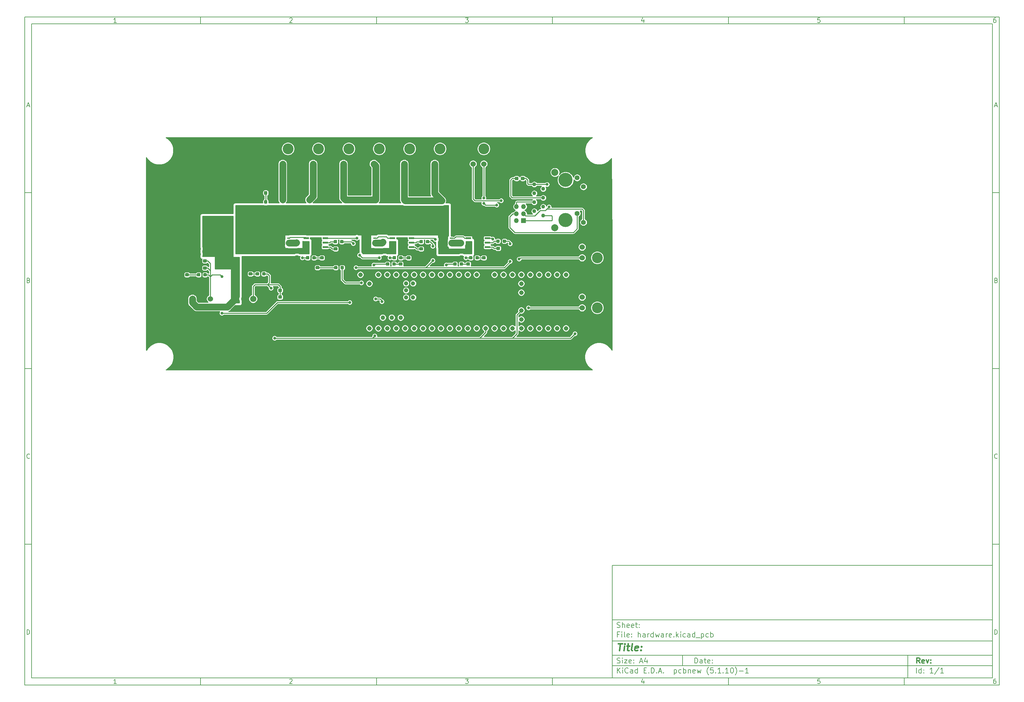
<source format=gbr>
%TF.GenerationSoftware,KiCad,Pcbnew,(5.1.10)-1*%
%TF.CreationDate,2022-03-18T20:48:10-05:00*%
%TF.ProjectId,hardware,68617264-7761-4726-952e-6b696361645f,rev?*%
%TF.SameCoordinates,Original*%
%TF.FileFunction,Copper,L1,Top*%
%TF.FilePolarity,Positive*%
%FSLAX46Y46*%
G04 Gerber Fmt 4.6, Leading zero omitted, Abs format (unit mm)*
G04 Created by KiCad (PCBNEW (5.1.10)-1) date 2022-03-18 20:48:10*
%MOMM*%
%LPD*%
G01*
G04 APERTURE LIST*
%ADD10C,0.100000*%
%ADD11C,0.150000*%
%ADD12C,0.300000*%
%ADD13C,0.400000*%
%TA.AperFunction,SMDPad,CuDef*%
%ADD14R,1.550000X0.600000*%
%TD*%
%TA.AperFunction,ComponentPad*%
%ADD15C,1.800000*%
%TD*%
%TA.AperFunction,ComponentPad*%
%ADD16R,1.800000X1.800000*%
%TD*%
%TA.AperFunction,ComponentPad*%
%ADD17C,1.308000*%
%TD*%
%TA.AperFunction,ComponentPad*%
%ADD18C,1.208000*%
%TD*%
%TA.AperFunction,ComponentPad*%
%ADD19C,1.258000*%
%TD*%
%TA.AperFunction,ComponentPad*%
%ADD20C,1.524000*%
%TD*%
%TA.AperFunction,SMDPad,CuDef*%
%ADD21C,0.100000*%
%TD*%
%TA.AperFunction,SMDPad,CuDef*%
%ADD22R,0.830000X0.400000*%
%TD*%
%TA.AperFunction,ComponentPad*%
%ADD23C,1.100000*%
%TD*%
%TA.AperFunction,ComponentPad*%
%ADD24C,4.000000*%
%TD*%
%TA.AperFunction,ComponentPad*%
%ADD25C,1.400000*%
%TD*%
%TA.AperFunction,ComponentPad*%
%ADD26C,2.000000*%
%TD*%
%TA.AperFunction,ComponentPad*%
%ADD27O,1.350000X1.350000*%
%TD*%
%TA.AperFunction,ComponentPad*%
%ADD28R,1.350000X1.350000*%
%TD*%
%TA.AperFunction,ComponentPad*%
%ADD29C,3.073400*%
%TD*%
%TA.AperFunction,ComponentPad*%
%ADD30C,5.080000*%
%TD*%
%TA.AperFunction,ViaPad*%
%ADD31C,0.800000*%
%TD*%
%TA.AperFunction,ViaPad*%
%ADD32C,1.524000*%
%TD*%
%TA.AperFunction,Conductor*%
%ADD33C,0.254000*%
%TD*%
%TA.AperFunction,Conductor*%
%ADD34C,0.250000*%
%TD*%
%TA.AperFunction,Conductor*%
%ADD35C,1.905000*%
%TD*%
%TA.AperFunction,Conductor*%
%ADD36C,0.100000*%
%TD*%
G04 APERTURE END LIST*
D10*
D11*
X177002200Y-166007200D02*
X177002200Y-198007200D01*
X285002200Y-198007200D01*
X285002200Y-166007200D01*
X177002200Y-166007200D01*
D10*
D11*
X10000000Y-10000000D02*
X10000000Y-200007200D01*
X287002200Y-200007200D01*
X287002200Y-10000000D01*
X10000000Y-10000000D01*
D10*
D11*
X12000000Y-12000000D02*
X12000000Y-198007200D01*
X285002200Y-198007200D01*
X285002200Y-12000000D01*
X12000000Y-12000000D01*
D10*
D11*
X60000000Y-12000000D02*
X60000000Y-10000000D01*
D10*
D11*
X110000000Y-12000000D02*
X110000000Y-10000000D01*
D10*
D11*
X160000000Y-12000000D02*
X160000000Y-10000000D01*
D10*
D11*
X210000000Y-12000000D02*
X210000000Y-10000000D01*
D10*
D11*
X260000000Y-12000000D02*
X260000000Y-10000000D01*
D10*
D11*
X36065476Y-11588095D02*
X35322619Y-11588095D01*
X35694047Y-11588095D02*
X35694047Y-10288095D01*
X35570238Y-10473809D01*
X35446428Y-10597619D01*
X35322619Y-10659523D01*
D10*
D11*
X85322619Y-10411904D02*
X85384523Y-10350000D01*
X85508333Y-10288095D01*
X85817857Y-10288095D01*
X85941666Y-10350000D01*
X86003571Y-10411904D01*
X86065476Y-10535714D01*
X86065476Y-10659523D01*
X86003571Y-10845238D01*
X85260714Y-11588095D01*
X86065476Y-11588095D01*
D10*
D11*
X135260714Y-10288095D02*
X136065476Y-10288095D01*
X135632142Y-10783333D01*
X135817857Y-10783333D01*
X135941666Y-10845238D01*
X136003571Y-10907142D01*
X136065476Y-11030952D01*
X136065476Y-11340476D01*
X136003571Y-11464285D01*
X135941666Y-11526190D01*
X135817857Y-11588095D01*
X135446428Y-11588095D01*
X135322619Y-11526190D01*
X135260714Y-11464285D01*
D10*
D11*
X185941666Y-10721428D02*
X185941666Y-11588095D01*
X185632142Y-10226190D02*
X185322619Y-11154761D01*
X186127380Y-11154761D01*
D10*
D11*
X236003571Y-10288095D02*
X235384523Y-10288095D01*
X235322619Y-10907142D01*
X235384523Y-10845238D01*
X235508333Y-10783333D01*
X235817857Y-10783333D01*
X235941666Y-10845238D01*
X236003571Y-10907142D01*
X236065476Y-11030952D01*
X236065476Y-11340476D01*
X236003571Y-11464285D01*
X235941666Y-11526190D01*
X235817857Y-11588095D01*
X235508333Y-11588095D01*
X235384523Y-11526190D01*
X235322619Y-11464285D01*
D10*
D11*
X285941666Y-10288095D02*
X285694047Y-10288095D01*
X285570238Y-10350000D01*
X285508333Y-10411904D01*
X285384523Y-10597619D01*
X285322619Y-10845238D01*
X285322619Y-11340476D01*
X285384523Y-11464285D01*
X285446428Y-11526190D01*
X285570238Y-11588095D01*
X285817857Y-11588095D01*
X285941666Y-11526190D01*
X286003571Y-11464285D01*
X286065476Y-11340476D01*
X286065476Y-11030952D01*
X286003571Y-10907142D01*
X285941666Y-10845238D01*
X285817857Y-10783333D01*
X285570238Y-10783333D01*
X285446428Y-10845238D01*
X285384523Y-10907142D01*
X285322619Y-11030952D01*
D10*
D11*
X60000000Y-198007200D02*
X60000000Y-200007200D01*
D10*
D11*
X110000000Y-198007200D02*
X110000000Y-200007200D01*
D10*
D11*
X160000000Y-198007200D02*
X160000000Y-200007200D01*
D10*
D11*
X210000000Y-198007200D02*
X210000000Y-200007200D01*
D10*
D11*
X260000000Y-198007200D02*
X260000000Y-200007200D01*
D10*
D11*
X36065476Y-199595295D02*
X35322619Y-199595295D01*
X35694047Y-199595295D02*
X35694047Y-198295295D01*
X35570238Y-198481009D01*
X35446428Y-198604819D01*
X35322619Y-198666723D01*
D10*
D11*
X85322619Y-198419104D02*
X85384523Y-198357200D01*
X85508333Y-198295295D01*
X85817857Y-198295295D01*
X85941666Y-198357200D01*
X86003571Y-198419104D01*
X86065476Y-198542914D01*
X86065476Y-198666723D01*
X86003571Y-198852438D01*
X85260714Y-199595295D01*
X86065476Y-199595295D01*
D10*
D11*
X135260714Y-198295295D02*
X136065476Y-198295295D01*
X135632142Y-198790533D01*
X135817857Y-198790533D01*
X135941666Y-198852438D01*
X136003571Y-198914342D01*
X136065476Y-199038152D01*
X136065476Y-199347676D01*
X136003571Y-199471485D01*
X135941666Y-199533390D01*
X135817857Y-199595295D01*
X135446428Y-199595295D01*
X135322619Y-199533390D01*
X135260714Y-199471485D01*
D10*
D11*
X185941666Y-198728628D02*
X185941666Y-199595295D01*
X185632142Y-198233390D02*
X185322619Y-199161961D01*
X186127380Y-199161961D01*
D10*
D11*
X236003571Y-198295295D02*
X235384523Y-198295295D01*
X235322619Y-198914342D01*
X235384523Y-198852438D01*
X235508333Y-198790533D01*
X235817857Y-198790533D01*
X235941666Y-198852438D01*
X236003571Y-198914342D01*
X236065476Y-199038152D01*
X236065476Y-199347676D01*
X236003571Y-199471485D01*
X235941666Y-199533390D01*
X235817857Y-199595295D01*
X235508333Y-199595295D01*
X235384523Y-199533390D01*
X235322619Y-199471485D01*
D10*
D11*
X285941666Y-198295295D02*
X285694047Y-198295295D01*
X285570238Y-198357200D01*
X285508333Y-198419104D01*
X285384523Y-198604819D01*
X285322619Y-198852438D01*
X285322619Y-199347676D01*
X285384523Y-199471485D01*
X285446428Y-199533390D01*
X285570238Y-199595295D01*
X285817857Y-199595295D01*
X285941666Y-199533390D01*
X286003571Y-199471485D01*
X286065476Y-199347676D01*
X286065476Y-199038152D01*
X286003571Y-198914342D01*
X285941666Y-198852438D01*
X285817857Y-198790533D01*
X285570238Y-198790533D01*
X285446428Y-198852438D01*
X285384523Y-198914342D01*
X285322619Y-199038152D01*
D10*
D11*
X10000000Y-60000000D02*
X12000000Y-60000000D01*
D10*
D11*
X10000000Y-110000000D02*
X12000000Y-110000000D01*
D10*
D11*
X10000000Y-160000000D02*
X12000000Y-160000000D01*
D10*
D11*
X10690476Y-35216666D02*
X11309523Y-35216666D01*
X10566666Y-35588095D02*
X11000000Y-34288095D01*
X11433333Y-35588095D01*
D10*
D11*
X11092857Y-84907142D02*
X11278571Y-84969047D01*
X11340476Y-85030952D01*
X11402380Y-85154761D01*
X11402380Y-85340476D01*
X11340476Y-85464285D01*
X11278571Y-85526190D01*
X11154761Y-85588095D01*
X10659523Y-85588095D01*
X10659523Y-84288095D01*
X11092857Y-84288095D01*
X11216666Y-84350000D01*
X11278571Y-84411904D01*
X11340476Y-84535714D01*
X11340476Y-84659523D01*
X11278571Y-84783333D01*
X11216666Y-84845238D01*
X11092857Y-84907142D01*
X10659523Y-84907142D01*
D10*
D11*
X11402380Y-135464285D02*
X11340476Y-135526190D01*
X11154761Y-135588095D01*
X11030952Y-135588095D01*
X10845238Y-135526190D01*
X10721428Y-135402380D01*
X10659523Y-135278571D01*
X10597619Y-135030952D01*
X10597619Y-134845238D01*
X10659523Y-134597619D01*
X10721428Y-134473809D01*
X10845238Y-134350000D01*
X11030952Y-134288095D01*
X11154761Y-134288095D01*
X11340476Y-134350000D01*
X11402380Y-134411904D01*
D10*
D11*
X10659523Y-185588095D02*
X10659523Y-184288095D01*
X10969047Y-184288095D01*
X11154761Y-184350000D01*
X11278571Y-184473809D01*
X11340476Y-184597619D01*
X11402380Y-184845238D01*
X11402380Y-185030952D01*
X11340476Y-185278571D01*
X11278571Y-185402380D01*
X11154761Y-185526190D01*
X10969047Y-185588095D01*
X10659523Y-185588095D01*
D10*
D11*
X287002200Y-60000000D02*
X285002200Y-60000000D01*
D10*
D11*
X287002200Y-110000000D02*
X285002200Y-110000000D01*
D10*
D11*
X287002200Y-160000000D02*
X285002200Y-160000000D01*
D10*
D11*
X285692676Y-35216666D02*
X286311723Y-35216666D01*
X285568866Y-35588095D02*
X286002200Y-34288095D01*
X286435533Y-35588095D01*
D10*
D11*
X286095057Y-84907142D02*
X286280771Y-84969047D01*
X286342676Y-85030952D01*
X286404580Y-85154761D01*
X286404580Y-85340476D01*
X286342676Y-85464285D01*
X286280771Y-85526190D01*
X286156961Y-85588095D01*
X285661723Y-85588095D01*
X285661723Y-84288095D01*
X286095057Y-84288095D01*
X286218866Y-84350000D01*
X286280771Y-84411904D01*
X286342676Y-84535714D01*
X286342676Y-84659523D01*
X286280771Y-84783333D01*
X286218866Y-84845238D01*
X286095057Y-84907142D01*
X285661723Y-84907142D01*
D10*
D11*
X286404580Y-135464285D02*
X286342676Y-135526190D01*
X286156961Y-135588095D01*
X286033152Y-135588095D01*
X285847438Y-135526190D01*
X285723628Y-135402380D01*
X285661723Y-135278571D01*
X285599819Y-135030952D01*
X285599819Y-134845238D01*
X285661723Y-134597619D01*
X285723628Y-134473809D01*
X285847438Y-134350000D01*
X286033152Y-134288095D01*
X286156961Y-134288095D01*
X286342676Y-134350000D01*
X286404580Y-134411904D01*
D10*
D11*
X285661723Y-185588095D02*
X285661723Y-184288095D01*
X285971247Y-184288095D01*
X286156961Y-184350000D01*
X286280771Y-184473809D01*
X286342676Y-184597619D01*
X286404580Y-184845238D01*
X286404580Y-185030952D01*
X286342676Y-185278571D01*
X286280771Y-185402380D01*
X286156961Y-185526190D01*
X285971247Y-185588095D01*
X285661723Y-185588095D01*
D10*
D11*
X200434342Y-193785771D02*
X200434342Y-192285771D01*
X200791485Y-192285771D01*
X201005771Y-192357200D01*
X201148628Y-192500057D01*
X201220057Y-192642914D01*
X201291485Y-192928628D01*
X201291485Y-193142914D01*
X201220057Y-193428628D01*
X201148628Y-193571485D01*
X201005771Y-193714342D01*
X200791485Y-193785771D01*
X200434342Y-193785771D01*
X202577200Y-193785771D02*
X202577200Y-193000057D01*
X202505771Y-192857200D01*
X202362914Y-192785771D01*
X202077200Y-192785771D01*
X201934342Y-192857200D01*
X202577200Y-193714342D02*
X202434342Y-193785771D01*
X202077200Y-193785771D01*
X201934342Y-193714342D01*
X201862914Y-193571485D01*
X201862914Y-193428628D01*
X201934342Y-193285771D01*
X202077200Y-193214342D01*
X202434342Y-193214342D01*
X202577200Y-193142914D01*
X203077200Y-192785771D02*
X203648628Y-192785771D01*
X203291485Y-192285771D02*
X203291485Y-193571485D01*
X203362914Y-193714342D01*
X203505771Y-193785771D01*
X203648628Y-193785771D01*
X204720057Y-193714342D02*
X204577200Y-193785771D01*
X204291485Y-193785771D01*
X204148628Y-193714342D01*
X204077200Y-193571485D01*
X204077200Y-193000057D01*
X204148628Y-192857200D01*
X204291485Y-192785771D01*
X204577200Y-192785771D01*
X204720057Y-192857200D01*
X204791485Y-193000057D01*
X204791485Y-193142914D01*
X204077200Y-193285771D01*
X205434342Y-193642914D02*
X205505771Y-193714342D01*
X205434342Y-193785771D01*
X205362914Y-193714342D01*
X205434342Y-193642914D01*
X205434342Y-193785771D01*
X205434342Y-192857200D02*
X205505771Y-192928628D01*
X205434342Y-193000057D01*
X205362914Y-192928628D01*
X205434342Y-192857200D01*
X205434342Y-193000057D01*
D10*
D11*
X177002200Y-194507200D02*
X285002200Y-194507200D01*
D10*
D11*
X178434342Y-196585771D02*
X178434342Y-195085771D01*
X179291485Y-196585771D02*
X178648628Y-195728628D01*
X179291485Y-195085771D02*
X178434342Y-195942914D01*
X179934342Y-196585771D02*
X179934342Y-195585771D01*
X179934342Y-195085771D02*
X179862914Y-195157200D01*
X179934342Y-195228628D01*
X180005771Y-195157200D01*
X179934342Y-195085771D01*
X179934342Y-195228628D01*
X181505771Y-196442914D02*
X181434342Y-196514342D01*
X181220057Y-196585771D01*
X181077200Y-196585771D01*
X180862914Y-196514342D01*
X180720057Y-196371485D01*
X180648628Y-196228628D01*
X180577200Y-195942914D01*
X180577200Y-195728628D01*
X180648628Y-195442914D01*
X180720057Y-195300057D01*
X180862914Y-195157200D01*
X181077200Y-195085771D01*
X181220057Y-195085771D01*
X181434342Y-195157200D01*
X181505771Y-195228628D01*
X182791485Y-196585771D02*
X182791485Y-195800057D01*
X182720057Y-195657200D01*
X182577200Y-195585771D01*
X182291485Y-195585771D01*
X182148628Y-195657200D01*
X182791485Y-196514342D02*
X182648628Y-196585771D01*
X182291485Y-196585771D01*
X182148628Y-196514342D01*
X182077200Y-196371485D01*
X182077200Y-196228628D01*
X182148628Y-196085771D01*
X182291485Y-196014342D01*
X182648628Y-196014342D01*
X182791485Y-195942914D01*
X184148628Y-196585771D02*
X184148628Y-195085771D01*
X184148628Y-196514342D02*
X184005771Y-196585771D01*
X183720057Y-196585771D01*
X183577200Y-196514342D01*
X183505771Y-196442914D01*
X183434342Y-196300057D01*
X183434342Y-195871485D01*
X183505771Y-195728628D01*
X183577200Y-195657200D01*
X183720057Y-195585771D01*
X184005771Y-195585771D01*
X184148628Y-195657200D01*
X186005771Y-195800057D02*
X186505771Y-195800057D01*
X186720057Y-196585771D02*
X186005771Y-196585771D01*
X186005771Y-195085771D01*
X186720057Y-195085771D01*
X187362914Y-196442914D02*
X187434342Y-196514342D01*
X187362914Y-196585771D01*
X187291485Y-196514342D01*
X187362914Y-196442914D01*
X187362914Y-196585771D01*
X188077200Y-196585771D02*
X188077200Y-195085771D01*
X188434342Y-195085771D01*
X188648628Y-195157200D01*
X188791485Y-195300057D01*
X188862914Y-195442914D01*
X188934342Y-195728628D01*
X188934342Y-195942914D01*
X188862914Y-196228628D01*
X188791485Y-196371485D01*
X188648628Y-196514342D01*
X188434342Y-196585771D01*
X188077200Y-196585771D01*
X189577200Y-196442914D02*
X189648628Y-196514342D01*
X189577200Y-196585771D01*
X189505771Y-196514342D01*
X189577200Y-196442914D01*
X189577200Y-196585771D01*
X190220057Y-196157200D02*
X190934342Y-196157200D01*
X190077200Y-196585771D02*
X190577200Y-195085771D01*
X191077200Y-196585771D01*
X191577200Y-196442914D02*
X191648628Y-196514342D01*
X191577200Y-196585771D01*
X191505771Y-196514342D01*
X191577200Y-196442914D01*
X191577200Y-196585771D01*
X194577200Y-195585771D02*
X194577200Y-197085771D01*
X194577200Y-195657200D02*
X194720057Y-195585771D01*
X195005771Y-195585771D01*
X195148628Y-195657200D01*
X195220057Y-195728628D01*
X195291485Y-195871485D01*
X195291485Y-196300057D01*
X195220057Y-196442914D01*
X195148628Y-196514342D01*
X195005771Y-196585771D01*
X194720057Y-196585771D01*
X194577200Y-196514342D01*
X196577200Y-196514342D02*
X196434342Y-196585771D01*
X196148628Y-196585771D01*
X196005771Y-196514342D01*
X195934342Y-196442914D01*
X195862914Y-196300057D01*
X195862914Y-195871485D01*
X195934342Y-195728628D01*
X196005771Y-195657200D01*
X196148628Y-195585771D01*
X196434342Y-195585771D01*
X196577200Y-195657200D01*
X197220057Y-196585771D02*
X197220057Y-195085771D01*
X197220057Y-195657200D02*
X197362914Y-195585771D01*
X197648628Y-195585771D01*
X197791485Y-195657200D01*
X197862914Y-195728628D01*
X197934342Y-195871485D01*
X197934342Y-196300057D01*
X197862914Y-196442914D01*
X197791485Y-196514342D01*
X197648628Y-196585771D01*
X197362914Y-196585771D01*
X197220057Y-196514342D01*
X198577200Y-195585771D02*
X198577200Y-196585771D01*
X198577200Y-195728628D02*
X198648628Y-195657200D01*
X198791485Y-195585771D01*
X199005771Y-195585771D01*
X199148628Y-195657200D01*
X199220057Y-195800057D01*
X199220057Y-196585771D01*
X200505771Y-196514342D02*
X200362914Y-196585771D01*
X200077200Y-196585771D01*
X199934342Y-196514342D01*
X199862914Y-196371485D01*
X199862914Y-195800057D01*
X199934342Y-195657200D01*
X200077200Y-195585771D01*
X200362914Y-195585771D01*
X200505771Y-195657200D01*
X200577200Y-195800057D01*
X200577200Y-195942914D01*
X199862914Y-196085771D01*
X201077200Y-195585771D02*
X201362914Y-196585771D01*
X201648628Y-195871485D01*
X201934342Y-196585771D01*
X202220057Y-195585771D01*
X204362914Y-197157200D02*
X204291485Y-197085771D01*
X204148628Y-196871485D01*
X204077200Y-196728628D01*
X204005771Y-196514342D01*
X203934342Y-196157200D01*
X203934342Y-195871485D01*
X204005771Y-195514342D01*
X204077200Y-195300057D01*
X204148628Y-195157200D01*
X204291485Y-194942914D01*
X204362914Y-194871485D01*
X205648628Y-195085771D02*
X204934342Y-195085771D01*
X204862914Y-195800057D01*
X204934342Y-195728628D01*
X205077200Y-195657200D01*
X205434342Y-195657200D01*
X205577200Y-195728628D01*
X205648628Y-195800057D01*
X205720057Y-195942914D01*
X205720057Y-196300057D01*
X205648628Y-196442914D01*
X205577200Y-196514342D01*
X205434342Y-196585771D01*
X205077200Y-196585771D01*
X204934342Y-196514342D01*
X204862914Y-196442914D01*
X206362914Y-196442914D02*
X206434342Y-196514342D01*
X206362914Y-196585771D01*
X206291485Y-196514342D01*
X206362914Y-196442914D01*
X206362914Y-196585771D01*
X207862914Y-196585771D02*
X207005771Y-196585771D01*
X207434342Y-196585771D02*
X207434342Y-195085771D01*
X207291485Y-195300057D01*
X207148628Y-195442914D01*
X207005771Y-195514342D01*
X208505771Y-196442914D02*
X208577200Y-196514342D01*
X208505771Y-196585771D01*
X208434342Y-196514342D01*
X208505771Y-196442914D01*
X208505771Y-196585771D01*
X210005771Y-196585771D02*
X209148628Y-196585771D01*
X209577200Y-196585771D02*
X209577200Y-195085771D01*
X209434342Y-195300057D01*
X209291485Y-195442914D01*
X209148628Y-195514342D01*
X210934342Y-195085771D02*
X211077200Y-195085771D01*
X211220057Y-195157200D01*
X211291485Y-195228628D01*
X211362914Y-195371485D01*
X211434342Y-195657200D01*
X211434342Y-196014342D01*
X211362914Y-196300057D01*
X211291485Y-196442914D01*
X211220057Y-196514342D01*
X211077200Y-196585771D01*
X210934342Y-196585771D01*
X210791485Y-196514342D01*
X210720057Y-196442914D01*
X210648628Y-196300057D01*
X210577200Y-196014342D01*
X210577200Y-195657200D01*
X210648628Y-195371485D01*
X210720057Y-195228628D01*
X210791485Y-195157200D01*
X210934342Y-195085771D01*
X211934342Y-197157200D02*
X212005771Y-197085771D01*
X212148628Y-196871485D01*
X212220057Y-196728628D01*
X212291485Y-196514342D01*
X212362914Y-196157200D01*
X212362914Y-195871485D01*
X212291485Y-195514342D01*
X212220057Y-195300057D01*
X212148628Y-195157200D01*
X212005771Y-194942914D01*
X211934342Y-194871485D01*
X213077200Y-196014342D02*
X214220057Y-196014342D01*
X215720057Y-196585771D02*
X214862914Y-196585771D01*
X215291485Y-196585771D02*
X215291485Y-195085771D01*
X215148628Y-195300057D01*
X215005771Y-195442914D01*
X214862914Y-195514342D01*
D10*
D11*
X177002200Y-191507200D02*
X285002200Y-191507200D01*
D10*
D12*
X264411485Y-193785771D02*
X263911485Y-193071485D01*
X263554342Y-193785771D02*
X263554342Y-192285771D01*
X264125771Y-192285771D01*
X264268628Y-192357200D01*
X264340057Y-192428628D01*
X264411485Y-192571485D01*
X264411485Y-192785771D01*
X264340057Y-192928628D01*
X264268628Y-193000057D01*
X264125771Y-193071485D01*
X263554342Y-193071485D01*
X265625771Y-193714342D02*
X265482914Y-193785771D01*
X265197200Y-193785771D01*
X265054342Y-193714342D01*
X264982914Y-193571485D01*
X264982914Y-193000057D01*
X265054342Y-192857200D01*
X265197200Y-192785771D01*
X265482914Y-192785771D01*
X265625771Y-192857200D01*
X265697200Y-193000057D01*
X265697200Y-193142914D01*
X264982914Y-193285771D01*
X266197200Y-192785771D02*
X266554342Y-193785771D01*
X266911485Y-192785771D01*
X267482914Y-193642914D02*
X267554342Y-193714342D01*
X267482914Y-193785771D01*
X267411485Y-193714342D01*
X267482914Y-193642914D01*
X267482914Y-193785771D01*
X267482914Y-192857200D02*
X267554342Y-192928628D01*
X267482914Y-193000057D01*
X267411485Y-192928628D01*
X267482914Y-192857200D01*
X267482914Y-193000057D01*
D10*
D11*
X178362914Y-193714342D02*
X178577200Y-193785771D01*
X178934342Y-193785771D01*
X179077200Y-193714342D01*
X179148628Y-193642914D01*
X179220057Y-193500057D01*
X179220057Y-193357200D01*
X179148628Y-193214342D01*
X179077200Y-193142914D01*
X178934342Y-193071485D01*
X178648628Y-193000057D01*
X178505771Y-192928628D01*
X178434342Y-192857200D01*
X178362914Y-192714342D01*
X178362914Y-192571485D01*
X178434342Y-192428628D01*
X178505771Y-192357200D01*
X178648628Y-192285771D01*
X179005771Y-192285771D01*
X179220057Y-192357200D01*
X179862914Y-193785771D02*
X179862914Y-192785771D01*
X179862914Y-192285771D02*
X179791485Y-192357200D01*
X179862914Y-192428628D01*
X179934342Y-192357200D01*
X179862914Y-192285771D01*
X179862914Y-192428628D01*
X180434342Y-192785771D02*
X181220057Y-192785771D01*
X180434342Y-193785771D01*
X181220057Y-193785771D01*
X182362914Y-193714342D02*
X182220057Y-193785771D01*
X181934342Y-193785771D01*
X181791485Y-193714342D01*
X181720057Y-193571485D01*
X181720057Y-193000057D01*
X181791485Y-192857200D01*
X181934342Y-192785771D01*
X182220057Y-192785771D01*
X182362914Y-192857200D01*
X182434342Y-193000057D01*
X182434342Y-193142914D01*
X181720057Y-193285771D01*
X183077200Y-193642914D02*
X183148628Y-193714342D01*
X183077200Y-193785771D01*
X183005771Y-193714342D01*
X183077200Y-193642914D01*
X183077200Y-193785771D01*
X183077200Y-192857200D02*
X183148628Y-192928628D01*
X183077200Y-193000057D01*
X183005771Y-192928628D01*
X183077200Y-192857200D01*
X183077200Y-193000057D01*
X184862914Y-193357200D02*
X185577200Y-193357200D01*
X184720057Y-193785771D02*
X185220057Y-192285771D01*
X185720057Y-193785771D01*
X186862914Y-192785771D02*
X186862914Y-193785771D01*
X186505771Y-192214342D02*
X186148628Y-193285771D01*
X187077200Y-193285771D01*
D10*
D11*
X263434342Y-196585771D02*
X263434342Y-195085771D01*
X264791485Y-196585771D02*
X264791485Y-195085771D01*
X264791485Y-196514342D02*
X264648628Y-196585771D01*
X264362914Y-196585771D01*
X264220057Y-196514342D01*
X264148628Y-196442914D01*
X264077200Y-196300057D01*
X264077200Y-195871485D01*
X264148628Y-195728628D01*
X264220057Y-195657200D01*
X264362914Y-195585771D01*
X264648628Y-195585771D01*
X264791485Y-195657200D01*
X265505771Y-196442914D02*
X265577200Y-196514342D01*
X265505771Y-196585771D01*
X265434342Y-196514342D01*
X265505771Y-196442914D01*
X265505771Y-196585771D01*
X265505771Y-195657200D02*
X265577200Y-195728628D01*
X265505771Y-195800057D01*
X265434342Y-195728628D01*
X265505771Y-195657200D01*
X265505771Y-195800057D01*
X268148628Y-196585771D02*
X267291485Y-196585771D01*
X267720057Y-196585771D02*
X267720057Y-195085771D01*
X267577200Y-195300057D01*
X267434342Y-195442914D01*
X267291485Y-195514342D01*
X269862914Y-195014342D02*
X268577200Y-196942914D01*
X271148628Y-196585771D02*
X270291485Y-196585771D01*
X270720057Y-196585771D02*
X270720057Y-195085771D01*
X270577200Y-195300057D01*
X270434342Y-195442914D01*
X270291485Y-195514342D01*
D10*
D11*
X177002200Y-187507200D02*
X285002200Y-187507200D01*
D10*
D13*
X178714580Y-188211961D02*
X179857438Y-188211961D01*
X179036009Y-190211961D02*
X179286009Y-188211961D01*
X180274104Y-190211961D02*
X180440771Y-188878628D01*
X180524104Y-188211961D02*
X180416961Y-188307200D01*
X180500295Y-188402438D01*
X180607438Y-188307200D01*
X180524104Y-188211961D01*
X180500295Y-188402438D01*
X181107438Y-188878628D02*
X181869342Y-188878628D01*
X181476485Y-188211961D02*
X181262200Y-189926247D01*
X181333628Y-190116723D01*
X181512200Y-190211961D01*
X181702676Y-190211961D01*
X182655057Y-190211961D02*
X182476485Y-190116723D01*
X182405057Y-189926247D01*
X182619342Y-188211961D01*
X184190771Y-190116723D02*
X183988390Y-190211961D01*
X183607438Y-190211961D01*
X183428866Y-190116723D01*
X183357438Y-189926247D01*
X183452676Y-189164342D01*
X183571723Y-188973866D01*
X183774104Y-188878628D01*
X184155057Y-188878628D01*
X184333628Y-188973866D01*
X184405057Y-189164342D01*
X184381247Y-189354819D01*
X183405057Y-189545295D01*
X185155057Y-190021485D02*
X185238390Y-190116723D01*
X185131247Y-190211961D01*
X185047914Y-190116723D01*
X185155057Y-190021485D01*
X185131247Y-190211961D01*
X185286009Y-188973866D02*
X185369342Y-189069104D01*
X185262200Y-189164342D01*
X185178866Y-189069104D01*
X185286009Y-188973866D01*
X185262200Y-189164342D01*
D10*
D11*
X178934342Y-185600057D02*
X178434342Y-185600057D01*
X178434342Y-186385771D02*
X178434342Y-184885771D01*
X179148628Y-184885771D01*
X179720057Y-186385771D02*
X179720057Y-185385771D01*
X179720057Y-184885771D02*
X179648628Y-184957200D01*
X179720057Y-185028628D01*
X179791485Y-184957200D01*
X179720057Y-184885771D01*
X179720057Y-185028628D01*
X180648628Y-186385771D02*
X180505771Y-186314342D01*
X180434342Y-186171485D01*
X180434342Y-184885771D01*
X181791485Y-186314342D02*
X181648628Y-186385771D01*
X181362914Y-186385771D01*
X181220057Y-186314342D01*
X181148628Y-186171485D01*
X181148628Y-185600057D01*
X181220057Y-185457200D01*
X181362914Y-185385771D01*
X181648628Y-185385771D01*
X181791485Y-185457200D01*
X181862914Y-185600057D01*
X181862914Y-185742914D01*
X181148628Y-185885771D01*
X182505771Y-186242914D02*
X182577200Y-186314342D01*
X182505771Y-186385771D01*
X182434342Y-186314342D01*
X182505771Y-186242914D01*
X182505771Y-186385771D01*
X182505771Y-185457200D02*
X182577200Y-185528628D01*
X182505771Y-185600057D01*
X182434342Y-185528628D01*
X182505771Y-185457200D01*
X182505771Y-185600057D01*
X184362914Y-186385771D02*
X184362914Y-184885771D01*
X185005771Y-186385771D02*
X185005771Y-185600057D01*
X184934342Y-185457200D01*
X184791485Y-185385771D01*
X184577200Y-185385771D01*
X184434342Y-185457200D01*
X184362914Y-185528628D01*
X186362914Y-186385771D02*
X186362914Y-185600057D01*
X186291485Y-185457200D01*
X186148628Y-185385771D01*
X185862914Y-185385771D01*
X185720057Y-185457200D01*
X186362914Y-186314342D02*
X186220057Y-186385771D01*
X185862914Y-186385771D01*
X185720057Y-186314342D01*
X185648628Y-186171485D01*
X185648628Y-186028628D01*
X185720057Y-185885771D01*
X185862914Y-185814342D01*
X186220057Y-185814342D01*
X186362914Y-185742914D01*
X187077200Y-186385771D02*
X187077200Y-185385771D01*
X187077200Y-185671485D02*
X187148628Y-185528628D01*
X187220057Y-185457200D01*
X187362914Y-185385771D01*
X187505771Y-185385771D01*
X188648628Y-186385771D02*
X188648628Y-184885771D01*
X188648628Y-186314342D02*
X188505771Y-186385771D01*
X188220057Y-186385771D01*
X188077200Y-186314342D01*
X188005771Y-186242914D01*
X187934342Y-186100057D01*
X187934342Y-185671485D01*
X188005771Y-185528628D01*
X188077200Y-185457200D01*
X188220057Y-185385771D01*
X188505771Y-185385771D01*
X188648628Y-185457200D01*
X189220057Y-185385771D02*
X189505771Y-186385771D01*
X189791485Y-185671485D01*
X190077200Y-186385771D01*
X190362914Y-185385771D01*
X191577200Y-186385771D02*
X191577200Y-185600057D01*
X191505771Y-185457200D01*
X191362914Y-185385771D01*
X191077200Y-185385771D01*
X190934342Y-185457200D01*
X191577200Y-186314342D02*
X191434342Y-186385771D01*
X191077200Y-186385771D01*
X190934342Y-186314342D01*
X190862914Y-186171485D01*
X190862914Y-186028628D01*
X190934342Y-185885771D01*
X191077200Y-185814342D01*
X191434342Y-185814342D01*
X191577200Y-185742914D01*
X192291485Y-186385771D02*
X192291485Y-185385771D01*
X192291485Y-185671485D02*
X192362914Y-185528628D01*
X192434342Y-185457200D01*
X192577200Y-185385771D01*
X192720057Y-185385771D01*
X193791485Y-186314342D02*
X193648628Y-186385771D01*
X193362914Y-186385771D01*
X193220057Y-186314342D01*
X193148628Y-186171485D01*
X193148628Y-185600057D01*
X193220057Y-185457200D01*
X193362914Y-185385771D01*
X193648628Y-185385771D01*
X193791485Y-185457200D01*
X193862914Y-185600057D01*
X193862914Y-185742914D01*
X193148628Y-185885771D01*
X194505771Y-186242914D02*
X194577200Y-186314342D01*
X194505771Y-186385771D01*
X194434342Y-186314342D01*
X194505771Y-186242914D01*
X194505771Y-186385771D01*
X195220057Y-186385771D02*
X195220057Y-184885771D01*
X195362914Y-185814342D02*
X195791485Y-186385771D01*
X195791485Y-185385771D02*
X195220057Y-185957200D01*
X196434342Y-186385771D02*
X196434342Y-185385771D01*
X196434342Y-184885771D02*
X196362914Y-184957200D01*
X196434342Y-185028628D01*
X196505771Y-184957200D01*
X196434342Y-184885771D01*
X196434342Y-185028628D01*
X197791485Y-186314342D02*
X197648628Y-186385771D01*
X197362914Y-186385771D01*
X197220057Y-186314342D01*
X197148628Y-186242914D01*
X197077200Y-186100057D01*
X197077200Y-185671485D01*
X197148628Y-185528628D01*
X197220057Y-185457200D01*
X197362914Y-185385771D01*
X197648628Y-185385771D01*
X197791485Y-185457200D01*
X199077200Y-186385771D02*
X199077200Y-185600057D01*
X199005771Y-185457200D01*
X198862914Y-185385771D01*
X198577200Y-185385771D01*
X198434342Y-185457200D01*
X199077200Y-186314342D02*
X198934342Y-186385771D01*
X198577200Y-186385771D01*
X198434342Y-186314342D01*
X198362914Y-186171485D01*
X198362914Y-186028628D01*
X198434342Y-185885771D01*
X198577200Y-185814342D01*
X198934342Y-185814342D01*
X199077200Y-185742914D01*
X200434342Y-186385771D02*
X200434342Y-184885771D01*
X200434342Y-186314342D02*
X200291485Y-186385771D01*
X200005771Y-186385771D01*
X199862914Y-186314342D01*
X199791485Y-186242914D01*
X199720057Y-186100057D01*
X199720057Y-185671485D01*
X199791485Y-185528628D01*
X199862914Y-185457200D01*
X200005771Y-185385771D01*
X200291485Y-185385771D01*
X200434342Y-185457200D01*
X200791485Y-186528628D02*
X201934342Y-186528628D01*
X202291485Y-185385771D02*
X202291485Y-186885771D01*
X202291485Y-185457200D02*
X202434342Y-185385771D01*
X202720057Y-185385771D01*
X202862914Y-185457200D01*
X202934342Y-185528628D01*
X203005771Y-185671485D01*
X203005771Y-186100057D01*
X202934342Y-186242914D01*
X202862914Y-186314342D01*
X202720057Y-186385771D01*
X202434342Y-186385771D01*
X202291485Y-186314342D01*
X204291485Y-186314342D02*
X204148628Y-186385771D01*
X203862914Y-186385771D01*
X203720057Y-186314342D01*
X203648628Y-186242914D01*
X203577200Y-186100057D01*
X203577200Y-185671485D01*
X203648628Y-185528628D01*
X203720057Y-185457200D01*
X203862914Y-185385771D01*
X204148628Y-185385771D01*
X204291485Y-185457200D01*
X204934342Y-186385771D02*
X204934342Y-184885771D01*
X204934342Y-185457200D02*
X205077200Y-185385771D01*
X205362914Y-185385771D01*
X205505771Y-185457200D01*
X205577200Y-185528628D01*
X205648628Y-185671485D01*
X205648628Y-186100057D01*
X205577200Y-186242914D01*
X205505771Y-186314342D01*
X205362914Y-186385771D01*
X205077200Y-186385771D01*
X204934342Y-186314342D01*
D10*
D11*
X177002200Y-181507200D02*
X285002200Y-181507200D01*
D10*
D11*
X178362914Y-183614342D02*
X178577200Y-183685771D01*
X178934342Y-183685771D01*
X179077200Y-183614342D01*
X179148628Y-183542914D01*
X179220057Y-183400057D01*
X179220057Y-183257200D01*
X179148628Y-183114342D01*
X179077200Y-183042914D01*
X178934342Y-182971485D01*
X178648628Y-182900057D01*
X178505771Y-182828628D01*
X178434342Y-182757200D01*
X178362914Y-182614342D01*
X178362914Y-182471485D01*
X178434342Y-182328628D01*
X178505771Y-182257200D01*
X178648628Y-182185771D01*
X179005771Y-182185771D01*
X179220057Y-182257200D01*
X179862914Y-183685771D02*
X179862914Y-182185771D01*
X180505771Y-183685771D02*
X180505771Y-182900057D01*
X180434342Y-182757200D01*
X180291485Y-182685771D01*
X180077200Y-182685771D01*
X179934342Y-182757200D01*
X179862914Y-182828628D01*
X181791485Y-183614342D02*
X181648628Y-183685771D01*
X181362914Y-183685771D01*
X181220057Y-183614342D01*
X181148628Y-183471485D01*
X181148628Y-182900057D01*
X181220057Y-182757200D01*
X181362914Y-182685771D01*
X181648628Y-182685771D01*
X181791485Y-182757200D01*
X181862914Y-182900057D01*
X181862914Y-183042914D01*
X181148628Y-183185771D01*
X183077200Y-183614342D02*
X182934342Y-183685771D01*
X182648628Y-183685771D01*
X182505771Y-183614342D01*
X182434342Y-183471485D01*
X182434342Y-182900057D01*
X182505771Y-182757200D01*
X182648628Y-182685771D01*
X182934342Y-182685771D01*
X183077200Y-182757200D01*
X183148628Y-182900057D01*
X183148628Y-183042914D01*
X182434342Y-183185771D01*
X183577200Y-182685771D02*
X184148628Y-182685771D01*
X183791485Y-182185771D02*
X183791485Y-183471485D01*
X183862914Y-183614342D01*
X184005771Y-183685771D01*
X184148628Y-183685771D01*
X184648628Y-183542914D02*
X184720057Y-183614342D01*
X184648628Y-183685771D01*
X184577200Y-183614342D01*
X184648628Y-183542914D01*
X184648628Y-183685771D01*
X184648628Y-182757200D02*
X184720057Y-182828628D01*
X184648628Y-182900057D01*
X184577200Y-182828628D01*
X184648628Y-182757200D01*
X184648628Y-182900057D01*
D10*
D11*
X197002200Y-191507200D02*
X197002200Y-194507200D01*
D10*
D11*
X261002200Y-191507200D02*
X261002200Y-198007200D01*
%TO.P,R12,2*%
%TO.N,Net-(D5-Pad2)*%
%TA.AperFunction,SMDPad,CuDef*%
G36*
G01*
X138093000Y-78723500D02*
X138093000Y-78248500D01*
G75*
G02*
X138330500Y-78011000I237500J0D01*
G01*
X138830500Y-78011000D01*
G75*
G02*
X139068000Y-78248500I0J-237500D01*
G01*
X139068000Y-78723500D01*
G75*
G02*
X138830500Y-78961000I-237500J0D01*
G01*
X138330500Y-78961000D01*
G75*
G02*
X138093000Y-78723500I0J237500D01*
G01*
G37*
%TD.AperFunction*%
%TO.P,R12,1*%
%TO.N,Net-(Conn10-Pad1)*%
%TA.AperFunction,SMDPad,CuDef*%
G36*
G01*
X136268000Y-78723500D02*
X136268000Y-78248500D01*
G75*
G02*
X136505500Y-78011000I237500J0D01*
G01*
X137005500Y-78011000D01*
G75*
G02*
X137243000Y-78248500I0J-237500D01*
G01*
X137243000Y-78723500D01*
G75*
G02*
X137005500Y-78961000I-237500J0D01*
G01*
X136505500Y-78961000D01*
G75*
G02*
X136268000Y-78723500I0J237500D01*
G01*
G37*
%TD.AperFunction*%
%TD*%
%TO.P,R11,2*%
%TO.N,Net-(D4-Pad2)*%
%TA.AperFunction,SMDPad,CuDef*%
G36*
G01*
X116399500Y-78723500D02*
X116399500Y-78248500D01*
G75*
G02*
X116637000Y-78011000I237500J0D01*
G01*
X117137000Y-78011000D01*
G75*
G02*
X117374500Y-78248500I0J-237500D01*
G01*
X117374500Y-78723500D01*
G75*
G02*
X117137000Y-78961000I-237500J0D01*
G01*
X116637000Y-78961000D01*
G75*
G02*
X116399500Y-78723500I0J237500D01*
G01*
G37*
%TD.AperFunction*%
%TO.P,R11,1*%
%TO.N,Net-(Conn7-Pad1)*%
%TA.AperFunction,SMDPad,CuDef*%
G36*
G01*
X114574500Y-78723500D02*
X114574500Y-78248500D01*
G75*
G02*
X114812000Y-78011000I237500J0D01*
G01*
X115312000Y-78011000D01*
G75*
G02*
X115549500Y-78248500I0J-237500D01*
G01*
X115549500Y-78723500D01*
G75*
G02*
X115312000Y-78961000I-237500J0D01*
G01*
X114812000Y-78961000D01*
G75*
G02*
X114574500Y-78723500I0J237500D01*
G01*
G37*
%TD.AperFunction*%
%TD*%
%TO.P,R10,2*%
%TO.N,Net-(D3-Pad2)*%
%TA.AperFunction,SMDPad,CuDef*%
G36*
G01*
X91761500Y-78723500D02*
X91761500Y-78248500D01*
G75*
G02*
X91999000Y-78011000I237500J0D01*
G01*
X92499000Y-78011000D01*
G75*
G02*
X92736500Y-78248500I0J-237500D01*
G01*
X92736500Y-78723500D01*
G75*
G02*
X92499000Y-78961000I-237500J0D01*
G01*
X91999000Y-78961000D01*
G75*
G02*
X91761500Y-78723500I0J237500D01*
G01*
G37*
%TD.AperFunction*%
%TO.P,R10,1*%
%TO.N,Net-(Conn4-Pad1)*%
%TA.AperFunction,SMDPad,CuDef*%
G36*
G01*
X89936500Y-78723500D02*
X89936500Y-78248500D01*
G75*
G02*
X90174000Y-78011000I237500J0D01*
G01*
X90674000Y-78011000D01*
G75*
G02*
X90911500Y-78248500I0J-237500D01*
G01*
X90911500Y-78723500D01*
G75*
G02*
X90674000Y-78961000I-237500J0D01*
G01*
X90174000Y-78961000D01*
G75*
G02*
X89936500Y-78723500I0J237500D01*
G01*
G37*
%TD.AperFunction*%
%TD*%
%TO.P,R9,2*%
%TO.N,Net-(D8-Pad2)*%
%TA.AperFunction,SMDPad,CuDef*%
G36*
G01*
X133624500Y-80501500D02*
X133624500Y-80026500D01*
G75*
G02*
X133862000Y-79789000I237500J0D01*
G01*
X134362000Y-79789000D01*
G75*
G02*
X134599500Y-80026500I0J-237500D01*
G01*
X134599500Y-80501500D01*
G75*
G02*
X134362000Y-80739000I-237500J0D01*
G01*
X133862000Y-80739000D01*
G75*
G02*
X133624500Y-80501500I0J237500D01*
G01*
G37*
%TD.AperFunction*%
%TO.P,R9,1*%
%TO.N,Net-(R9-Pad1)*%
%TA.AperFunction,SMDPad,CuDef*%
G36*
G01*
X131799500Y-80501500D02*
X131799500Y-80026500D01*
G75*
G02*
X132037000Y-79789000I237500J0D01*
G01*
X132537000Y-79789000D01*
G75*
G02*
X132774500Y-80026500I0J-237500D01*
G01*
X132774500Y-80501500D01*
G75*
G02*
X132537000Y-80739000I-237500J0D01*
G01*
X132037000Y-80739000D01*
G75*
G02*
X131799500Y-80501500I0J237500D01*
G01*
G37*
%TD.AperFunction*%
%TD*%
%TO.P,R8,2*%
%TO.N,Net-(D7-Pad2)*%
%TA.AperFunction,SMDPad,CuDef*%
G36*
G01*
X114471000Y-80501500D02*
X114471000Y-80026500D01*
G75*
G02*
X114708500Y-79789000I237500J0D01*
G01*
X115208500Y-79789000D01*
G75*
G02*
X115446000Y-80026500I0J-237500D01*
G01*
X115446000Y-80501500D01*
G75*
G02*
X115208500Y-80739000I-237500J0D01*
G01*
X114708500Y-80739000D01*
G75*
G02*
X114471000Y-80501500I0J237500D01*
G01*
G37*
%TD.AperFunction*%
%TO.P,R8,1*%
%TO.N,Net-(R8-Pad1)*%
%TA.AperFunction,SMDPad,CuDef*%
G36*
G01*
X112646000Y-80501500D02*
X112646000Y-80026500D01*
G75*
G02*
X112883500Y-79789000I237500J0D01*
G01*
X113383500Y-79789000D01*
G75*
G02*
X113621000Y-80026500I0J-237500D01*
G01*
X113621000Y-80501500D01*
G75*
G02*
X113383500Y-80739000I-237500J0D01*
G01*
X112883500Y-80739000D01*
G75*
G02*
X112646000Y-80501500I0J237500D01*
G01*
G37*
%TD.AperFunction*%
%TD*%
%TO.P,R7,2*%
%TO.N,Net-(D6-Pad2)*%
%TA.AperFunction,SMDPad,CuDef*%
G36*
G01*
X98889000Y-81042500D02*
X98889000Y-81517500D01*
G75*
G02*
X98651500Y-81755000I-237500J0D01*
G01*
X98151500Y-81755000D01*
G75*
G02*
X97914000Y-81517500I0J237500D01*
G01*
X97914000Y-81042500D01*
G75*
G02*
X98151500Y-80805000I237500J0D01*
G01*
X98651500Y-80805000D01*
G75*
G02*
X98889000Y-81042500I0J-237500D01*
G01*
G37*
%TD.AperFunction*%
%TO.P,R7,1*%
%TO.N,Net-(R7-Pad1)*%
%TA.AperFunction,SMDPad,CuDef*%
G36*
G01*
X100714000Y-81042500D02*
X100714000Y-81517500D01*
G75*
G02*
X100476500Y-81755000I-237500J0D01*
G01*
X99976500Y-81755000D01*
G75*
G02*
X99739000Y-81517500I0J237500D01*
G01*
X99739000Y-81042500D01*
G75*
G02*
X99976500Y-80805000I237500J0D01*
G01*
X100476500Y-80805000D01*
G75*
G02*
X100714000Y-81042500I0J-237500D01*
G01*
G37*
%TD.AperFunction*%
%TD*%
%TO.P,R6,2*%
%TO.N,+3V3*%
%TA.AperFunction,SMDPad,CuDef*%
G36*
G01*
X77490500Y-83295500D02*
X77490500Y-82820500D01*
G75*
G02*
X77728000Y-82583000I237500J0D01*
G01*
X78228000Y-82583000D01*
G75*
G02*
X78465500Y-82820500I0J-237500D01*
G01*
X78465500Y-83295500D01*
G75*
G02*
X78228000Y-83533000I-237500J0D01*
G01*
X77728000Y-83533000D01*
G75*
G02*
X77490500Y-83295500I0J237500D01*
G01*
G37*
%TD.AperFunction*%
%TO.P,R6,1*%
%TO.N,Net-(D2-Pad2)*%
%TA.AperFunction,SMDPad,CuDef*%
G36*
G01*
X75665500Y-83295500D02*
X75665500Y-82820500D01*
G75*
G02*
X75903000Y-82583000I237500J0D01*
G01*
X76403000Y-82583000D01*
G75*
G02*
X76640500Y-82820500I0J-237500D01*
G01*
X76640500Y-83295500D01*
G75*
G02*
X76403000Y-83533000I-237500J0D01*
G01*
X75903000Y-83533000D01*
G75*
G02*
X75665500Y-83295500I0J237500D01*
G01*
G37*
%TD.AperFunction*%
%TD*%
%TO.P,R5,2*%
%TO.N,+5V*%
%TA.AperFunction,SMDPad,CuDef*%
G36*
G01*
X60773500Y-83549500D02*
X60773500Y-83074500D01*
G75*
G02*
X61011000Y-82837000I237500J0D01*
G01*
X61511000Y-82837000D01*
G75*
G02*
X61748500Y-83074500I0J-237500D01*
G01*
X61748500Y-83549500D01*
G75*
G02*
X61511000Y-83787000I-237500J0D01*
G01*
X61011000Y-83787000D01*
G75*
G02*
X60773500Y-83549500I0J237500D01*
G01*
G37*
%TD.AperFunction*%
%TO.P,R5,1*%
%TO.N,Net-(D1-Pad2)*%
%TA.AperFunction,SMDPad,CuDef*%
G36*
G01*
X58948500Y-83549500D02*
X58948500Y-83074500D01*
G75*
G02*
X59186000Y-82837000I237500J0D01*
G01*
X59686000Y-82837000D01*
G75*
G02*
X59923500Y-83074500I0J-237500D01*
G01*
X59923500Y-83549500D01*
G75*
G02*
X59686000Y-83787000I-237500J0D01*
G01*
X59186000Y-83787000D01*
G75*
G02*
X58948500Y-83549500I0J237500D01*
G01*
G37*
%TD.AperFunction*%
%TD*%
%TO.P,R4,2*%
%TO.N,+12VA*%
%TA.AperFunction,SMDPad,CuDef*%
G36*
G01*
X78248500Y-63925000D02*
X78723500Y-63925000D01*
G75*
G02*
X78961000Y-64162500I0J-237500D01*
G01*
X78961000Y-64662500D01*
G75*
G02*
X78723500Y-64900000I-237500J0D01*
G01*
X78248500Y-64900000D01*
G75*
G02*
X78011000Y-64662500I0J237500D01*
G01*
X78011000Y-64162500D01*
G75*
G02*
X78248500Y-63925000I237500J0D01*
G01*
G37*
%TD.AperFunction*%
%TO.P,R4,1*%
%TO.N,Net-(D9-Pad2)*%
%TA.AperFunction,SMDPad,CuDef*%
G36*
G01*
X78248500Y-62100000D02*
X78723500Y-62100000D01*
G75*
G02*
X78961000Y-62337500I0J-237500D01*
G01*
X78961000Y-62837500D01*
G75*
G02*
X78723500Y-63075000I-237500J0D01*
G01*
X78248500Y-63075000D01*
G75*
G02*
X78011000Y-62837500I0J237500D01*
G01*
X78011000Y-62337500D01*
G75*
G02*
X78248500Y-62100000I237500J0D01*
G01*
G37*
%TD.AperFunction*%
%TD*%
%TO.P,D9,2*%
%TO.N,Net-(D9-Pad2)*%
%TA.AperFunction,SMDPad,CuDef*%
G36*
G01*
X78248500Y-59532000D02*
X78723500Y-59532000D01*
G75*
G02*
X78961000Y-59769500I0J-237500D01*
G01*
X78961000Y-60344500D01*
G75*
G02*
X78723500Y-60582000I-237500J0D01*
G01*
X78248500Y-60582000D01*
G75*
G02*
X78011000Y-60344500I0J237500D01*
G01*
X78011000Y-59769500D01*
G75*
G02*
X78248500Y-59532000I237500J0D01*
G01*
G37*
%TD.AperFunction*%
%TO.P,D9,1*%
%TO.N,GND*%
%TA.AperFunction,SMDPad,CuDef*%
G36*
G01*
X78248500Y-57782000D02*
X78723500Y-57782000D01*
G75*
G02*
X78961000Y-58019500I0J-237500D01*
G01*
X78961000Y-58594500D01*
G75*
G02*
X78723500Y-58832000I-237500J0D01*
G01*
X78248500Y-58832000D01*
G75*
G02*
X78011000Y-58594500I0J237500D01*
G01*
X78011000Y-58019500D01*
G75*
G02*
X78248500Y-57782000I237500J0D01*
G01*
G37*
%TD.AperFunction*%
%TD*%
%TO.P,D8,2*%
%TO.N,Net-(D8-Pad2)*%
%TA.AperFunction,SMDPad,CuDef*%
G36*
G01*
X136556000Y-80026500D02*
X136556000Y-80501500D01*
G75*
G02*
X136318500Y-80739000I-237500J0D01*
G01*
X135743500Y-80739000D01*
G75*
G02*
X135506000Y-80501500I0J237500D01*
G01*
X135506000Y-80026500D01*
G75*
G02*
X135743500Y-79789000I237500J0D01*
G01*
X136318500Y-79789000D01*
G75*
G02*
X136556000Y-80026500I0J-237500D01*
G01*
G37*
%TD.AperFunction*%
%TO.P,D8,1*%
%TO.N,GND*%
%TA.AperFunction,SMDPad,CuDef*%
G36*
G01*
X138306000Y-80026500D02*
X138306000Y-80501500D01*
G75*
G02*
X138068500Y-80739000I-237500J0D01*
G01*
X137493500Y-80739000D01*
G75*
G02*
X137256000Y-80501500I0J237500D01*
G01*
X137256000Y-80026500D01*
G75*
G02*
X137493500Y-79789000I237500J0D01*
G01*
X138068500Y-79789000D01*
G75*
G02*
X138306000Y-80026500I0J-237500D01*
G01*
G37*
%TD.AperFunction*%
%TD*%
%TO.P,D7,2*%
%TO.N,Net-(D7-Pad2)*%
%TA.AperFunction,SMDPad,CuDef*%
G36*
G01*
X117365000Y-80026500D02*
X117365000Y-80501500D01*
G75*
G02*
X117127500Y-80739000I-237500J0D01*
G01*
X116552500Y-80739000D01*
G75*
G02*
X116315000Y-80501500I0J237500D01*
G01*
X116315000Y-80026500D01*
G75*
G02*
X116552500Y-79789000I237500J0D01*
G01*
X117127500Y-79789000D01*
G75*
G02*
X117365000Y-80026500I0J-237500D01*
G01*
G37*
%TD.AperFunction*%
%TO.P,D7,1*%
%TO.N,GND*%
%TA.AperFunction,SMDPad,CuDef*%
G36*
G01*
X119115000Y-80026500D02*
X119115000Y-80501500D01*
G75*
G02*
X118877500Y-80739000I-237500J0D01*
G01*
X118302500Y-80739000D01*
G75*
G02*
X118065000Y-80501500I0J237500D01*
G01*
X118065000Y-80026500D01*
G75*
G02*
X118302500Y-79789000I237500J0D01*
G01*
X118877500Y-79789000D01*
G75*
G02*
X119115000Y-80026500I0J-237500D01*
G01*
G37*
%TD.AperFunction*%
%TD*%
%TO.P,D6,2*%
%TO.N,Net-(D6-Pad2)*%
%TA.AperFunction,SMDPad,CuDef*%
G36*
G01*
X92693000Y-81517500D02*
X92693000Y-81042500D01*
G75*
G02*
X92930500Y-80805000I237500J0D01*
G01*
X93505500Y-80805000D01*
G75*
G02*
X93743000Y-81042500I0J-237500D01*
G01*
X93743000Y-81517500D01*
G75*
G02*
X93505500Y-81755000I-237500J0D01*
G01*
X92930500Y-81755000D01*
G75*
G02*
X92693000Y-81517500I0J237500D01*
G01*
G37*
%TD.AperFunction*%
%TO.P,D6,1*%
%TO.N,GND*%
%TA.AperFunction,SMDPad,CuDef*%
G36*
G01*
X90943000Y-81517500D02*
X90943000Y-81042500D01*
G75*
G02*
X91180500Y-80805000I237500J0D01*
G01*
X91755500Y-80805000D01*
G75*
G02*
X91993000Y-81042500I0J-237500D01*
G01*
X91993000Y-81517500D01*
G75*
G02*
X91755500Y-81755000I-237500J0D01*
G01*
X91180500Y-81755000D01*
G75*
G02*
X90943000Y-81517500I0J237500D01*
G01*
G37*
%TD.AperFunction*%
%TD*%
%TO.P,D5,2*%
%TO.N,Net-(D5-Pad2)*%
%TA.AperFunction,SMDPad,CuDef*%
G36*
G01*
X141015000Y-78248500D02*
X141015000Y-78723500D01*
G75*
G02*
X140777500Y-78961000I-237500J0D01*
G01*
X140202500Y-78961000D01*
G75*
G02*
X139965000Y-78723500I0J237500D01*
G01*
X139965000Y-78248500D01*
G75*
G02*
X140202500Y-78011000I237500J0D01*
G01*
X140777500Y-78011000D01*
G75*
G02*
X141015000Y-78248500I0J-237500D01*
G01*
G37*
%TD.AperFunction*%
%TO.P,D5,1*%
%TO.N,GND*%
%TA.AperFunction,SMDPad,CuDef*%
G36*
G01*
X142765000Y-78248500D02*
X142765000Y-78723500D01*
G75*
G02*
X142527500Y-78961000I-237500J0D01*
G01*
X141952500Y-78961000D01*
G75*
G02*
X141715000Y-78723500I0J237500D01*
G01*
X141715000Y-78248500D01*
G75*
G02*
X141952500Y-78011000I237500J0D01*
G01*
X142527500Y-78011000D01*
G75*
G02*
X142765000Y-78248500I0J-237500D01*
G01*
G37*
%TD.AperFunction*%
%TD*%
%TO.P,D4,2*%
%TO.N,Net-(D4-Pad2)*%
%TA.AperFunction,SMDPad,CuDef*%
G36*
G01*
X119651000Y-78248500D02*
X119651000Y-78723500D01*
G75*
G02*
X119413500Y-78961000I-237500J0D01*
G01*
X118838500Y-78961000D01*
G75*
G02*
X118601000Y-78723500I0J237500D01*
G01*
X118601000Y-78248500D01*
G75*
G02*
X118838500Y-78011000I237500J0D01*
G01*
X119413500Y-78011000D01*
G75*
G02*
X119651000Y-78248500I0J-237500D01*
G01*
G37*
%TD.AperFunction*%
%TO.P,D4,1*%
%TO.N,GND*%
%TA.AperFunction,SMDPad,CuDef*%
G36*
G01*
X121401000Y-78248500D02*
X121401000Y-78723500D01*
G75*
G02*
X121163500Y-78961000I-237500J0D01*
G01*
X120588500Y-78961000D01*
G75*
G02*
X120351000Y-78723500I0J237500D01*
G01*
X120351000Y-78248500D01*
G75*
G02*
X120588500Y-78011000I237500J0D01*
G01*
X121163500Y-78011000D01*
G75*
G02*
X121401000Y-78248500I0J-237500D01*
G01*
G37*
%TD.AperFunction*%
%TD*%
%TO.P,D3,2*%
%TO.N,Net-(D3-Pad2)*%
%TA.AperFunction,SMDPad,CuDef*%
G36*
G01*
X95013000Y-78248500D02*
X95013000Y-78723500D01*
G75*
G02*
X94775500Y-78961000I-237500J0D01*
G01*
X94200500Y-78961000D01*
G75*
G02*
X93963000Y-78723500I0J237500D01*
G01*
X93963000Y-78248500D01*
G75*
G02*
X94200500Y-78011000I237500J0D01*
G01*
X94775500Y-78011000D01*
G75*
G02*
X95013000Y-78248500I0J-237500D01*
G01*
G37*
%TD.AperFunction*%
%TO.P,D3,1*%
%TO.N,GND*%
%TA.AperFunction,SMDPad,CuDef*%
G36*
G01*
X96763000Y-78248500D02*
X96763000Y-78723500D01*
G75*
G02*
X96525500Y-78961000I-237500J0D01*
G01*
X95950500Y-78961000D01*
G75*
G02*
X95713000Y-78723500I0J237500D01*
G01*
X95713000Y-78248500D01*
G75*
G02*
X95950500Y-78011000I237500J0D01*
G01*
X96525500Y-78011000D01*
G75*
G02*
X96763000Y-78248500I0J-237500D01*
G01*
G37*
%TD.AperFunction*%
%TD*%
%TO.P,D2,2*%
%TO.N,Net-(D2-Pad2)*%
%TA.AperFunction,SMDPad,CuDef*%
G36*
G01*
X73643000Y-83295500D02*
X73643000Y-82820500D01*
G75*
G02*
X73880500Y-82583000I237500J0D01*
G01*
X74455500Y-82583000D01*
G75*
G02*
X74693000Y-82820500I0J-237500D01*
G01*
X74693000Y-83295500D01*
G75*
G02*
X74455500Y-83533000I-237500J0D01*
G01*
X73880500Y-83533000D01*
G75*
G02*
X73643000Y-83295500I0J237500D01*
G01*
G37*
%TD.AperFunction*%
%TO.P,D2,1*%
%TO.N,GND*%
%TA.AperFunction,SMDPad,CuDef*%
G36*
G01*
X71893000Y-83295500D02*
X71893000Y-82820500D01*
G75*
G02*
X72130500Y-82583000I237500J0D01*
G01*
X72705500Y-82583000D01*
G75*
G02*
X72943000Y-82820500I0J-237500D01*
G01*
X72943000Y-83295500D01*
G75*
G02*
X72705500Y-83533000I-237500J0D01*
G01*
X72130500Y-83533000D01*
G75*
G02*
X71893000Y-83295500I0J237500D01*
G01*
G37*
%TD.AperFunction*%
%TD*%
%TO.P,D1,2*%
%TO.N,Net-(D1-Pad2)*%
%TA.AperFunction,SMDPad,CuDef*%
G36*
G01*
X55609000Y-83549500D02*
X55609000Y-83074500D01*
G75*
G02*
X55846500Y-82837000I237500J0D01*
G01*
X56421500Y-82837000D01*
G75*
G02*
X56659000Y-83074500I0J-237500D01*
G01*
X56659000Y-83549500D01*
G75*
G02*
X56421500Y-83787000I-237500J0D01*
G01*
X55846500Y-83787000D01*
G75*
G02*
X55609000Y-83549500I0J237500D01*
G01*
G37*
%TD.AperFunction*%
%TO.P,D1,1*%
%TO.N,GND*%
%TA.AperFunction,SMDPad,CuDef*%
G36*
G01*
X53859000Y-83549500D02*
X53859000Y-83074500D01*
G75*
G02*
X54096500Y-82837000I237500J0D01*
G01*
X54671500Y-82837000D01*
G75*
G02*
X54909000Y-83074500I0J-237500D01*
G01*
X54909000Y-83549500D01*
G75*
G02*
X54671500Y-83787000I-237500J0D01*
G01*
X54096500Y-83787000D01*
G75*
G02*
X53859000Y-83549500I0J237500D01*
G01*
G37*
%TD.AperFunction*%
%TD*%
D14*
%TO.P,U6,8*%
%TO.N,+12VA*%
X136111000Y-76708000D03*
%TO.P,U6,6*%
X136111000Y-74168000D03*
%TO.P,U6,5*%
%TO.N,Net-(Q3-Pad4)*%
X136111000Y-72898000D03*
%TO.P,U6,4*%
%TO.N,/Mosfets and Sensors/pair3_in*%
X141511000Y-72898000D03*
%TO.P,U6,3*%
%TO.N,Net-(R3-Pad2)*%
X141511000Y-74168000D03*
%TO.P,U6,2*%
%TO.N,Net-(C12-Pad1)*%
X141511000Y-75438000D03*
%TO.P,U6,1*%
%TO.N,GND*%
X141511000Y-76708000D03*
%TD*%
%TO.P,U5,8*%
%TO.N,+12VA*%
X114521000Y-76708000D03*
%TO.P,U5,6*%
X114521000Y-74168000D03*
%TO.P,U5,5*%
%TO.N,Net-(Q2-Pad4)*%
X114521000Y-72898000D03*
%TO.P,U5,4*%
%TO.N,/Mosfets and Sensors/pair2_in*%
X119921000Y-72898000D03*
%TO.P,U5,3*%
%TO.N,Net-(R2-Pad2)*%
X119921000Y-74168000D03*
%TO.P,U5,2*%
%TO.N,Net-(C10-Pad1)*%
X119921000Y-75438000D03*
%TO.P,U5,1*%
%TO.N,GND*%
X119921000Y-76708000D03*
%TD*%
%TO.P,U4,8*%
%TO.N,+12VA*%
X90010000Y-76708000D03*
%TO.P,U4,6*%
X90010000Y-74168000D03*
%TO.P,U4,5*%
%TO.N,Net-(Q1-Pad4)*%
X90010000Y-72898000D03*
%TO.P,U4,4*%
%TO.N,/Mosfets and Sensors/pair1_in*%
X95410000Y-72898000D03*
%TO.P,U4,3*%
%TO.N,Net-(R1-Pad2)*%
X95410000Y-74168000D03*
%TO.P,U4,2*%
%TO.N,Net-(C8-Pad1)*%
X95410000Y-75438000D03*
%TO.P,U4,1*%
%TO.N,GND*%
X95410000Y-76708000D03*
%TD*%
D15*
%TO.P,U3,3*%
%TO.N,+3V3*%
X74930000Y-90170000D03*
%TO.P,U3,2*%
%TO.N,GND*%
X72390000Y-90170000D03*
D16*
%TO.P,U3,1*%
%TO.N,+12V*%
X69850000Y-90170000D03*
%TD*%
D17*
%TO.P,U2,GND1*%
%TO.N,GND*%
X105410000Y-98552000D03*
%TO.P,U2,VBAT*%
%TO.N,Net-(U2-PadVBAT)*%
X151130000Y-96012000D03*
%TO.P,U2,GND2*%
%TO.N,GND*%
X140970000Y-83312000D03*
D18*
%TO.P,U2,R-*%
%TO.N,N/C*%
X120380000Y-85762000D03*
%TO.P,U2,T+*%
%TO.N,Net-(U2-PadT+)*%
X120380000Y-89762000D03*
D17*
%TO.P,U2,ON/OFF*%
%TO.N,Net-(U2-PadON/OFF)*%
X151130000Y-85852000D03*
D18*
%TO.P,U2,R+*%
%TO.N,Net-(U2-PadR+)*%
X118380000Y-85762000D03*
D17*
%TO.P,U2,0*%
%TO.N,Net-(R7-Pad1)*%
X107950000Y-98552000D03*
%TO.P,U2,3.3V_3*%
%TO.N,+3V3*%
X151130000Y-93472000D03*
%TO.P,U2,VUSB*%
%TO.N,Net-(U2-PadVUSB)*%
X107950000Y-85852000D03*
%TO.P,U2,PROGRAM*%
%TO.N,Net-(U2-PadPROGRAM)*%
X151130000Y-88392000D03*
D18*
%TO.P,U2,GND5*%
%TO.N,GND*%
X120380000Y-87762000D03*
D17*
%TO.P,U2,GND4*%
X151130000Y-90932000D03*
%TO.P,U2,VIN*%
%TO.N,Net-(U2-PadVIN)*%
X105410000Y-83312000D03*
%TO.P,U2,9*%
%TO.N,/Mosfets and Sensors/pair3_in*%
X130810000Y-98552000D03*
%TO.P,U2,31*%
%TO.N,Net-(U2-Pad31)*%
X161290000Y-98552000D03*
%TO.P,U2,39*%
%TO.N,/Mosfets and Sensors/pair3_out*%
X148590000Y-83312000D03*
%TO.P,U2,3*%
%TO.N,Net-(U2-Pad3)*%
X115570000Y-98552000D03*
%TO.P,U2,21*%
%TO.N,Net-(U2-Pad21)*%
X118110000Y-83312000D03*
%TO.P,U2,3.3V_2*%
%TO.N,+3V3*%
X110490000Y-83312000D03*
D19*
%TO.P,U2,5V*%
%TO.N,Net-(U2-Pad5V)*%
X111760000Y-95502000D03*
D17*
%TO.P,U2,1*%
%TO.N,Net-(R8-Pad1)*%
X110490000Y-98552000D03*
D19*
%TO.P,U2,D-*%
%TO.N,N/C*%
X114300000Y-95502000D03*
D17*
%TO.P,U2,15*%
%TO.N,Net-(U2-Pad15)*%
X133350000Y-83312000D03*
%TO.P,U2,GND3*%
%TO.N,GND*%
X107950000Y-83312000D03*
%TO.P,U2,35*%
%TO.N,Net-(U2-Pad35)*%
X158750000Y-83312000D03*
D18*
%TO.P,U2,LED*%
%TO.N,Net-(U2-PadLED)*%
X118380000Y-87762000D03*
D17*
%TO.P,U2,41*%
%TO.N,/Mosfets and Sensors/pair1_out*%
X143510000Y-83312000D03*
%TO.P,U2,11*%
%TO.N,Net-(U2-Pad11)*%
X135890000Y-98552000D03*
D19*
%TO.P,U2,D+*%
%TO.N,Net-(U2-PadD+)*%
X116840000Y-95502000D03*
D17*
%TO.P,U2,19*%
%TO.N,Net-(U2-Pad19)*%
X123190000Y-83312000D03*
%TO.P,U2,20*%
%TO.N,Net-(U2-Pad20)*%
X120650000Y-83312000D03*
%TO.P,U2,28*%
%TO.N,Net-(U2-Pad28)*%
X153670000Y-98552000D03*
%TO.P,U2,24*%
%TO.N,Net-(U2-Pad24)*%
X143510000Y-98552000D03*
%TO.P,U2,32*%
%TO.N,Net-(U2-Pad32)*%
X163830000Y-98552000D03*
%TO.P,U2,29*%
%TO.N,Net-(U2-Pad29)*%
X156210000Y-98552000D03*
%TO.P,U2,38*%
%TO.N,Net-(U2-Pad38)*%
X151130000Y-83312000D03*
%TO.P,U2,18*%
%TO.N,Net-(U2-Pad18)*%
X125730000Y-83312000D03*
%TO.P,U2,8*%
%TO.N,Net-(U2-Pad8)*%
X128270000Y-98552000D03*
D18*
%TO.P,U2,T-*%
%TO.N,N/C*%
X118380000Y-89762000D03*
D17*
%TO.P,U2,36*%
%TO.N,Net-(U2-Pad36)*%
X156210000Y-83312000D03*
%TO.P,U2,40*%
%TO.N,/Mosfets and Sensors/pair2_out*%
X146050000Y-83312000D03*
%TO.P,U2,4*%
%TO.N,Net-(U2-Pad4)*%
X118110000Y-98552000D03*
D19*
%TO.P,U2,USB_GND1*%
%TO.N,GND*%
X119380000Y-95502000D03*
D17*
%TO.P,U2,6*%
%TO.N,/Mosfets and Sensors/pair2_in*%
X123190000Y-98552000D03*
%TO.P,U2,10*%
%TO.N,Net-(U2-Pad10)*%
X133350000Y-98552000D03*
%TO.P,U2,12*%
%TO.N,Net-(U2-Pad12)*%
X138430000Y-98552000D03*
%TO.P,U2,34*%
%TO.N,Net-(U2-Pad34)*%
X161290000Y-83312000D03*
%TO.P,U2,27*%
%TO.N,Net-(U2-Pad27)*%
X151130000Y-98552000D03*
%TO.P,U2,33*%
%TO.N,Net-(U2-Pad33)*%
X163830000Y-83312000D03*
D19*
%TO.P,U2,USB_GND2*%
%TO.N,GND*%
X121920000Y-95502000D03*
D17*
%TO.P,U2,14*%
%TO.N,Net-(U2-Pad14)*%
X135890000Y-83312000D03*
%TO.P,U2,17*%
%TO.N,Net-(U2-Pad17)*%
X128270000Y-83312000D03*
%TO.P,U2,5*%
%TO.N,Net-(U2-Pad5)*%
X120650000Y-98552000D03*
%TO.P,U2,7*%
%TO.N,Net-(R9-Pad1)*%
X125730000Y-98552000D03*
%TO.P,U2,22*%
%TO.N,Net-(U2-Pad22)*%
X115570000Y-83312000D03*
%TO.P,U2,25*%
%TO.N,Net-(U2-Pad25)*%
X146050000Y-98552000D03*
%TO.P,U2,2*%
%TO.N,/Mosfets and Sensors/pair1_in*%
X113030000Y-98552000D03*
%TO.P,U2,16*%
%TO.N,Net-(U2-Pad16)*%
X130810000Y-83312000D03*
%TO.P,U2,26*%
%TO.N,Net-(U2-Pad26)*%
X148590000Y-98552000D03*
%TO.P,U2,3.3V_1*%
%TO.N,+3V3*%
X140970000Y-98552000D03*
%TO.P,U2,13*%
%TO.N,Net-(U2-Pad13)*%
X138430000Y-83312000D03*
%TO.P,U2,30*%
%TO.N,Net-(U2-Pad30)*%
X158750000Y-98552000D03*
%TO.P,U2,37*%
%TO.N,Net-(U2-Pad37)*%
X153670000Y-83312000D03*
%TO.P,U2,23*%
%TO.N,Net-(U2-Pad23)*%
X113030000Y-83312000D03*
%TD*%
D20*
%TO.P,U1,3*%
%TO.N,+5V*%
X62738000Y-90170000D03*
%TO.P,U1,2*%
%TO.N,GND*%
X60198000Y-90170000D03*
%TO.P,U1,1*%
%TO.N,+12V*%
X57658000Y-90170000D03*
%TD*%
%TO.P,R3,2*%
%TO.N,Net-(R3-Pad2)*%
%TA.AperFunction,SMDPad,CuDef*%
G36*
G01*
X144990000Y-73549500D02*
X144990000Y-74024500D01*
G75*
G02*
X144752500Y-74262000I-237500J0D01*
G01*
X144252500Y-74262000D01*
G75*
G02*
X144015000Y-74024500I0J237500D01*
G01*
X144015000Y-73549500D01*
G75*
G02*
X144252500Y-73312000I237500J0D01*
G01*
X144752500Y-73312000D01*
G75*
G02*
X144990000Y-73549500I0J-237500D01*
G01*
G37*
%TD.AperFunction*%
%TO.P,R3,1*%
%TO.N,+5V*%
%TA.AperFunction,SMDPad,CuDef*%
G36*
G01*
X146815000Y-73549500D02*
X146815000Y-74024500D01*
G75*
G02*
X146577500Y-74262000I-237500J0D01*
G01*
X146077500Y-74262000D01*
G75*
G02*
X145840000Y-74024500I0J237500D01*
G01*
X145840000Y-73549500D01*
G75*
G02*
X146077500Y-73312000I237500J0D01*
G01*
X146577500Y-73312000D01*
G75*
G02*
X146815000Y-73549500I0J-237500D01*
G01*
G37*
%TD.AperFunction*%
%TD*%
%TO.P,R2,2*%
%TO.N,Net-(R2-Pad2)*%
%TA.AperFunction,SMDPad,CuDef*%
G36*
G01*
X123169500Y-73676500D02*
X123169500Y-74151500D01*
G75*
G02*
X122932000Y-74389000I-237500J0D01*
G01*
X122432000Y-74389000D01*
G75*
G02*
X122194500Y-74151500I0J237500D01*
G01*
X122194500Y-73676500D01*
G75*
G02*
X122432000Y-73439000I237500J0D01*
G01*
X122932000Y-73439000D01*
G75*
G02*
X123169500Y-73676500I0J-237500D01*
G01*
G37*
%TD.AperFunction*%
%TO.P,R2,1*%
%TO.N,+5V*%
%TA.AperFunction,SMDPad,CuDef*%
G36*
G01*
X124994500Y-73676500D02*
X124994500Y-74151500D01*
G75*
G02*
X124757000Y-74389000I-237500J0D01*
G01*
X124257000Y-74389000D01*
G75*
G02*
X124019500Y-74151500I0J237500D01*
G01*
X124019500Y-73676500D01*
G75*
G02*
X124257000Y-73439000I237500J0D01*
G01*
X124757000Y-73439000D01*
G75*
G02*
X124994500Y-73676500I0J-237500D01*
G01*
G37*
%TD.AperFunction*%
%TD*%
%TO.P,R1,2*%
%TO.N,Net-(R1-Pad2)*%
%TA.AperFunction,SMDPad,CuDef*%
G36*
G01*
X98785500Y-73676500D02*
X98785500Y-74151500D01*
G75*
G02*
X98548000Y-74389000I-237500J0D01*
G01*
X98048000Y-74389000D01*
G75*
G02*
X97810500Y-74151500I0J237500D01*
G01*
X97810500Y-73676500D01*
G75*
G02*
X98048000Y-73439000I237500J0D01*
G01*
X98548000Y-73439000D01*
G75*
G02*
X98785500Y-73676500I0J-237500D01*
G01*
G37*
%TD.AperFunction*%
%TO.P,R1,1*%
%TO.N,+5V*%
%TA.AperFunction,SMDPad,CuDef*%
G36*
G01*
X100610500Y-73676500D02*
X100610500Y-74151500D01*
G75*
G02*
X100373000Y-74389000I-237500J0D01*
G01*
X99873000Y-74389000D01*
G75*
G02*
X99635500Y-74151500I0J237500D01*
G01*
X99635500Y-73676500D01*
G75*
G02*
X99873000Y-73439000I237500J0D01*
G01*
X100373000Y-73439000D01*
G75*
G02*
X100610500Y-73676500I0J-237500D01*
G01*
G37*
%TD.AperFunction*%
%TD*%
%TA.AperFunction,SMDPad,CuDef*%
D21*
%TO.P,Q3,5*%
%TO.N,+12VA*%
G36*
X127741000Y-74689000D02*
G01*
X128361000Y-74689000D01*
X128361000Y-74439000D01*
X127741000Y-74439000D01*
X127741000Y-74039000D01*
X128361000Y-74039000D01*
X128361000Y-73789000D01*
X127741000Y-73789000D01*
X127741000Y-73389000D01*
X128361000Y-73389000D01*
X128361000Y-73139000D01*
X127741000Y-73139000D01*
X127741000Y-72739000D01*
X128361000Y-72739000D01*
X128361000Y-72789000D01*
X130211000Y-72789000D01*
X130211000Y-75039000D01*
X128361000Y-75039000D01*
X128361000Y-75089000D01*
X127741000Y-75089000D01*
X127741000Y-74689000D01*
G37*
%TD.AperFunction*%
D22*
%TO.P,Q3,4*%
%TO.N,Net-(Q3-Pad4)*%
X131226000Y-72939000D03*
%TO.P,Q3,3*%
%TO.N,Net-(Conn10-Pad1)*%
X131226000Y-73589000D03*
%TO.P,Q3,1*%
X131226000Y-74889000D03*
%TO.P,Q3,2*%
X131226000Y-74239000D03*
%TD*%
%TA.AperFunction,SMDPad,CuDef*%
D21*
%TO.P,Q2,5*%
%TO.N,+12VA*%
G36*
X106024000Y-74689000D02*
G01*
X106644000Y-74689000D01*
X106644000Y-74439000D01*
X106024000Y-74439000D01*
X106024000Y-74039000D01*
X106644000Y-74039000D01*
X106644000Y-73789000D01*
X106024000Y-73789000D01*
X106024000Y-73389000D01*
X106644000Y-73389000D01*
X106644000Y-73139000D01*
X106024000Y-73139000D01*
X106024000Y-72739000D01*
X106644000Y-72739000D01*
X106644000Y-72789000D01*
X108494000Y-72789000D01*
X108494000Y-75039000D01*
X106644000Y-75039000D01*
X106644000Y-75089000D01*
X106024000Y-75089000D01*
X106024000Y-74689000D01*
G37*
%TD.AperFunction*%
D22*
%TO.P,Q2,4*%
%TO.N,Net-(Q2-Pad4)*%
X109509000Y-72939000D03*
%TO.P,Q2,3*%
%TO.N,Net-(Conn7-Pad1)*%
X109509000Y-73589000D03*
%TO.P,Q2,1*%
X109509000Y-74889000D03*
%TO.P,Q2,2*%
X109509000Y-74239000D03*
%TD*%
%TA.AperFunction,SMDPad,CuDef*%
D21*
%TO.P,Q1,5*%
%TO.N,+12VA*%
G36*
X81513000Y-74689000D02*
G01*
X82133000Y-74689000D01*
X82133000Y-74439000D01*
X81513000Y-74439000D01*
X81513000Y-74039000D01*
X82133000Y-74039000D01*
X82133000Y-73789000D01*
X81513000Y-73789000D01*
X81513000Y-73389000D01*
X82133000Y-73389000D01*
X82133000Y-73139000D01*
X81513000Y-73139000D01*
X81513000Y-72739000D01*
X82133000Y-72739000D01*
X82133000Y-72789000D01*
X83983000Y-72789000D01*
X83983000Y-75039000D01*
X82133000Y-75039000D01*
X82133000Y-75089000D01*
X81513000Y-75089000D01*
X81513000Y-74689000D01*
G37*
%TD.AperFunction*%
D22*
%TO.P,Q1,4*%
%TO.N,Net-(Q1-Pad4)*%
X84998000Y-72939000D03*
%TO.P,Q1,3*%
%TO.N,Net-(Conn4-Pad1)*%
X84998000Y-73589000D03*
%TO.P,Q1,1*%
X84998000Y-74889000D03*
%TO.P,Q1,2*%
X84998000Y-74239000D03*
%TD*%
D23*
%TO.P,J2,8*%
%TO.N,Net-(C1-Pad2)*%
X154825000Y-57633000D03*
%TO.P,J2,6*%
%TO.N,Net-(J1-Pad5)*%
X154825000Y-60173000D03*
%TO.P,J2,4*%
%TO.N,Net-(J1-Pad6)*%
X154825000Y-62713000D03*
%TO.P,J2,2*%
%TO.N,Net-(C1-Pad1)*%
X154825000Y-65253000D03*
%TO.P,J2,7*%
%TO.N,Net-(J2-Pad7)*%
X157365000Y-58903000D03*
%TO.P,J2,5*%
%TO.N,Net-(C1-Pad1)*%
X157365000Y-61443000D03*
%TO.P,J2,3*%
%TO.N,Net-(J1-Pad2)*%
X157365000Y-63983000D03*
%TO.P,J2,1*%
%TO.N,Net-(J1-Pad1)*%
X157365000Y-66523000D03*
D24*
%TO.P,J2,14*%
%TO.N,N/C*%
X163715000Y-56363000D03*
%TO.P,J2,13*%
X163715000Y-67793000D03*
D25*
%TO.P,J2,11*%
%TO.N,Net-(J2-Pad11)*%
X168795000Y-58293000D03*
%TO.P,J2,10*%
%TO.N,Net-(J1-Pad4)*%
X167005000Y-65863000D03*
%TO.P,J2,12*%
%TO.N,Net-(J2-Pad12)*%
X167005000Y-55753000D03*
%TO.P,J2,9*%
%TO.N,Net-(C1-Pad2)*%
X168795000Y-68403000D03*
D26*
%TO.P,J2,15*%
%TO.N,N/C*%
X160665000Y-69953000D03*
%TO.P,J2,16*%
X160665000Y-54203000D03*
%TD*%
D27*
%TO.P,J1,6*%
%TO.N,Net-(J1-Pad6)*%
X149765000Y-63945000D03*
%TO.P,J1,5*%
%TO.N,Net-(J1-Pad5)*%
X151765000Y-63945000D03*
%TO.P,J1,4*%
%TO.N,Net-(J1-Pad4)*%
X149765000Y-65945000D03*
%TO.P,J1,3*%
%TO.N,Net-(C1-Pad2)*%
X151765000Y-65945000D03*
%TO.P,J1,2*%
%TO.N,Net-(J1-Pad2)*%
X149765000Y-67945000D03*
D28*
%TO.P,J1,1*%
%TO.N,Net-(J1-Pad1)*%
X151765000Y-67945000D03*
%TD*%
D20*
%TO.P,Conn11,1*%
%TO.N,Net-(Conn10-Pad1)*%
X126492000Y-51816000D03*
%TO.P,Conn11,2*%
%TO.N,GND*%
X129540000Y-51816000D03*
D29*
%TO.P,Conn11,*%
%TO.N,*%
X128016000Y-47498000D03*
%TD*%
D20*
%TO.P,Conn10,1*%
%TO.N,Net-(Conn10-Pad1)*%
X117856000Y-51816000D03*
%TO.P,Conn10,2*%
%TO.N,GND*%
X120904000Y-51816000D03*
D29*
%TO.P,Conn10,*%
%TO.N,*%
X119380000Y-47498000D03*
%TD*%
D20*
%TO.P,Conn9,3*%
%TO.N,GND*%
X168402000Y-95758000D03*
D29*
%TO.P,Conn9,*%
%TO.N,*%
X172720000Y-92710000D03*
D20*
%TO.P,Conn9,2*%
%TO.N,/Mosfets and Sensors/pair3_out*%
X168402000Y-92710000D03*
%TO.P,Conn9,1*%
%TO.N,+3V3*%
X168402000Y-89662000D03*
%TD*%
%TO.P,Conn8,1*%
%TO.N,Net-(Conn7-Pad1)*%
X109220000Y-51816000D03*
%TO.P,Conn8,2*%
%TO.N,GND*%
X112268000Y-51816000D03*
D29*
%TO.P,Conn8,*%
%TO.N,*%
X110744000Y-47498000D03*
%TD*%
D20*
%TO.P,Conn7,1*%
%TO.N,Net-(Conn7-Pad1)*%
X100584000Y-51816000D03*
%TO.P,Conn7,2*%
%TO.N,GND*%
X103632000Y-51816000D03*
D29*
%TO.P,Conn7,*%
%TO.N,*%
X102108000Y-47498000D03*
%TD*%
D20*
%TO.P,Conn6,3*%
%TO.N,GND*%
X168402000Y-81534000D03*
D29*
%TO.P,Conn6,*%
%TO.N,*%
X172720000Y-78486000D03*
D20*
%TO.P,Conn6,2*%
%TO.N,/Mosfets and Sensors/pair2_out*%
X168402000Y-78486000D03*
%TO.P,Conn6,1*%
%TO.N,+3V3*%
X168402000Y-75438000D03*
%TD*%
%TO.P,Conn5,1*%
%TO.N,Net-(Conn4-Pad1)*%
X91948000Y-51816000D03*
%TO.P,Conn5,2*%
%TO.N,GND*%
X94996000Y-51816000D03*
D29*
%TO.P,Conn5,*%
%TO.N,*%
X93472000Y-47498000D03*
%TD*%
D20*
%TO.P,Conn4,1*%
%TO.N,Net-(Conn4-Pad1)*%
X83312000Y-51816000D03*
%TO.P,Conn4,2*%
%TO.N,GND*%
X86360000Y-51816000D03*
D29*
%TO.P,Conn4,*%
%TO.N,*%
X84836000Y-47498000D03*
%TD*%
D20*
%TO.P,Conn3,1*%
%TO.N,+3V3*%
X137414000Y-51816000D03*
%TO.P,Conn3,2*%
%TO.N,/Mosfets and Sensors/pair1_out*%
X140462000Y-51816000D03*
D29*
%TO.P,Conn3,*%
%TO.N,*%
X140462000Y-47498000D03*
D20*
%TO.P,Conn3,3*%
%TO.N,GND*%
X143510000Y-51816000D03*
%TD*%
D30*
%TO.P,Conn2,1*%
%TO.N,GND*%
X56896000Y-69850000D03*
%TO.P,Conn2,2*%
%TO.N,+12V*%
X64770000Y-69850000D03*
%TO.P,Conn2,3*%
%TO.N,+12VA*%
X72644000Y-69850000D03*
%TD*%
%TO.P,C13,2*%
%TO.N,GND*%
%TA.AperFunction,SMDPad,CuDef*%
G36*
G01*
X133874500Y-77821500D02*
X134349500Y-77821500D01*
G75*
G02*
X134587000Y-78059000I0J-237500D01*
G01*
X134587000Y-78659000D01*
G75*
G02*
X134349500Y-78896500I-237500J0D01*
G01*
X133874500Y-78896500D01*
G75*
G02*
X133637000Y-78659000I0J237500D01*
G01*
X133637000Y-78059000D01*
G75*
G02*
X133874500Y-77821500I237500J0D01*
G01*
G37*
%TD.AperFunction*%
%TO.P,C13,1*%
%TO.N,+12VA*%
%TA.AperFunction,SMDPad,CuDef*%
G36*
G01*
X133874500Y-76096500D02*
X134349500Y-76096500D01*
G75*
G02*
X134587000Y-76334000I0J-237500D01*
G01*
X134587000Y-76934000D01*
G75*
G02*
X134349500Y-77171500I-237500J0D01*
G01*
X133874500Y-77171500D01*
G75*
G02*
X133637000Y-76934000I0J237500D01*
G01*
X133637000Y-76334000D01*
G75*
G02*
X133874500Y-76096500I237500J0D01*
G01*
G37*
%TD.AperFunction*%
%TD*%
%TO.P,C12,2*%
%TO.N,GND*%
%TA.AperFunction,SMDPad,CuDef*%
G36*
G01*
X145740000Y-76056500D02*
X145740000Y-75581500D01*
G75*
G02*
X145977500Y-75344000I237500J0D01*
G01*
X146577500Y-75344000D01*
G75*
G02*
X146815000Y-75581500I0J-237500D01*
G01*
X146815000Y-76056500D01*
G75*
G02*
X146577500Y-76294000I-237500J0D01*
G01*
X145977500Y-76294000D01*
G75*
G02*
X145740000Y-76056500I0J237500D01*
G01*
G37*
%TD.AperFunction*%
%TO.P,C12,1*%
%TO.N,Net-(C12-Pad1)*%
%TA.AperFunction,SMDPad,CuDef*%
G36*
G01*
X144015000Y-76056500D02*
X144015000Y-75581500D01*
G75*
G02*
X144252500Y-75344000I237500J0D01*
G01*
X144852500Y-75344000D01*
G75*
G02*
X145090000Y-75581500I0J-237500D01*
G01*
X145090000Y-76056500D01*
G75*
G02*
X144852500Y-76294000I-237500J0D01*
G01*
X144252500Y-76294000D01*
G75*
G02*
X144015000Y-76056500I0J237500D01*
G01*
G37*
%TD.AperFunction*%
%TD*%
%TO.P,C11,2*%
%TO.N,GND*%
%TA.AperFunction,SMDPad,CuDef*%
G36*
G01*
X112030500Y-77795000D02*
X112505500Y-77795000D01*
G75*
G02*
X112743000Y-78032500I0J-237500D01*
G01*
X112743000Y-78632500D01*
G75*
G02*
X112505500Y-78870000I-237500J0D01*
G01*
X112030500Y-78870000D01*
G75*
G02*
X111793000Y-78632500I0J237500D01*
G01*
X111793000Y-78032500D01*
G75*
G02*
X112030500Y-77795000I237500J0D01*
G01*
G37*
%TD.AperFunction*%
%TO.P,C11,1*%
%TO.N,+12VA*%
%TA.AperFunction,SMDPad,CuDef*%
G36*
G01*
X112030500Y-76070000D02*
X112505500Y-76070000D01*
G75*
G02*
X112743000Y-76307500I0J-237500D01*
G01*
X112743000Y-76907500D01*
G75*
G02*
X112505500Y-77145000I-237500J0D01*
G01*
X112030500Y-77145000D01*
G75*
G02*
X111793000Y-76907500I0J237500D01*
G01*
X111793000Y-76307500D01*
G75*
G02*
X112030500Y-76070000I237500J0D01*
G01*
G37*
%TD.AperFunction*%
%TD*%
%TO.P,C10,2*%
%TO.N,GND*%
%TA.AperFunction,SMDPad,CuDef*%
G36*
G01*
X123869500Y-76183500D02*
X123869500Y-75708500D01*
G75*
G02*
X124107000Y-75471000I237500J0D01*
G01*
X124707000Y-75471000D01*
G75*
G02*
X124944500Y-75708500I0J-237500D01*
G01*
X124944500Y-76183500D01*
G75*
G02*
X124707000Y-76421000I-237500J0D01*
G01*
X124107000Y-76421000D01*
G75*
G02*
X123869500Y-76183500I0J237500D01*
G01*
G37*
%TD.AperFunction*%
%TO.P,C10,1*%
%TO.N,Net-(C10-Pad1)*%
%TA.AperFunction,SMDPad,CuDef*%
G36*
G01*
X122144500Y-76183500D02*
X122144500Y-75708500D01*
G75*
G02*
X122382000Y-75471000I237500J0D01*
G01*
X122982000Y-75471000D01*
G75*
G02*
X123219500Y-75708500I0J-237500D01*
G01*
X123219500Y-76183500D01*
G75*
G02*
X122982000Y-76421000I-237500J0D01*
G01*
X122382000Y-76421000D01*
G75*
G02*
X122144500Y-76183500I0J237500D01*
G01*
G37*
%TD.AperFunction*%
%TD*%
%TO.P,C9,2*%
%TO.N,GND*%
%TA.AperFunction,SMDPad,CuDef*%
G36*
G01*
X87138500Y-77821500D02*
X87613500Y-77821500D01*
G75*
G02*
X87851000Y-78059000I0J-237500D01*
G01*
X87851000Y-78659000D01*
G75*
G02*
X87613500Y-78896500I-237500J0D01*
G01*
X87138500Y-78896500D01*
G75*
G02*
X86901000Y-78659000I0J237500D01*
G01*
X86901000Y-78059000D01*
G75*
G02*
X87138500Y-77821500I237500J0D01*
G01*
G37*
%TD.AperFunction*%
%TO.P,C9,1*%
%TO.N,+12VA*%
%TA.AperFunction,SMDPad,CuDef*%
G36*
G01*
X87138500Y-76096500D02*
X87613500Y-76096500D01*
G75*
G02*
X87851000Y-76334000I0J-237500D01*
G01*
X87851000Y-76934000D01*
G75*
G02*
X87613500Y-77171500I-237500J0D01*
G01*
X87138500Y-77171500D01*
G75*
G02*
X86901000Y-76934000I0J237500D01*
G01*
X86901000Y-76334000D01*
G75*
G02*
X87138500Y-76096500I237500J0D01*
G01*
G37*
%TD.AperFunction*%
%TD*%
%TO.P,C8,2*%
%TO.N,GND*%
%TA.AperFunction,SMDPad,CuDef*%
G36*
G01*
X99538500Y-76183500D02*
X99538500Y-75708500D01*
G75*
G02*
X99776000Y-75471000I237500J0D01*
G01*
X100376000Y-75471000D01*
G75*
G02*
X100613500Y-75708500I0J-237500D01*
G01*
X100613500Y-76183500D01*
G75*
G02*
X100376000Y-76421000I-237500J0D01*
G01*
X99776000Y-76421000D01*
G75*
G02*
X99538500Y-76183500I0J237500D01*
G01*
G37*
%TD.AperFunction*%
%TO.P,C8,1*%
%TO.N,Net-(C8-Pad1)*%
%TA.AperFunction,SMDPad,CuDef*%
G36*
G01*
X97813500Y-76183500D02*
X97813500Y-75708500D01*
G75*
G02*
X98051000Y-75471000I237500J0D01*
G01*
X98651000Y-75471000D01*
G75*
G02*
X98888500Y-75708500I0J-237500D01*
G01*
X98888500Y-76183500D01*
G75*
G02*
X98651000Y-76421000I-237500J0D01*
G01*
X98051000Y-76421000D01*
G75*
G02*
X97813500Y-76183500I0J237500D01*
G01*
G37*
%TD.AperFunction*%
%TD*%
%TO.P,C7,2*%
%TO.N,GND*%
%TA.AperFunction,SMDPad,CuDef*%
G36*
G01*
X83764000Y-89899500D02*
X83764000Y-89424500D01*
G75*
G02*
X84001500Y-89187000I237500J0D01*
G01*
X84601500Y-89187000D01*
G75*
G02*
X84839000Y-89424500I0J-237500D01*
G01*
X84839000Y-89899500D01*
G75*
G02*
X84601500Y-90137000I-237500J0D01*
G01*
X84001500Y-90137000D01*
G75*
G02*
X83764000Y-89899500I0J237500D01*
G01*
G37*
%TD.AperFunction*%
%TO.P,C7,1*%
%TO.N,+3V3*%
%TA.AperFunction,SMDPad,CuDef*%
G36*
G01*
X82039000Y-89899500D02*
X82039000Y-89424500D01*
G75*
G02*
X82276500Y-89187000I237500J0D01*
G01*
X82876500Y-89187000D01*
G75*
G02*
X83114000Y-89424500I0J-237500D01*
G01*
X83114000Y-89899500D01*
G75*
G02*
X82876500Y-90137000I-237500J0D01*
G01*
X82276500Y-90137000D01*
G75*
G02*
X82039000Y-89899500I0J237500D01*
G01*
G37*
%TD.AperFunction*%
%TD*%
%TO.P,C6,2*%
%TO.N,GND*%
%TA.AperFunction,SMDPad,CuDef*%
G36*
G01*
X83764000Y-87994500D02*
X83764000Y-87519500D01*
G75*
G02*
X84001500Y-87282000I237500J0D01*
G01*
X84601500Y-87282000D01*
G75*
G02*
X84839000Y-87519500I0J-237500D01*
G01*
X84839000Y-87994500D01*
G75*
G02*
X84601500Y-88232000I-237500J0D01*
G01*
X84001500Y-88232000D01*
G75*
G02*
X83764000Y-87994500I0J237500D01*
G01*
G37*
%TD.AperFunction*%
%TO.P,C6,1*%
%TO.N,+3V3*%
%TA.AperFunction,SMDPad,CuDef*%
G36*
G01*
X82039000Y-87994500D02*
X82039000Y-87519500D01*
G75*
G02*
X82276500Y-87282000I237500J0D01*
G01*
X82876500Y-87282000D01*
G75*
G02*
X83114000Y-87519500I0J-237500D01*
G01*
X83114000Y-87994500D01*
G75*
G02*
X82876500Y-88232000I-237500J0D01*
G01*
X82276500Y-88232000D01*
G75*
G02*
X82039000Y-87994500I0J237500D01*
G01*
G37*
%TD.AperFunction*%
%TD*%
%TO.P,C5,2*%
%TO.N,GND*%
%TA.AperFunction,SMDPad,CuDef*%
G36*
G01*
X60026500Y-75708500D02*
X60026500Y-76183500D01*
G75*
G02*
X59789000Y-76421000I-237500J0D01*
G01*
X59189000Y-76421000D01*
G75*
G02*
X58951500Y-76183500I0J237500D01*
G01*
X58951500Y-75708500D01*
G75*
G02*
X59189000Y-75471000I237500J0D01*
G01*
X59789000Y-75471000D01*
G75*
G02*
X60026500Y-75708500I0J-237500D01*
G01*
G37*
%TD.AperFunction*%
%TO.P,C5,1*%
%TO.N,+12V*%
%TA.AperFunction,SMDPad,CuDef*%
G36*
G01*
X61751500Y-75708500D02*
X61751500Y-76183500D01*
G75*
G02*
X61514000Y-76421000I-237500J0D01*
G01*
X60914000Y-76421000D01*
G75*
G02*
X60676500Y-76183500I0J237500D01*
G01*
X60676500Y-75708500D01*
G75*
G02*
X60914000Y-75471000I237500J0D01*
G01*
X61514000Y-75471000D01*
G75*
G02*
X61751500Y-75708500I0J-237500D01*
G01*
G37*
%TD.AperFunction*%
%TD*%
%TO.P,C4,2*%
%TO.N,GND*%
%TA.AperFunction,SMDPad,CuDef*%
G36*
G01*
X60026500Y-81169500D02*
X60026500Y-81644500D01*
G75*
G02*
X59789000Y-81882000I-237500J0D01*
G01*
X59189000Y-81882000D01*
G75*
G02*
X58951500Y-81644500I0J237500D01*
G01*
X58951500Y-81169500D01*
G75*
G02*
X59189000Y-80932000I237500J0D01*
G01*
X59789000Y-80932000D01*
G75*
G02*
X60026500Y-81169500I0J-237500D01*
G01*
G37*
%TD.AperFunction*%
%TO.P,C4,1*%
%TO.N,+5V*%
%TA.AperFunction,SMDPad,CuDef*%
G36*
G01*
X61751500Y-81169500D02*
X61751500Y-81644500D01*
G75*
G02*
X61514000Y-81882000I-237500J0D01*
G01*
X60914000Y-81882000D01*
G75*
G02*
X60676500Y-81644500I0J237500D01*
G01*
X60676500Y-81169500D01*
G75*
G02*
X60914000Y-80932000I237500J0D01*
G01*
X61514000Y-80932000D01*
G75*
G02*
X61751500Y-81169500I0J-237500D01*
G01*
G37*
%TD.AperFunction*%
%TD*%
%TO.P,C3,2*%
%TO.N,GND*%
%TA.AperFunction,SMDPad,CuDef*%
G36*
G01*
X60026500Y-79137500D02*
X60026500Y-79612500D01*
G75*
G02*
X59789000Y-79850000I-237500J0D01*
G01*
X59189000Y-79850000D01*
G75*
G02*
X58951500Y-79612500I0J237500D01*
G01*
X58951500Y-79137500D01*
G75*
G02*
X59189000Y-78900000I237500J0D01*
G01*
X59789000Y-78900000D01*
G75*
G02*
X60026500Y-79137500I0J-237500D01*
G01*
G37*
%TD.AperFunction*%
%TO.P,C3,1*%
%TO.N,+5V*%
%TA.AperFunction,SMDPad,CuDef*%
G36*
G01*
X61751500Y-79137500D02*
X61751500Y-79612500D01*
G75*
G02*
X61514000Y-79850000I-237500J0D01*
G01*
X60914000Y-79850000D01*
G75*
G02*
X60676500Y-79612500I0J237500D01*
G01*
X60676500Y-79137500D01*
G75*
G02*
X60914000Y-78900000I237500J0D01*
G01*
X61514000Y-78900000D01*
G75*
G02*
X61751500Y-79137500I0J-237500D01*
G01*
G37*
%TD.AperFunction*%
%TD*%
%TO.P,C2,2*%
%TO.N,GND*%
%TA.AperFunction,SMDPad,CuDef*%
G36*
G01*
X60026500Y-77232500D02*
X60026500Y-77707500D01*
G75*
G02*
X59789000Y-77945000I-237500J0D01*
G01*
X59189000Y-77945000D01*
G75*
G02*
X58951500Y-77707500I0J237500D01*
G01*
X58951500Y-77232500D01*
G75*
G02*
X59189000Y-76995000I237500J0D01*
G01*
X59789000Y-76995000D01*
G75*
G02*
X60026500Y-77232500I0J-237500D01*
G01*
G37*
%TD.AperFunction*%
%TO.P,C2,1*%
%TO.N,+12V*%
%TA.AperFunction,SMDPad,CuDef*%
G36*
G01*
X61751500Y-77232500D02*
X61751500Y-77707500D01*
G75*
G02*
X61514000Y-77945000I-237500J0D01*
G01*
X60914000Y-77945000D01*
G75*
G02*
X60676500Y-77707500I0J237500D01*
G01*
X60676500Y-77232500D01*
G75*
G02*
X60914000Y-76995000I237500J0D01*
G01*
X61514000Y-76995000D01*
G75*
G02*
X61751500Y-77232500I0J-237500D01*
G01*
G37*
%TD.AperFunction*%
%TD*%
%TO.P,C1,2*%
%TO.N,Net-(C1-Pad2)*%
%TA.AperFunction,SMDPad,CuDef*%
G36*
G01*
X150984000Y-56181000D02*
X150984000Y-55706000D01*
G75*
G02*
X151221500Y-55468500I237500J0D01*
G01*
X151821500Y-55468500D01*
G75*
G02*
X152059000Y-55706000I0J-237500D01*
G01*
X152059000Y-56181000D01*
G75*
G02*
X151821500Y-56418500I-237500J0D01*
G01*
X151221500Y-56418500D01*
G75*
G02*
X150984000Y-56181000I0J237500D01*
G01*
G37*
%TD.AperFunction*%
%TO.P,C1,1*%
%TO.N,Net-(C1-Pad1)*%
%TA.AperFunction,SMDPad,CuDef*%
G36*
G01*
X149259000Y-56181000D02*
X149259000Y-55706000D01*
G75*
G02*
X149496500Y-55468500I237500J0D01*
G01*
X150096500Y-55468500D01*
G75*
G02*
X150334000Y-55706000I0J-237500D01*
G01*
X150334000Y-56181000D01*
G75*
G02*
X150096500Y-56418500I-237500J0D01*
G01*
X149496500Y-56418500D01*
G75*
G02*
X149259000Y-56181000I0J237500D01*
G01*
G37*
%TD.AperFunction*%
%TD*%
D31*
%TO.N,+5V*%
X66040000Y-94234000D03*
X66040000Y-83820000D03*
X103378000Y-74422000D03*
X102362000Y-91186000D03*
X125984000Y-79248000D03*
X125984000Y-75184000D03*
X147955000Y-79502000D03*
X147955000Y-74549000D03*
X104140000Y-81280000D03*
%TO.N,+3V3*%
X166370000Y-100076000D03*
X80010000Y-87122000D03*
X81026000Y-101346000D03*
X109474000Y-100711000D03*
X145415000Y-62230000D03*
%TO.N,Net-(C1-Pad2)*%
X159004000Y-64008000D03*
X158471000Y-57633000D03*
%TO.N,/Mosfets and Sensors/pair1_out*%
X144145000Y-63500000D03*
X140462000Y-62992000D03*
X140462000Y-61468000D03*
D32*
%TO.N,Net-(Conn4-Pad1)*%
X87249000Y-74168000D03*
X90932000Y-61976000D03*
X83312000Y-61976000D03*
D31*
X88900000Y-78486000D03*
%TO.N,/Mosfets and Sensors/pair2_out*%
X150495000Y-78867000D03*
D32*
%TO.N,Net-(Conn7-Pad1)*%
X111760000Y-74041000D03*
X109728000Y-61976000D03*
D31*
X113792000Y-78486000D03*
%TO.N,/Mosfets and Sensors/pair3_out*%
X153162000Y-92710000D03*
D32*
%TO.N,Net-(Conn10-Pad1)*%
X133858000Y-74295000D03*
X128524000Y-62230000D03*
D31*
X135382000Y-78486000D03*
%TO.N,/Mosfets and Sensors/pair3_in*%
X143002000Y-73152000D03*
%TO.N,/Mosfets and Sensors/pair2_in*%
X126711001Y-73244001D03*
%TO.N,/Mosfets and Sensors/pair1_in*%
X110744000Y-78486000D03*
X104394000Y-72898000D03*
X105156000Y-77724000D03*
%TO.N,Net-(R7-Pad1)*%
X105664000Y-85598000D03*
%TO.N,Net-(R8-Pad1)*%
X109220000Y-80518000D03*
X109728000Y-90170000D03*
X111506000Y-90932000D03*
%TO.N,Net-(R9-Pad1)*%
X129794000Y-80518000D03*
%TD*%
D33*
%TO.N,Net-(C1-Pad1)*%
X148565000Y-61443000D02*
X149631000Y-61443000D01*
X148082000Y-56388000D02*
X148082000Y-60960000D01*
X148082000Y-60960000D02*
X148565000Y-61443000D01*
X148526500Y-55943500D02*
X148082000Y-56388000D01*
X149796500Y-55943500D02*
X148526500Y-55943500D01*
X149631000Y-61443000D02*
X149581000Y-61443000D01*
X157365000Y-61443000D02*
X149631000Y-61443000D01*
%TO.N,+5V*%
X62738000Y-83820000D02*
X63246000Y-83312000D01*
X63246000Y-83312000D02*
X65024000Y-83312000D01*
X65532000Y-83312000D02*
X66040000Y-83820000D01*
X65024000Y-83312000D02*
X65532000Y-83312000D01*
X62738000Y-83820000D02*
X62738000Y-86106000D01*
X62738000Y-82169000D02*
X62738000Y-83820000D01*
X61976000Y-81407000D02*
X62738000Y-82169000D01*
X61976000Y-79375000D02*
X62738000Y-80137000D01*
X62738000Y-80137000D02*
X62738000Y-82169000D01*
X102870000Y-73914000D02*
X103378000Y-74422000D01*
X100123000Y-73914000D02*
X102870000Y-73914000D01*
X124968000Y-80264000D02*
X125984000Y-79248000D01*
X125222000Y-73914000D02*
X124507000Y-73914000D01*
X125984000Y-74676000D02*
X125222000Y-73914000D01*
X125984000Y-75184000D02*
X125984000Y-74676000D01*
X147955000Y-74549000D02*
X147955000Y-74168000D01*
X147574000Y-73787000D02*
X146327500Y-73787000D01*
X147955000Y-74168000D02*
X147574000Y-73787000D01*
X62230000Y-83312000D02*
X62738000Y-83820000D01*
X146304000Y-81280000D02*
X128524000Y-81280000D01*
X147955000Y-79629000D02*
X146304000Y-81280000D01*
X147955000Y-79502000D02*
X147955000Y-79629000D01*
X124968000Y-80264000D02*
X123952000Y-81280000D01*
X123952000Y-81280000D02*
X104140000Y-81280000D01*
X128524000Y-81280000D02*
X123952000Y-81280000D01*
X62230000Y-83312000D02*
X61261000Y-83312000D01*
X61976000Y-81407000D02*
X61214000Y-81407000D01*
X61976000Y-79375000D02*
X61214000Y-79375000D01*
D34*
X67310000Y-94234000D02*
X78740000Y-94234000D01*
X81788000Y-91186000D02*
X83312000Y-91186000D01*
X78740000Y-94234000D02*
X81788000Y-91186000D01*
D33*
X83312000Y-91186000D02*
X102362000Y-91186000D01*
X83058000Y-91186000D02*
X83312000Y-91186000D01*
D34*
X62738000Y-86106000D02*
X62738000Y-89154000D01*
X66040000Y-94234000D02*
X67564000Y-94234000D01*
X62738000Y-90170000D02*
X62738000Y-89154000D01*
D33*
%TO.N,+3V3*%
X82576500Y-89662000D02*
X82576500Y-87757000D01*
X165100000Y-101346000D02*
X166370000Y-100076000D01*
X164338000Y-101346000D02*
X165100000Y-101346000D01*
X100076000Y-101346000D02*
X100584000Y-101346000D01*
X78994000Y-86106000D02*
X79502000Y-86614000D01*
X82576500Y-86640500D02*
X82576500Y-87757000D01*
X82042000Y-86106000D02*
X82576500Y-86640500D01*
X79502000Y-86614000D02*
X80010000Y-87122000D01*
X79248000Y-86106000D02*
X82042000Y-86106000D01*
X78994000Y-86106000D02*
X79248000Y-86106000D01*
X140970000Y-98552000D02*
X140970000Y-99695000D01*
X140970000Y-99695000D02*
X139319000Y-101346000D01*
X128524000Y-101346000D02*
X139319000Y-101346000D01*
X151130000Y-93472000D02*
X149860000Y-94742000D01*
X149860000Y-100076000D02*
X148590000Y-101346000D01*
X149860000Y-94742000D02*
X149860000Y-100076000D01*
X148590000Y-101346000D02*
X164338000Y-101346000D01*
X139319000Y-101346000D02*
X148590000Y-101346000D01*
X108839000Y-101346000D02*
X109474000Y-100711000D01*
X108331000Y-101346000D02*
X108839000Y-101346000D01*
X100076000Y-101346000D02*
X108331000Y-101346000D01*
X108331000Y-101346000D02*
X128524000Y-101346000D01*
X79502000Y-85598000D02*
X78994000Y-86106000D01*
X79502000Y-83566000D02*
X79502000Y-85598000D01*
X78994000Y-83058000D02*
X79502000Y-83566000D01*
X77978000Y-83058000D02*
X78994000Y-83058000D01*
X137414000Y-61722000D02*
X137414000Y-59690000D01*
X137922000Y-62230000D02*
X137414000Y-61722000D01*
X145415000Y-62230000D02*
X137922000Y-62230000D01*
X81026000Y-101346000D02*
X81788000Y-101346000D01*
X81788000Y-101346000D02*
X100076000Y-101346000D01*
D34*
X74930000Y-86614000D02*
X75438000Y-86106000D01*
X74930000Y-89154000D02*
X74930000Y-86614000D01*
D33*
X75438000Y-86106000D02*
X79248000Y-86106000D01*
D34*
X74930000Y-89154000D02*
X74930000Y-90170000D01*
X137414000Y-59690000D02*
X137414000Y-51816000D01*
D33*
%TO.N,Net-(Q1-Pad4)*%
X89969000Y-72939000D02*
X90010000Y-72898000D01*
X85039000Y-72898000D02*
X84998000Y-72939000D01*
X90010000Y-72898000D02*
X89535000Y-72898000D01*
X89756000Y-72644000D02*
X90010000Y-72898000D01*
X85426000Y-72644000D02*
X89756000Y-72644000D01*
X85131000Y-72939000D02*
X85426000Y-72644000D01*
X84998000Y-72939000D02*
X85131000Y-72939000D01*
%TO.N,Net-(R1-Pad2)*%
X96647000Y-74168000D02*
X95410000Y-74168000D01*
X96901000Y-73914000D02*
X96647000Y-74168000D01*
X98298000Y-73914000D02*
X96901000Y-73914000D01*
D35*
%TO.N,+12V*%
X67564000Y-92456000D02*
X69850000Y-90170000D01*
X58866370Y-92456000D02*
X67564000Y-92456000D01*
X57658000Y-91247630D02*
X58866370Y-92456000D01*
X57658000Y-90170000D02*
X57658000Y-91247630D01*
D33*
%TO.N,Net-(C10-Pad1)*%
X119921000Y-75438000D02*
X120904000Y-75438000D01*
X121412000Y-75946000D02*
X122682000Y-75946000D01*
X120904000Y-75438000D02*
X121412000Y-75946000D01*
%TO.N,Net-(J1-Pad6)*%
X149765000Y-63087000D02*
X149765000Y-63945000D01*
X149765000Y-62833000D02*
X149765000Y-63087000D01*
D34*
X149765000Y-62833000D02*
X149765000Y-62706000D01*
X149765000Y-62706000D02*
X149860000Y-62611000D01*
X154723000Y-62611000D02*
X154825000Y-62713000D01*
X149860000Y-62611000D02*
X154723000Y-62611000D01*
D33*
%TO.N,Net-(J1-Pad1)*%
X158623000Y-67945000D02*
X151765000Y-67945000D01*
X159766000Y-67945000D02*
X158623000Y-67945000D01*
X159893000Y-66675000D02*
X159893000Y-67818000D01*
X159893000Y-67818000D02*
X159766000Y-67945000D01*
X159741000Y-66523000D02*
X159893000Y-66675000D01*
X157365000Y-66523000D02*
X159741000Y-66523000D01*
%TO.N,Net-(J1-Pad4)*%
X167005000Y-70231000D02*
X167005000Y-65863000D01*
X165955999Y-71280001D02*
X167005000Y-70231000D01*
X149258001Y-71280001D02*
X165955999Y-71280001D01*
X147828000Y-69850000D02*
X149258001Y-71280001D01*
X147828000Y-66802000D02*
X147828000Y-69850000D01*
X148685000Y-65945000D02*
X147828000Y-66802000D01*
X149765000Y-65945000D02*
X148685000Y-65945000D01*
%TO.N,Net-(C1-Pad2)*%
X154825000Y-57633000D02*
X153137000Y-57633000D01*
X153137000Y-57633000D02*
X152908000Y-57404000D01*
X152908000Y-57404000D02*
X152908000Y-56388000D01*
X152463500Y-55943500D02*
X151521500Y-55943500D01*
X152908000Y-56388000D02*
X152463500Y-55943500D01*
X158471000Y-57633000D02*
X154825000Y-57633000D01*
X152368000Y-66548000D02*
X151765000Y-65945000D01*
X154940000Y-66548000D02*
X152368000Y-66548000D01*
X156464000Y-65024000D02*
X154940000Y-66548000D01*
X157988000Y-65024000D02*
X156464000Y-65024000D01*
X158188010Y-64823990D02*
X157988000Y-65024000D01*
X158188010Y-64823990D02*
X158369000Y-64643000D01*
X158369000Y-64643000D02*
X159004000Y-64008000D01*
X168795000Y-65036000D02*
X168795000Y-66133038D01*
X168402000Y-64643000D02*
X168795000Y-65036000D01*
X168795000Y-66133038D02*
X168795000Y-68403000D01*
X158369000Y-64643000D02*
X168402000Y-64643000D01*
%TO.N,Net-(C8-Pad1)*%
X96901000Y-75438000D02*
X95410000Y-75438000D01*
X97409000Y-75946000D02*
X96901000Y-75438000D01*
X98351000Y-75946000D02*
X97409000Y-75946000D01*
%TO.N,Net-(C12-Pad1)*%
X141511000Y-75438000D02*
X143002000Y-75438000D01*
X143383000Y-75819000D02*
X144552500Y-75819000D01*
X143002000Y-75438000D02*
X143383000Y-75819000D01*
%TO.N,/Mosfets and Sensors/pair1_out*%
X140970000Y-63500000D02*
X140462000Y-62992000D01*
X144145000Y-63500000D02*
X140970000Y-63500000D01*
X140462000Y-61468000D02*
X140462000Y-59690000D01*
D34*
X140462000Y-59690000D02*
X140462000Y-51816000D01*
D35*
%TO.N,Net-(Conn4-Pad1)*%
X87125499Y-74291501D02*
X85135510Y-74291501D01*
X87249000Y-74168000D02*
X87125499Y-74291501D01*
X83312000Y-61976000D02*
X83312000Y-59690000D01*
D33*
X90424000Y-78486000D02*
X88900000Y-78486000D01*
D35*
X83312000Y-59690000D02*
X83312000Y-51816000D01*
X91948000Y-60960000D02*
X90932000Y-61976000D01*
X91948000Y-51816000D02*
X91948000Y-60960000D01*
D33*
%TO.N,/Mosfets and Sensors/pair2_out*%
X150876000Y-78486000D02*
X150495000Y-78867000D01*
X168402000Y-78486000D02*
X150876000Y-78486000D01*
D35*
%TO.N,Net-(Conn7-Pad1)*%
X111509499Y-74291501D02*
X109646510Y-74291501D01*
X111760000Y-74041000D02*
X111509499Y-74291501D01*
X109728000Y-52324000D02*
X109220000Y-51816000D01*
X109728000Y-61976000D02*
X109728000Y-60198000D01*
D33*
X115062000Y-78486000D02*
X113792000Y-78486000D01*
D35*
X101092000Y-61976000D02*
X109728000Y-61976000D01*
X100584000Y-61468000D02*
X101092000Y-61976000D01*
X100584000Y-51816000D02*
X100584000Y-61468000D01*
X109728000Y-60198000D02*
X109728000Y-52324000D01*
D33*
%TO.N,/Mosfets and Sensors/pair3_out*%
X153162000Y-92710000D02*
X168402000Y-92710000D01*
D35*
%TO.N,Net-(Conn10-Pad1)*%
X131367009Y-74295000D02*
X131363510Y-74291501D01*
X133858000Y-74295000D02*
X131367009Y-74295000D01*
X126492000Y-60198000D02*
X128524000Y-62230000D01*
D33*
X136755500Y-78486000D02*
X135382000Y-78486000D01*
D35*
X118110000Y-62230000D02*
X128524000Y-62230000D01*
X117856000Y-61976000D02*
X118110000Y-62230000D01*
X117856000Y-51816000D02*
X117856000Y-61976000D01*
X126492000Y-60198000D02*
X126492000Y-51816000D01*
D33*
%TO.N,Net-(Q2-Pad4)*%
X109550000Y-72898000D02*
X109509000Y-72939000D01*
X114521000Y-72898000D02*
X113665000Y-72898000D01*
X109509000Y-72939000D02*
X110068000Y-72939000D01*
X110068000Y-72939000D02*
X110490000Y-72517000D01*
X110490000Y-72517000D02*
X112776000Y-72517000D01*
X113157000Y-72898000D02*
X113665000Y-72898000D01*
X112776000Y-72517000D02*
X113157000Y-72898000D01*
%TO.N,Net-(Q3-Pad4)*%
X131267000Y-72898000D02*
X131226000Y-72939000D01*
X136111000Y-72898000D02*
X135001000Y-72898000D01*
X135001000Y-72898000D02*
X134620000Y-72517000D01*
X131226000Y-72939000D02*
X132130510Y-72939000D01*
X132130510Y-72939000D02*
X132552510Y-72517000D01*
X132552510Y-72517000D02*
X134620000Y-72517000D01*
%TO.N,Net-(R2-Pad2)*%
X119921000Y-74168000D02*
X121158000Y-74168000D01*
X121412000Y-73914000D02*
X122682000Y-73914000D01*
X121158000Y-74168000D02*
X121412000Y-73914000D01*
%TO.N,Net-(R3-Pad2)*%
X141511000Y-74168000D02*
X143002000Y-74168000D01*
X143383000Y-73787000D02*
X144502500Y-73787000D01*
X143002000Y-74168000D02*
X143383000Y-73787000D01*
%TO.N,/Mosfets and Sensors/pair3_in*%
X142748000Y-72898000D02*
X141511000Y-72898000D01*
X142748000Y-72898000D02*
X143002000Y-73152000D01*
%TO.N,/Mosfets and Sensors/pair2_in*%
X126365000Y-72898000D02*
X126711001Y-73244001D01*
X119921000Y-72898000D02*
X126365000Y-72898000D01*
%TO.N,/Mosfets and Sensors/pair1_in*%
X96901000Y-72898000D02*
X95410000Y-72898000D01*
X104394000Y-72898000D02*
X96901000Y-72898000D01*
X105918000Y-78486000D02*
X110744000Y-78486000D01*
X105156000Y-77724000D02*
X105918000Y-78486000D01*
%TO.N,Net-(D6-Pad2)*%
X98401500Y-81280000D02*
X93218000Y-81280000D01*
%TO.N,Net-(D7-Pad2)*%
X116840000Y-80264000D02*
X114958500Y-80264000D01*
%TO.N,Net-(D8-Pad2)*%
X136031000Y-80264000D02*
X134112000Y-80264000D01*
%TO.N,Net-(D1-Pad2)*%
X59516000Y-83312000D02*
X56134000Y-83312000D01*
%TO.N,Net-(D2-Pad2)*%
X76153000Y-83058000D02*
X74168000Y-83058000D01*
%TO.N,Net-(D9-Pad2)*%
X78486000Y-62587500D02*
X78486000Y-60057000D01*
%TO.N,Net-(R7-Pad1)*%
X100226500Y-84732500D02*
X100226500Y-81280000D01*
X101092000Y-85598000D02*
X100226500Y-84732500D01*
X105664000Y-85598000D02*
X101092000Y-85598000D01*
%TO.N,Net-(R8-Pad1)*%
X109474000Y-80264000D02*
X109220000Y-80518000D01*
X113133500Y-80264000D02*
X109474000Y-80264000D01*
X109728000Y-90170000D02*
X110998000Y-90170000D01*
X111506000Y-90678000D02*
X111506000Y-90932000D01*
X110998000Y-90170000D02*
X111506000Y-90678000D01*
%TO.N,Net-(R9-Pad1)*%
X130048000Y-80264000D02*
X129794000Y-80518000D01*
X132287000Y-80264000D02*
X130048000Y-80264000D01*
%TO.N,Net-(D3-Pad2)*%
X94488000Y-78486000D02*
X92249000Y-78486000D01*
%TO.N,Net-(D4-Pad2)*%
X116887000Y-78486000D02*
X119126000Y-78486000D01*
%TO.N,Net-(D5-Pad2)*%
X140490000Y-78486000D02*
X138580500Y-78486000D01*
%TD*%
%TO.N,GND*%
X170670155Y-44765287D02*
X170099047Y-45336395D01*
X169650330Y-46007947D01*
X169341248Y-46754136D01*
X169183680Y-47546286D01*
X169183680Y-48353954D01*
X169341248Y-49146104D01*
X169650330Y-49892293D01*
X170099047Y-50563845D01*
X170670155Y-51134953D01*
X171341707Y-51583670D01*
X172087896Y-51892752D01*
X172880046Y-52050320D01*
X173687714Y-52050320D01*
X174479864Y-51892752D01*
X175226053Y-51583670D01*
X175897605Y-51134953D01*
X176468713Y-50563845D01*
X176714408Y-50196137D01*
X176886001Y-73253871D01*
X176886000Y-104796854D01*
X176861550Y-104737827D01*
X176412833Y-104066275D01*
X175841725Y-103495167D01*
X175170173Y-103046450D01*
X174423984Y-102737368D01*
X173631834Y-102579800D01*
X172824166Y-102579800D01*
X172032016Y-102737368D01*
X171285827Y-103046450D01*
X170614275Y-103495167D01*
X170043167Y-104066275D01*
X169594450Y-104737827D01*
X169285368Y-105484016D01*
X169127800Y-106276166D01*
X169127800Y-107083834D01*
X169285368Y-107875984D01*
X169594450Y-108622173D01*
X170043167Y-109293725D01*
X170614275Y-109864833D01*
X171285827Y-110313550D01*
X171344854Y-110338000D01*
X50143146Y-110338000D01*
X50202173Y-110313550D01*
X50873725Y-109864833D01*
X51444833Y-109293725D01*
X51893550Y-108622173D01*
X52202632Y-107875984D01*
X52360200Y-107083834D01*
X52360200Y-106276166D01*
X52202632Y-105484016D01*
X51893550Y-104737827D01*
X51444833Y-104066275D01*
X50873725Y-103495167D01*
X50202173Y-103046450D01*
X49455984Y-102737368D01*
X48663834Y-102579800D01*
X47856166Y-102579800D01*
X47064016Y-102737368D01*
X46317827Y-103046450D01*
X45646275Y-103495167D01*
X45075167Y-104066275D01*
X44626450Y-104737827D01*
X44602000Y-104796854D01*
X44602000Y-101269078D01*
X80245000Y-101269078D01*
X80245000Y-101422922D01*
X80275013Y-101573809D01*
X80333887Y-101715942D01*
X80419358Y-101843859D01*
X80528141Y-101952642D01*
X80656058Y-102038113D01*
X80798191Y-102096987D01*
X80949078Y-102127000D01*
X81102922Y-102127000D01*
X81253809Y-102096987D01*
X81395942Y-102038113D01*
X81523859Y-101952642D01*
X81622501Y-101854000D01*
X108814056Y-101854000D01*
X108839000Y-101856457D01*
X108863944Y-101854000D01*
X139294056Y-101854000D01*
X139319000Y-101856457D01*
X139343944Y-101854000D01*
X148565056Y-101854000D01*
X148590000Y-101856457D01*
X148614944Y-101854000D01*
X165075056Y-101854000D01*
X165100000Y-101856457D01*
X165124944Y-101854000D01*
X165124947Y-101854000D01*
X165199585Y-101846649D01*
X165295343Y-101817601D01*
X165383595Y-101770429D01*
X165460948Y-101706948D01*
X165476855Y-101687565D01*
X166307421Y-100857000D01*
X166446922Y-100857000D01*
X166597809Y-100826987D01*
X166739942Y-100768113D01*
X166867859Y-100682642D01*
X166976642Y-100573859D01*
X167062113Y-100445942D01*
X167120987Y-100303809D01*
X167151000Y-100152922D01*
X167151000Y-99999078D01*
X167120987Y-99848191D01*
X167062113Y-99706058D01*
X166976642Y-99578141D01*
X166867859Y-99469358D01*
X166739942Y-99383887D01*
X166597809Y-99325013D01*
X166446922Y-99295000D01*
X166293078Y-99295000D01*
X166142191Y-99325013D01*
X166000058Y-99383887D01*
X165872141Y-99469358D01*
X165763358Y-99578141D01*
X165677887Y-99706058D01*
X165619013Y-99848191D01*
X165589000Y-99999078D01*
X165589000Y-100138579D01*
X164889580Y-100838000D01*
X149816421Y-100838000D01*
X150201571Y-100452850D01*
X150220948Y-100436948D01*
X150239624Y-100414190D01*
X150284429Y-100359596D01*
X150331600Y-100271345D01*
X150331601Y-100271343D01*
X150360649Y-100175585D01*
X150368000Y-100100947D01*
X150368000Y-100100945D01*
X150370457Y-100076001D01*
X150368000Y-100051057D01*
X150368000Y-99253711D01*
X150470226Y-99355937D01*
X150639744Y-99469205D01*
X150828102Y-99547226D01*
X151028061Y-99587000D01*
X151231939Y-99587000D01*
X151431898Y-99547226D01*
X151620256Y-99469205D01*
X151789774Y-99355937D01*
X151933937Y-99211774D01*
X152047205Y-99042256D01*
X152125226Y-98853898D01*
X152165000Y-98653939D01*
X152165000Y-98450061D01*
X152635000Y-98450061D01*
X152635000Y-98653939D01*
X152674774Y-98853898D01*
X152752795Y-99042256D01*
X152866063Y-99211774D01*
X153010226Y-99355937D01*
X153179744Y-99469205D01*
X153368102Y-99547226D01*
X153568061Y-99587000D01*
X153771939Y-99587000D01*
X153971898Y-99547226D01*
X154160256Y-99469205D01*
X154329774Y-99355937D01*
X154473937Y-99211774D01*
X154587205Y-99042256D01*
X154665226Y-98853898D01*
X154705000Y-98653939D01*
X154705000Y-98450061D01*
X155175000Y-98450061D01*
X155175000Y-98653939D01*
X155214774Y-98853898D01*
X155292795Y-99042256D01*
X155406063Y-99211774D01*
X155550226Y-99355937D01*
X155719744Y-99469205D01*
X155908102Y-99547226D01*
X156108061Y-99587000D01*
X156311939Y-99587000D01*
X156511898Y-99547226D01*
X156700256Y-99469205D01*
X156869774Y-99355937D01*
X157013937Y-99211774D01*
X157127205Y-99042256D01*
X157205226Y-98853898D01*
X157245000Y-98653939D01*
X157245000Y-98450061D01*
X157715000Y-98450061D01*
X157715000Y-98653939D01*
X157754774Y-98853898D01*
X157832795Y-99042256D01*
X157946063Y-99211774D01*
X158090226Y-99355937D01*
X158259744Y-99469205D01*
X158448102Y-99547226D01*
X158648061Y-99587000D01*
X158851939Y-99587000D01*
X159051898Y-99547226D01*
X159240256Y-99469205D01*
X159409774Y-99355937D01*
X159553937Y-99211774D01*
X159667205Y-99042256D01*
X159745226Y-98853898D01*
X159785000Y-98653939D01*
X159785000Y-98450061D01*
X160255000Y-98450061D01*
X160255000Y-98653939D01*
X160294774Y-98853898D01*
X160372795Y-99042256D01*
X160486063Y-99211774D01*
X160630226Y-99355937D01*
X160799744Y-99469205D01*
X160988102Y-99547226D01*
X161188061Y-99587000D01*
X161391939Y-99587000D01*
X161591898Y-99547226D01*
X161780256Y-99469205D01*
X161949774Y-99355937D01*
X162093937Y-99211774D01*
X162207205Y-99042256D01*
X162285226Y-98853898D01*
X162325000Y-98653939D01*
X162325000Y-98450061D01*
X162795000Y-98450061D01*
X162795000Y-98653939D01*
X162834774Y-98853898D01*
X162912795Y-99042256D01*
X163026063Y-99211774D01*
X163170226Y-99355937D01*
X163339744Y-99469205D01*
X163528102Y-99547226D01*
X163728061Y-99587000D01*
X163931939Y-99587000D01*
X164131898Y-99547226D01*
X164320256Y-99469205D01*
X164489774Y-99355937D01*
X164633937Y-99211774D01*
X164747205Y-99042256D01*
X164825226Y-98853898D01*
X164865000Y-98653939D01*
X164865000Y-98450061D01*
X164825226Y-98250102D01*
X164747205Y-98061744D01*
X164633937Y-97892226D01*
X164489774Y-97748063D01*
X164320256Y-97634795D01*
X164131898Y-97556774D01*
X163931939Y-97517000D01*
X163728061Y-97517000D01*
X163528102Y-97556774D01*
X163339744Y-97634795D01*
X163170226Y-97748063D01*
X163026063Y-97892226D01*
X162912795Y-98061744D01*
X162834774Y-98250102D01*
X162795000Y-98450061D01*
X162325000Y-98450061D01*
X162285226Y-98250102D01*
X162207205Y-98061744D01*
X162093937Y-97892226D01*
X161949774Y-97748063D01*
X161780256Y-97634795D01*
X161591898Y-97556774D01*
X161391939Y-97517000D01*
X161188061Y-97517000D01*
X160988102Y-97556774D01*
X160799744Y-97634795D01*
X160630226Y-97748063D01*
X160486063Y-97892226D01*
X160372795Y-98061744D01*
X160294774Y-98250102D01*
X160255000Y-98450061D01*
X159785000Y-98450061D01*
X159745226Y-98250102D01*
X159667205Y-98061744D01*
X159553937Y-97892226D01*
X159409774Y-97748063D01*
X159240256Y-97634795D01*
X159051898Y-97556774D01*
X158851939Y-97517000D01*
X158648061Y-97517000D01*
X158448102Y-97556774D01*
X158259744Y-97634795D01*
X158090226Y-97748063D01*
X157946063Y-97892226D01*
X157832795Y-98061744D01*
X157754774Y-98250102D01*
X157715000Y-98450061D01*
X157245000Y-98450061D01*
X157205226Y-98250102D01*
X157127205Y-98061744D01*
X157013937Y-97892226D01*
X156869774Y-97748063D01*
X156700256Y-97634795D01*
X156511898Y-97556774D01*
X156311939Y-97517000D01*
X156108061Y-97517000D01*
X155908102Y-97556774D01*
X155719744Y-97634795D01*
X155550226Y-97748063D01*
X155406063Y-97892226D01*
X155292795Y-98061744D01*
X155214774Y-98250102D01*
X155175000Y-98450061D01*
X154705000Y-98450061D01*
X154665226Y-98250102D01*
X154587205Y-98061744D01*
X154473937Y-97892226D01*
X154329774Y-97748063D01*
X154160256Y-97634795D01*
X153971898Y-97556774D01*
X153771939Y-97517000D01*
X153568061Y-97517000D01*
X153368102Y-97556774D01*
X153179744Y-97634795D01*
X153010226Y-97748063D01*
X152866063Y-97892226D01*
X152752795Y-98061744D01*
X152674774Y-98250102D01*
X152635000Y-98450061D01*
X152165000Y-98450061D01*
X152125226Y-98250102D01*
X152047205Y-98061744D01*
X151933937Y-97892226D01*
X151789774Y-97748063D01*
X151620256Y-97634795D01*
X151431898Y-97556774D01*
X151231939Y-97517000D01*
X151028061Y-97517000D01*
X150828102Y-97556774D01*
X150639744Y-97634795D01*
X150470226Y-97748063D01*
X150368000Y-97850289D01*
X150368000Y-96713711D01*
X150470226Y-96815937D01*
X150639744Y-96929205D01*
X150828102Y-97007226D01*
X151028061Y-97047000D01*
X151231939Y-97047000D01*
X151431898Y-97007226D01*
X151620256Y-96929205D01*
X151789774Y-96815937D01*
X151933937Y-96671774D01*
X152047205Y-96502256D01*
X152125226Y-96313898D01*
X152165000Y-96113939D01*
X152165000Y-95910061D01*
X152125226Y-95710102D01*
X152047205Y-95521744D01*
X151933937Y-95352226D01*
X151789774Y-95208063D01*
X151620256Y-95094795D01*
X151431898Y-95016774D01*
X151231939Y-94977000D01*
X151028061Y-94977000D01*
X150828102Y-95016774D01*
X150639744Y-95094795D01*
X150470226Y-95208063D01*
X150368000Y-95310289D01*
X150368000Y-94952420D01*
X150849031Y-94471389D01*
X151028061Y-94507000D01*
X151231939Y-94507000D01*
X151431898Y-94467226D01*
X151620256Y-94389205D01*
X151789774Y-94275937D01*
X151933937Y-94131774D01*
X152047205Y-93962256D01*
X152125226Y-93773898D01*
X152165000Y-93573939D01*
X152165000Y-93370061D01*
X152125226Y-93170102D01*
X152047205Y-92981744D01*
X151933937Y-92812226D01*
X151789774Y-92668063D01*
X151737416Y-92633078D01*
X152381000Y-92633078D01*
X152381000Y-92786922D01*
X152411013Y-92937809D01*
X152469887Y-93079942D01*
X152555358Y-93207859D01*
X152664141Y-93316642D01*
X152792058Y-93402113D01*
X152934191Y-93460987D01*
X153085078Y-93491000D01*
X153238922Y-93491000D01*
X153389809Y-93460987D01*
X153531942Y-93402113D01*
X153659859Y-93316642D01*
X153758501Y-93218000D01*
X167375247Y-93218000D01*
X167389087Y-93251413D01*
X167514174Y-93438620D01*
X167673380Y-93597826D01*
X167860587Y-93722913D01*
X168068599Y-93809075D01*
X168289424Y-93853000D01*
X168514576Y-93853000D01*
X168735401Y-93809075D01*
X168943413Y-93722913D01*
X169130620Y-93597826D01*
X169289826Y-93438620D01*
X169414913Y-93251413D01*
X169501075Y-93043401D01*
X169545000Y-92822576D01*
X169545000Y-92597424D01*
X169529823Y-92521123D01*
X170802300Y-92521123D01*
X170802300Y-92898877D01*
X170875996Y-93269372D01*
X171020556Y-93618372D01*
X171230425Y-93932463D01*
X171497537Y-94199575D01*
X171811628Y-94409444D01*
X172160628Y-94554004D01*
X172531123Y-94627700D01*
X172908877Y-94627700D01*
X173279372Y-94554004D01*
X173628372Y-94409444D01*
X173942463Y-94199575D01*
X174209575Y-93932463D01*
X174419444Y-93618372D01*
X174564004Y-93269372D01*
X174637700Y-92898877D01*
X174637700Y-92521123D01*
X174564004Y-92150628D01*
X174419444Y-91801628D01*
X174209575Y-91487537D01*
X173942463Y-91220425D01*
X173628372Y-91010556D01*
X173279372Y-90865996D01*
X172908877Y-90792300D01*
X172531123Y-90792300D01*
X172160628Y-90865996D01*
X171811628Y-91010556D01*
X171497537Y-91220425D01*
X171230425Y-91487537D01*
X171020556Y-91801628D01*
X170875996Y-92150628D01*
X170802300Y-92521123D01*
X169529823Y-92521123D01*
X169501075Y-92376599D01*
X169414913Y-92168587D01*
X169289826Y-91981380D01*
X169130620Y-91822174D01*
X168943413Y-91697087D01*
X168735401Y-91610925D01*
X168514576Y-91567000D01*
X168289424Y-91567000D01*
X168068599Y-91610925D01*
X167860587Y-91697087D01*
X167673380Y-91822174D01*
X167514174Y-91981380D01*
X167389087Y-92168587D01*
X167375247Y-92202000D01*
X153758501Y-92202000D01*
X153659859Y-92103358D01*
X153531942Y-92017887D01*
X153389809Y-91959013D01*
X153238922Y-91929000D01*
X153085078Y-91929000D01*
X152934191Y-91959013D01*
X152792058Y-92017887D01*
X152664141Y-92103358D01*
X152555358Y-92212141D01*
X152469887Y-92340058D01*
X152411013Y-92482191D01*
X152381000Y-92633078D01*
X151737416Y-92633078D01*
X151620256Y-92554795D01*
X151431898Y-92476774D01*
X151231939Y-92437000D01*
X151028061Y-92437000D01*
X150828102Y-92476774D01*
X150639744Y-92554795D01*
X150470226Y-92668063D01*
X150326063Y-92812226D01*
X150212795Y-92981744D01*
X150134774Y-93170102D01*
X150095000Y-93370061D01*
X150095000Y-93573939D01*
X150130611Y-93752969D01*
X149518435Y-94365145D01*
X149499052Y-94381052D01*
X149435571Y-94458405D01*
X149388399Y-94546658D01*
X149359351Y-94642416D01*
X149353311Y-94703745D01*
X149349543Y-94742000D01*
X149352000Y-94766944D01*
X149352001Y-97850290D01*
X149249774Y-97748063D01*
X149080256Y-97634795D01*
X148891898Y-97556774D01*
X148691939Y-97517000D01*
X148488061Y-97517000D01*
X148288102Y-97556774D01*
X148099744Y-97634795D01*
X147930226Y-97748063D01*
X147786063Y-97892226D01*
X147672795Y-98061744D01*
X147594774Y-98250102D01*
X147555000Y-98450061D01*
X147555000Y-98653939D01*
X147594774Y-98853898D01*
X147672795Y-99042256D01*
X147786063Y-99211774D01*
X147930226Y-99355937D01*
X148099744Y-99469205D01*
X148288102Y-99547226D01*
X148488061Y-99587000D01*
X148691939Y-99587000D01*
X148891898Y-99547226D01*
X149080256Y-99469205D01*
X149249774Y-99355937D01*
X149352001Y-99253710D01*
X149352001Y-99865578D01*
X148379580Y-100838000D01*
X140545420Y-100838000D01*
X141311565Y-100071855D01*
X141330948Y-100055948D01*
X141394429Y-99978595D01*
X141441601Y-99890343D01*
X141470649Y-99794585D01*
X141478000Y-99719947D01*
X141478000Y-99719944D01*
X141480457Y-99695000D01*
X141478000Y-99670056D01*
X141478000Y-99457349D01*
X141629774Y-99355937D01*
X141773937Y-99211774D01*
X141887205Y-99042256D01*
X141965226Y-98853898D01*
X142005000Y-98653939D01*
X142005000Y-98450061D01*
X142475000Y-98450061D01*
X142475000Y-98653939D01*
X142514774Y-98853898D01*
X142592795Y-99042256D01*
X142706063Y-99211774D01*
X142850226Y-99355937D01*
X143019744Y-99469205D01*
X143208102Y-99547226D01*
X143408061Y-99587000D01*
X143611939Y-99587000D01*
X143811898Y-99547226D01*
X144000256Y-99469205D01*
X144169774Y-99355937D01*
X144313937Y-99211774D01*
X144427205Y-99042256D01*
X144505226Y-98853898D01*
X144545000Y-98653939D01*
X144545000Y-98450061D01*
X145015000Y-98450061D01*
X145015000Y-98653939D01*
X145054774Y-98853898D01*
X145132795Y-99042256D01*
X145246063Y-99211774D01*
X145390226Y-99355937D01*
X145559744Y-99469205D01*
X145748102Y-99547226D01*
X145948061Y-99587000D01*
X146151939Y-99587000D01*
X146351898Y-99547226D01*
X146540256Y-99469205D01*
X146709774Y-99355937D01*
X146853937Y-99211774D01*
X146967205Y-99042256D01*
X147045226Y-98853898D01*
X147085000Y-98653939D01*
X147085000Y-98450061D01*
X147045226Y-98250102D01*
X146967205Y-98061744D01*
X146853937Y-97892226D01*
X146709774Y-97748063D01*
X146540256Y-97634795D01*
X146351898Y-97556774D01*
X146151939Y-97517000D01*
X145948061Y-97517000D01*
X145748102Y-97556774D01*
X145559744Y-97634795D01*
X145390226Y-97748063D01*
X145246063Y-97892226D01*
X145132795Y-98061744D01*
X145054774Y-98250102D01*
X145015000Y-98450061D01*
X144545000Y-98450061D01*
X144505226Y-98250102D01*
X144427205Y-98061744D01*
X144313937Y-97892226D01*
X144169774Y-97748063D01*
X144000256Y-97634795D01*
X143811898Y-97556774D01*
X143611939Y-97517000D01*
X143408061Y-97517000D01*
X143208102Y-97556774D01*
X143019744Y-97634795D01*
X142850226Y-97748063D01*
X142706063Y-97892226D01*
X142592795Y-98061744D01*
X142514774Y-98250102D01*
X142475000Y-98450061D01*
X142005000Y-98450061D01*
X141965226Y-98250102D01*
X141887205Y-98061744D01*
X141773937Y-97892226D01*
X141629774Y-97748063D01*
X141460256Y-97634795D01*
X141271898Y-97556774D01*
X141071939Y-97517000D01*
X140868061Y-97517000D01*
X140668102Y-97556774D01*
X140479744Y-97634795D01*
X140310226Y-97748063D01*
X140166063Y-97892226D01*
X140052795Y-98061744D01*
X139974774Y-98250102D01*
X139935000Y-98450061D01*
X139935000Y-98653939D01*
X139974774Y-98853898D01*
X140052795Y-99042256D01*
X140166063Y-99211774D01*
X140310226Y-99355937D01*
X140462001Y-99457349D01*
X140462001Y-99484579D01*
X139108580Y-100838000D01*
X110245039Y-100838000D01*
X110255000Y-100787922D01*
X110255000Y-100634078D01*
X110224987Y-100483191D01*
X110166113Y-100341058D01*
X110080642Y-100213141D01*
X109971859Y-100104358D01*
X109843942Y-100018887D01*
X109701809Y-99960013D01*
X109550922Y-99930000D01*
X109397078Y-99930000D01*
X109246191Y-99960013D01*
X109104058Y-100018887D01*
X108976141Y-100104358D01*
X108867358Y-100213141D01*
X108781887Y-100341058D01*
X108723013Y-100483191D01*
X108693000Y-100634078D01*
X108693000Y-100773580D01*
X108628580Y-100838000D01*
X81622501Y-100838000D01*
X81523859Y-100739358D01*
X81395942Y-100653887D01*
X81253809Y-100595013D01*
X81102922Y-100565000D01*
X80949078Y-100565000D01*
X80798191Y-100595013D01*
X80656058Y-100653887D01*
X80528141Y-100739358D01*
X80419358Y-100848141D01*
X80333887Y-100976058D01*
X80275013Y-101118191D01*
X80245000Y-101269078D01*
X44602000Y-101269078D01*
X44602000Y-98450061D01*
X106915000Y-98450061D01*
X106915000Y-98653939D01*
X106954774Y-98853898D01*
X107032795Y-99042256D01*
X107146063Y-99211774D01*
X107290226Y-99355937D01*
X107459744Y-99469205D01*
X107648102Y-99547226D01*
X107848061Y-99587000D01*
X108051939Y-99587000D01*
X108251898Y-99547226D01*
X108440256Y-99469205D01*
X108609774Y-99355937D01*
X108753937Y-99211774D01*
X108867205Y-99042256D01*
X108945226Y-98853898D01*
X108985000Y-98653939D01*
X108985000Y-98450061D01*
X109455000Y-98450061D01*
X109455000Y-98653939D01*
X109494774Y-98853898D01*
X109572795Y-99042256D01*
X109686063Y-99211774D01*
X109830226Y-99355937D01*
X109999744Y-99469205D01*
X110188102Y-99547226D01*
X110388061Y-99587000D01*
X110591939Y-99587000D01*
X110791898Y-99547226D01*
X110980256Y-99469205D01*
X111149774Y-99355937D01*
X111293937Y-99211774D01*
X111407205Y-99042256D01*
X111485226Y-98853898D01*
X111525000Y-98653939D01*
X111525000Y-98450061D01*
X111995000Y-98450061D01*
X111995000Y-98653939D01*
X112034774Y-98853898D01*
X112112795Y-99042256D01*
X112226063Y-99211774D01*
X112370226Y-99355937D01*
X112539744Y-99469205D01*
X112728102Y-99547226D01*
X112928061Y-99587000D01*
X113131939Y-99587000D01*
X113331898Y-99547226D01*
X113520256Y-99469205D01*
X113689774Y-99355937D01*
X113833937Y-99211774D01*
X113947205Y-99042256D01*
X114025226Y-98853898D01*
X114065000Y-98653939D01*
X114065000Y-98450061D01*
X114535000Y-98450061D01*
X114535000Y-98653939D01*
X114574774Y-98853898D01*
X114652795Y-99042256D01*
X114766063Y-99211774D01*
X114910226Y-99355937D01*
X115079744Y-99469205D01*
X115268102Y-99547226D01*
X115468061Y-99587000D01*
X115671939Y-99587000D01*
X115871898Y-99547226D01*
X116060256Y-99469205D01*
X116229774Y-99355937D01*
X116373937Y-99211774D01*
X116487205Y-99042256D01*
X116565226Y-98853898D01*
X116605000Y-98653939D01*
X116605000Y-98450061D01*
X117075000Y-98450061D01*
X117075000Y-98653939D01*
X117114774Y-98853898D01*
X117192795Y-99042256D01*
X117306063Y-99211774D01*
X117450226Y-99355937D01*
X117619744Y-99469205D01*
X117808102Y-99547226D01*
X118008061Y-99587000D01*
X118211939Y-99587000D01*
X118411898Y-99547226D01*
X118600256Y-99469205D01*
X118769774Y-99355937D01*
X118913937Y-99211774D01*
X119027205Y-99042256D01*
X119105226Y-98853898D01*
X119145000Y-98653939D01*
X119145000Y-98450061D01*
X119615000Y-98450061D01*
X119615000Y-98653939D01*
X119654774Y-98853898D01*
X119732795Y-99042256D01*
X119846063Y-99211774D01*
X119990226Y-99355937D01*
X120159744Y-99469205D01*
X120348102Y-99547226D01*
X120548061Y-99587000D01*
X120751939Y-99587000D01*
X120951898Y-99547226D01*
X121140256Y-99469205D01*
X121309774Y-99355937D01*
X121453937Y-99211774D01*
X121567205Y-99042256D01*
X121645226Y-98853898D01*
X121685000Y-98653939D01*
X121685000Y-98450061D01*
X122155000Y-98450061D01*
X122155000Y-98653939D01*
X122194774Y-98853898D01*
X122272795Y-99042256D01*
X122386063Y-99211774D01*
X122530226Y-99355937D01*
X122699744Y-99469205D01*
X122888102Y-99547226D01*
X123088061Y-99587000D01*
X123291939Y-99587000D01*
X123491898Y-99547226D01*
X123680256Y-99469205D01*
X123849774Y-99355937D01*
X123993937Y-99211774D01*
X124107205Y-99042256D01*
X124185226Y-98853898D01*
X124225000Y-98653939D01*
X124225000Y-98450061D01*
X124695000Y-98450061D01*
X124695000Y-98653939D01*
X124734774Y-98853898D01*
X124812795Y-99042256D01*
X124926063Y-99211774D01*
X125070226Y-99355937D01*
X125239744Y-99469205D01*
X125428102Y-99547226D01*
X125628061Y-99587000D01*
X125831939Y-99587000D01*
X126031898Y-99547226D01*
X126220256Y-99469205D01*
X126389774Y-99355937D01*
X126533937Y-99211774D01*
X126647205Y-99042256D01*
X126725226Y-98853898D01*
X126765000Y-98653939D01*
X126765000Y-98450061D01*
X127235000Y-98450061D01*
X127235000Y-98653939D01*
X127274774Y-98853898D01*
X127352795Y-99042256D01*
X127466063Y-99211774D01*
X127610226Y-99355937D01*
X127779744Y-99469205D01*
X127968102Y-99547226D01*
X128168061Y-99587000D01*
X128371939Y-99587000D01*
X128571898Y-99547226D01*
X128760256Y-99469205D01*
X128929774Y-99355937D01*
X129073937Y-99211774D01*
X129187205Y-99042256D01*
X129265226Y-98853898D01*
X129305000Y-98653939D01*
X129305000Y-98450061D01*
X129775000Y-98450061D01*
X129775000Y-98653939D01*
X129814774Y-98853898D01*
X129892795Y-99042256D01*
X130006063Y-99211774D01*
X130150226Y-99355937D01*
X130319744Y-99469205D01*
X130508102Y-99547226D01*
X130708061Y-99587000D01*
X130911939Y-99587000D01*
X131111898Y-99547226D01*
X131300256Y-99469205D01*
X131469774Y-99355937D01*
X131613937Y-99211774D01*
X131727205Y-99042256D01*
X131805226Y-98853898D01*
X131845000Y-98653939D01*
X131845000Y-98450061D01*
X132315000Y-98450061D01*
X132315000Y-98653939D01*
X132354774Y-98853898D01*
X132432795Y-99042256D01*
X132546063Y-99211774D01*
X132690226Y-99355937D01*
X132859744Y-99469205D01*
X133048102Y-99547226D01*
X133248061Y-99587000D01*
X133451939Y-99587000D01*
X133651898Y-99547226D01*
X133840256Y-99469205D01*
X134009774Y-99355937D01*
X134153937Y-99211774D01*
X134267205Y-99042256D01*
X134345226Y-98853898D01*
X134385000Y-98653939D01*
X134385000Y-98450061D01*
X134855000Y-98450061D01*
X134855000Y-98653939D01*
X134894774Y-98853898D01*
X134972795Y-99042256D01*
X135086063Y-99211774D01*
X135230226Y-99355937D01*
X135399744Y-99469205D01*
X135588102Y-99547226D01*
X135788061Y-99587000D01*
X135991939Y-99587000D01*
X136191898Y-99547226D01*
X136380256Y-99469205D01*
X136549774Y-99355937D01*
X136693937Y-99211774D01*
X136807205Y-99042256D01*
X136885226Y-98853898D01*
X136925000Y-98653939D01*
X136925000Y-98450061D01*
X137395000Y-98450061D01*
X137395000Y-98653939D01*
X137434774Y-98853898D01*
X137512795Y-99042256D01*
X137626063Y-99211774D01*
X137770226Y-99355937D01*
X137939744Y-99469205D01*
X138128102Y-99547226D01*
X138328061Y-99587000D01*
X138531939Y-99587000D01*
X138731898Y-99547226D01*
X138920256Y-99469205D01*
X139089774Y-99355937D01*
X139233937Y-99211774D01*
X139347205Y-99042256D01*
X139425226Y-98853898D01*
X139465000Y-98653939D01*
X139465000Y-98450061D01*
X139425226Y-98250102D01*
X139347205Y-98061744D01*
X139233937Y-97892226D01*
X139089774Y-97748063D01*
X138920256Y-97634795D01*
X138731898Y-97556774D01*
X138531939Y-97517000D01*
X138328061Y-97517000D01*
X138128102Y-97556774D01*
X137939744Y-97634795D01*
X137770226Y-97748063D01*
X137626063Y-97892226D01*
X137512795Y-98061744D01*
X137434774Y-98250102D01*
X137395000Y-98450061D01*
X136925000Y-98450061D01*
X136885226Y-98250102D01*
X136807205Y-98061744D01*
X136693937Y-97892226D01*
X136549774Y-97748063D01*
X136380256Y-97634795D01*
X136191898Y-97556774D01*
X135991939Y-97517000D01*
X135788061Y-97517000D01*
X135588102Y-97556774D01*
X135399744Y-97634795D01*
X135230226Y-97748063D01*
X135086063Y-97892226D01*
X134972795Y-98061744D01*
X134894774Y-98250102D01*
X134855000Y-98450061D01*
X134385000Y-98450061D01*
X134345226Y-98250102D01*
X134267205Y-98061744D01*
X134153937Y-97892226D01*
X134009774Y-97748063D01*
X133840256Y-97634795D01*
X133651898Y-97556774D01*
X133451939Y-97517000D01*
X133248061Y-97517000D01*
X133048102Y-97556774D01*
X132859744Y-97634795D01*
X132690226Y-97748063D01*
X132546063Y-97892226D01*
X132432795Y-98061744D01*
X132354774Y-98250102D01*
X132315000Y-98450061D01*
X131845000Y-98450061D01*
X131805226Y-98250102D01*
X131727205Y-98061744D01*
X131613937Y-97892226D01*
X131469774Y-97748063D01*
X131300256Y-97634795D01*
X131111898Y-97556774D01*
X130911939Y-97517000D01*
X130708061Y-97517000D01*
X130508102Y-97556774D01*
X130319744Y-97634795D01*
X130150226Y-97748063D01*
X130006063Y-97892226D01*
X129892795Y-98061744D01*
X129814774Y-98250102D01*
X129775000Y-98450061D01*
X129305000Y-98450061D01*
X129265226Y-98250102D01*
X129187205Y-98061744D01*
X129073937Y-97892226D01*
X128929774Y-97748063D01*
X128760256Y-97634795D01*
X128571898Y-97556774D01*
X128371939Y-97517000D01*
X128168061Y-97517000D01*
X127968102Y-97556774D01*
X127779744Y-97634795D01*
X127610226Y-97748063D01*
X127466063Y-97892226D01*
X127352795Y-98061744D01*
X127274774Y-98250102D01*
X127235000Y-98450061D01*
X126765000Y-98450061D01*
X126725226Y-98250102D01*
X126647205Y-98061744D01*
X126533937Y-97892226D01*
X126389774Y-97748063D01*
X126220256Y-97634795D01*
X126031898Y-97556774D01*
X125831939Y-97517000D01*
X125628061Y-97517000D01*
X125428102Y-97556774D01*
X125239744Y-97634795D01*
X125070226Y-97748063D01*
X124926063Y-97892226D01*
X124812795Y-98061744D01*
X124734774Y-98250102D01*
X124695000Y-98450061D01*
X124225000Y-98450061D01*
X124185226Y-98250102D01*
X124107205Y-98061744D01*
X123993937Y-97892226D01*
X123849774Y-97748063D01*
X123680256Y-97634795D01*
X123491898Y-97556774D01*
X123291939Y-97517000D01*
X123088061Y-97517000D01*
X122888102Y-97556774D01*
X122699744Y-97634795D01*
X122530226Y-97748063D01*
X122386063Y-97892226D01*
X122272795Y-98061744D01*
X122194774Y-98250102D01*
X122155000Y-98450061D01*
X121685000Y-98450061D01*
X121645226Y-98250102D01*
X121567205Y-98061744D01*
X121453937Y-97892226D01*
X121309774Y-97748063D01*
X121140256Y-97634795D01*
X120951898Y-97556774D01*
X120751939Y-97517000D01*
X120548061Y-97517000D01*
X120348102Y-97556774D01*
X120159744Y-97634795D01*
X119990226Y-97748063D01*
X119846063Y-97892226D01*
X119732795Y-98061744D01*
X119654774Y-98250102D01*
X119615000Y-98450061D01*
X119145000Y-98450061D01*
X119105226Y-98250102D01*
X119027205Y-98061744D01*
X118913937Y-97892226D01*
X118769774Y-97748063D01*
X118600256Y-97634795D01*
X118411898Y-97556774D01*
X118211939Y-97517000D01*
X118008061Y-97517000D01*
X117808102Y-97556774D01*
X117619744Y-97634795D01*
X117450226Y-97748063D01*
X117306063Y-97892226D01*
X117192795Y-98061744D01*
X117114774Y-98250102D01*
X117075000Y-98450061D01*
X116605000Y-98450061D01*
X116565226Y-98250102D01*
X116487205Y-98061744D01*
X116373937Y-97892226D01*
X116229774Y-97748063D01*
X116060256Y-97634795D01*
X115871898Y-97556774D01*
X115671939Y-97517000D01*
X115468061Y-97517000D01*
X115268102Y-97556774D01*
X115079744Y-97634795D01*
X114910226Y-97748063D01*
X114766063Y-97892226D01*
X114652795Y-98061744D01*
X114574774Y-98250102D01*
X114535000Y-98450061D01*
X114065000Y-98450061D01*
X114025226Y-98250102D01*
X113947205Y-98061744D01*
X113833937Y-97892226D01*
X113689774Y-97748063D01*
X113520256Y-97634795D01*
X113331898Y-97556774D01*
X113131939Y-97517000D01*
X112928061Y-97517000D01*
X112728102Y-97556774D01*
X112539744Y-97634795D01*
X112370226Y-97748063D01*
X112226063Y-97892226D01*
X112112795Y-98061744D01*
X112034774Y-98250102D01*
X111995000Y-98450061D01*
X111525000Y-98450061D01*
X111485226Y-98250102D01*
X111407205Y-98061744D01*
X111293937Y-97892226D01*
X111149774Y-97748063D01*
X110980256Y-97634795D01*
X110791898Y-97556774D01*
X110591939Y-97517000D01*
X110388061Y-97517000D01*
X110188102Y-97556774D01*
X109999744Y-97634795D01*
X109830226Y-97748063D01*
X109686063Y-97892226D01*
X109572795Y-98061744D01*
X109494774Y-98250102D01*
X109455000Y-98450061D01*
X108985000Y-98450061D01*
X108945226Y-98250102D01*
X108867205Y-98061744D01*
X108753937Y-97892226D01*
X108609774Y-97748063D01*
X108440256Y-97634795D01*
X108251898Y-97556774D01*
X108051939Y-97517000D01*
X107848061Y-97517000D01*
X107648102Y-97556774D01*
X107459744Y-97634795D01*
X107290226Y-97748063D01*
X107146063Y-97892226D01*
X107032795Y-98061744D01*
X106954774Y-98250102D01*
X106915000Y-98450061D01*
X44602000Y-98450061D01*
X44602000Y-95402524D01*
X110750000Y-95402524D01*
X110750000Y-95601476D01*
X110788814Y-95796606D01*
X110864950Y-95980414D01*
X110975482Y-96145837D01*
X111116163Y-96286518D01*
X111281586Y-96397050D01*
X111465394Y-96473186D01*
X111660524Y-96512000D01*
X111859476Y-96512000D01*
X112054606Y-96473186D01*
X112238414Y-96397050D01*
X112403837Y-96286518D01*
X112544518Y-96145837D01*
X112655050Y-95980414D01*
X112731186Y-95796606D01*
X112770000Y-95601476D01*
X112770000Y-95402524D01*
X113290000Y-95402524D01*
X113290000Y-95601476D01*
X113328814Y-95796606D01*
X113404950Y-95980414D01*
X113515482Y-96145837D01*
X113656163Y-96286518D01*
X113821586Y-96397050D01*
X114005394Y-96473186D01*
X114200524Y-96512000D01*
X114399476Y-96512000D01*
X114594606Y-96473186D01*
X114778414Y-96397050D01*
X114943837Y-96286518D01*
X115084518Y-96145837D01*
X115195050Y-95980414D01*
X115271186Y-95796606D01*
X115310000Y-95601476D01*
X115310000Y-95402524D01*
X115830000Y-95402524D01*
X115830000Y-95601476D01*
X115868814Y-95796606D01*
X115944950Y-95980414D01*
X116055482Y-96145837D01*
X116196163Y-96286518D01*
X116361586Y-96397050D01*
X116545394Y-96473186D01*
X116740524Y-96512000D01*
X116939476Y-96512000D01*
X117134606Y-96473186D01*
X117318414Y-96397050D01*
X117483837Y-96286518D01*
X117624518Y-96145837D01*
X117735050Y-95980414D01*
X117811186Y-95796606D01*
X117850000Y-95601476D01*
X117850000Y-95402524D01*
X117811186Y-95207394D01*
X117735050Y-95023586D01*
X117624518Y-94858163D01*
X117483837Y-94717482D01*
X117318414Y-94606950D01*
X117134606Y-94530814D01*
X116939476Y-94492000D01*
X116740524Y-94492000D01*
X116545394Y-94530814D01*
X116361586Y-94606950D01*
X116196163Y-94717482D01*
X116055482Y-94858163D01*
X115944950Y-95023586D01*
X115868814Y-95207394D01*
X115830000Y-95402524D01*
X115310000Y-95402524D01*
X115271186Y-95207394D01*
X115195050Y-95023586D01*
X115084518Y-94858163D01*
X114943837Y-94717482D01*
X114778414Y-94606950D01*
X114594606Y-94530814D01*
X114399476Y-94492000D01*
X114200524Y-94492000D01*
X114005394Y-94530814D01*
X113821586Y-94606950D01*
X113656163Y-94717482D01*
X113515482Y-94858163D01*
X113404950Y-95023586D01*
X113328814Y-95207394D01*
X113290000Y-95402524D01*
X112770000Y-95402524D01*
X112731186Y-95207394D01*
X112655050Y-95023586D01*
X112544518Y-94858163D01*
X112403837Y-94717482D01*
X112238414Y-94606950D01*
X112054606Y-94530814D01*
X111859476Y-94492000D01*
X111660524Y-94492000D01*
X111465394Y-94530814D01*
X111281586Y-94606950D01*
X111116163Y-94717482D01*
X110975482Y-94858163D01*
X110864950Y-95023586D01*
X110788814Y-95207394D01*
X110750000Y-95402524D01*
X44602000Y-95402524D01*
X44602000Y-91247630D01*
X56318049Y-91247630D01*
X56324500Y-91313127D01*
X56324500Y-91313138D01*
X56343795Y-91509042D01*
X56420046Y-91760407D01*
X56530998Y-91967983D01*
X56543871Y-91992067D01*
X56611933Y-92075000D01*
X56710512Y-92195119D01*
X56761392Y-92236875D01*
X57877120Y-93352603D01*
X57918881Y-93403489D01*
X58015782Y-93483013D01*
X58121932Y-93570129D01*
X58173750Y-93597826D01*
X58353593Y-93693954D01*
X58604958Y-93770205D01*
X58800862Y-93789500D01*
X58800872Y-93789500D01*
X58866369Y-93795951D01*
X58931867Y-93789500D01*
X65397705Y-93789500D01*
X65347887Y-93864058D01*
X65289013Y-94006191D01*
X65259000Y-94157078D01*
X65259000Y-94310922D01*
X65289013Y-94461809D01*
X65347887Y-94603942D01*
X65433358Y-94731859D01*
X65542141Y-94840642D01*
X65670058Y-94926113D01*
X65812191Y-94984987D01*
X65963078Y-95015000D01*
X66116922Y-95015000D01*
X66267809Y-94984987D01*
X66409942Y-94926113D01*
X66537859Y-94840642D01*
X66638501Y-94740000D01*
X78715154Y-94740000D01*
X78740000Y-94742447D01*
X78764846Y-94740000D01*
X78764854Y-94740000D01*
X78839193Y-94732678D01*
X78934575Y-94703745D01*
X79022479Y-94656759D01*
X79099527Y-94593527D01*
X79115376Y-94574215D01*
X81997592Y-91692000D01*
X83012746Y-91692000D01*
X83033053Y-91694000D01*
X101765499Y-91694000D01*
X101864141Y-91792642D01*
X101992058Y-91878113D01*
X102134191Y-91936987D01*
X102285078Y-91967000D01*
X102438922Y-91967000D01*
X102589809Y-91936987D01*
X102731942Y-91878113D01*
X102859859Y-91792642D01*
X102968642Y-91683859D01*
X103054113Y-91555942D01*
X103112987Y-91413809D01*
X103143000Y-91262922D01*
X103143000Y-91109078D01*
X103112987Y-90958191D01*
X103054113Y-90816058D01*
X102968642Y-90688141D01*
X102859859Y-90579358D01*
X102731942Y-90493887D01*
X102589809Y-90435013D01*
X102438922Y-90405000D01*
X102285078Y-90405000D01*
X102134191Y-90435013D01*
X101992058Y-90493887D01*
X101864141Y-90579358D01*
X101765499Y-90678000D01*
X83033053Y-90678000D01*
X83012746Y-90680000D01*
X81812854Y-90680000D01*
X81788000Y-90677552D01*
X81763146Y-90680000D01*
X81688807Y-90687322D01*
X81593425Y-90716255D01*
X81505521Y-90763241D01*
X81428473Y-90826473D01*
X81412628Y-90845780D01*
X78530409Y-93728000D01*
X67964543Y-93728000D01*
X68076777Y-93693954D01*
X68308437Y-93570129D01*
X68511489Y-93403489D01*
X68553250Y-93352603D01*
X69830853Y-92075000D01*
X71120000Y-92075000D01*
X71243882Y-92062799D01*
X71363004Y-92026664D01*
X71472787Y-91967983D01*
X71569013Y-91889013D01*
X71647983Y-91792787D01*
X71706664Y-91683004D01*
X71742799Y-91563882D01*
X71755000Y-91440000D01*
X71755000Y-90043833D01*
X73649000Y-90043833D01*
X73649000Y-90296167D01*
X73698228Y-90543654D01*
X73794793Y-90776781D01*
X73934982Y-90986590D01*
X74113410Y-91165018D01*
X74323219Y-91305207D01*
X74556346Y-91401772D01*
X74803833Y-91451000D01*
X75056167Y-91451000D01*
X75303654Y-91401772D01*
X75536781Y-91305207D01*
X75746590Y-91165018D01*
X75925018Y-90986590D01*
X76065207Y-90776781D01*
X76161772Y-90543654D01*
X76211000Y-90296167D01*
X76211000Y-90043833D01*
X76161772Y-89796346D01*
X76065207Y-89563219D01*
X75925018Y-89353410D01*
X75746590Y-89174982D01*
X75536781Y-89034793D01*
X75436000Y-88993048D01*
X75436000Y-86823591D01*
X75645592Y-86614000D01*
X78783580Y-86614000D01*
X79160429Y-86990850D01*
X79160434Y-86990854D01*
X79229000Y-87059420D01*
X79229000Y-87198922D01*
X79259013Y-87349809D01*
X79317887Y-87491942D01*
X79403358Y-87619859D01*
X79512141Y-87728642D01*
X79640058Y-87814113D01*
X79782191Y-87872987D01*
X79933078Y-87903000D01*
X80086922Y-87903000D01*
X80237809Y-87872987D01*
X80379942Y-87814113D01*
X80507859Y-87728642D01*
X80616642Y-87619859D01*
X80702113Y-87491942D01*
X80760987Y-87349809D01*
X80791000Y-87198922D01*
X80791000Y-87045078D01*
X80760987Y-86894191D01*
X80702113Y-86752058D01*
X80616642Y-86624141D01*
X80606501Y-86614000D01*
X81831580Y-86614000D01*
X82068500Y-86850921D01*
X82068500Y-86937461D01*
X82039105Y-86946378D01*
X81931856Y-87003704D01*
X81837851Y-87080851D01*
X81760704Y-87174856D01*
X81703378Y-87282105D01*
X81668077Y-87398477D01*
X81656157Y-87519500D01*
X81656157Y-87994500D01*
X81668077Y-88115523D01*
X81703378Y-88231895D01*
X81760704Y-88339144D01*
X81837851Y-88433149D01*
X81931856Y-88510296D01*
X82039105Y-88567622D01*
X82068501Y-88576539D01*
X82068500Y-88842461D01*
X82039105Y-88851378D01*
X81931856Y-88908704D01*
X81837851Y-88985851D01*
X81760704Y-89079856D01*
X81703378Y-89187105D01*
X81668077Y-89303477D01*
X81656157Y-89424500D01*
X81656157Y-89899500D01*
X81668077Y-90020523D01*
X81703378Y-90136895D01*
X81760704Y-90244144D01*
X81837851Y-90338149D01*
X81931856Y-90415296D01*
X82039105Y-90472622D01*
X82155477Y-90507923D01*
X82276500Y-90519843D01*
X82876500Y-90519843D01*
X82997523Y-90507923D01*
X83113895Y-90472622D01*
X83221144Y-90415296D01*
X83315149Y-90338149D01*
X83392296Y-90244144D01*
X83449622Y-90136895D01*
X83462913Y-90093078D01*
X108947000Y-90093078D01*
X108947000Y-90246922D01*
X108977013Y-90397809D01*
X109035887Y-90539942D01*
X109121358Y-90667859D01*
X109230141Y-90776642D01*
X109358058Y-90862113D01*
X109500191Y-90920987D01*
X109651078Y-90951000D01*
X109804922Y-90951000D01*
X109955809Y-90920987D01*
X110097942Y-90862113D01*
X110225859Y-90776642D01*
X110324501Y-90678000D01*
X110765862Y-90678000D01*
X110755013Y-90704191D01*
X110725000Y-90855078D01*
X110725000Y-91008922D01*
X110755013Y-91159809D01*
X110813887Y-91301942D01*
X110899358Y-91429859D01*
X111008141Y-91538642D01*
X111136058Y-91624113D01*
X111278191Y-91682987D01*
X111429078Y-91713000D01*
X111582922Y-91713000D01*
X111733809Y-91682987D01*
X111875942Y-91624113D01*
X112003859Y-91538642D01*
X112112642Y-91429859D01*
X112198113Y-91301942D01*
X112256987Y-91159809D01*
X112287000Y-91008922D01*
X112287000Y-90855078D01*
X112256987Y-90704191D01*
X112198113Y-90562058D01*
X112112642Y-90434141D01*
X112003859Y-90325358D01*
X111875942Y-90239887D01*
X111733809Y-90181013D01*
X111725851Y-90179430D01*
X111374855Y-89828434D01*
X111358948Y-89809052D01*
X111281595Y-89745571D01*
X111193343Y-89698399D01*
X111097585Y-89669351D01*
X111053266Y-89664986D01*
X117395000Y-89664986D01*
X117395000Y-89859014D01*
X117432853Y-90049314D01*
X117507104Y-90228572D01*
X117614901Y-90389901D01*
X117752099Y-90527099D01*
X117913428Y-90634896D01*
X118092686Y-90709147D01*
X118282986Y-90747000D01*
X118477014Y-90747000D01*
X118667314Y-90709147D01*
X118846572Y-90634896D01*
X119007901Y-90527099D01*
X119145099Y-90389901D01*
X119252896Y-90228572D01*
X119327147Y-90049314D01*
X119365000Y-89859014D01*
X119365000Y-89664986D01*
X119395000Y-89664986D01*
X119395000Y-89859014D01*
X119432853Y-90049314D01*
X119507104Y-90228572D01*
X119614901Y-90389901D01*
X119752099Y-90527099D01*
X119913428Y-90634896D01*
X120092686Y-90709147D01*
X120282986Y-90747000D01*
X120477014Y-90747000D01*
X120667314Y-90709147D01*
X120846572Y-90634896D01*
X121007901Y-90527099D01*
X121145099Y-90389901D01*
X121252896Y-90228572D01*
X121327147Y-90049314D01*
X121365000Y-89859014D01*
X121365000Y-89664986D01*
X121342014Y-89549424D01*
X167259000Y-89549424D01*
X167259000Y-89774576D01*
X167302925Y-89995401D01*
X167389087Y-90203413D01*
X167514174Y-90390620D01*
X167673380Y-90549826D01*
X167860587Y-90674913D01*
X168068599Y-90761075D01*
X168289424Y-90805000D01*
X168514576Y-90805000D01*
X168735401Y-90761075D01*
X168943413Y-90674913D01*
X169130620Y-90549826D01*
X169289826Y-90390620D01*
X169414913Y-90203413D01*
X169501075Y-89995401D01*
X169545000Y-89774576D01*
X169545000Y-89549424D01*
X169501075Y-89328599D01*
X169414913Y-89120587D01*
X169289826Y-88933380D01*
X169130620Y-88774174D01*
X168943413Y-88649087D01*
X168735401Y-88562925D01*
X168514576Y-88519000D01*
X168289424Y-88519000D01*
X168068599Y-88562925D01*
X167860587Y-88649087D01*
X167673380Y-88774174D01*
X167514174Y-88933380D01*
X167389087Y-89120587D01*
X167302925Y-89328599D01*
X167259000Y-89549424D01*
X121342014Y-89549424D01*
X121327147Y-89474686D01*
X121252896Y-89295428D01*
X121145099Y-89134099D01*
X121007901Y-88996901D01*
X120846572Y-88889104D01*
X120667314Y-88814853D01*
X120477014Y-88777000D01*
X120282986Y-88777000D01*
X120092686Y-88814853D01*
X119913428Y-88889104D01*
X119752099Y-88996901D01*
X119614901Y-89134099D01*
X119507104Y-89295428D01*
X119432853Y-89474686D01*
X119395000Y-89664986D01*
X119365000Y-89664986D01*
X119327147Y-89474686D01*
X119252896Y-89295428D01*
X119145099Y-89134099D01*
X119007901Y-88996901D01*
X118846572Y-88889104D01*
X118667314Y-88814853D01*
X118477014Y-88777000D01*
X118282986Y-88777000D01*
X118092686Y-88814853D01*
X117913428Y-88889104D01*
X117752099Y-88996901D01*
X117614901Y-89134099D01*
X117507104Y-89295428D01*
X117432853Y-89474686D01*
X117395000Y-89664986D01*
X111053266Y-89664986D01*
X111022947Y-89662000D01*
X111022944Y-89662000D01*
X110998000Y-89659543D01*
X110973056Y-89662000D01*
X110324501Y-89662000D01*
X110225859Y-89563358D01*
X110097942Y-89477887D01*
X109955809Y-89419013D01*
X109804922Y-89389000D01*
X109651078Y-89389000D01*
X109500191Y-89419013D01*
X109358058Y-89477887D01*
X109230141Y-89563358D01*
X109121358Y-89672141D01*
X109035887Y-89800058D01*
X108977013Y-89942191D01*
X108947000Y-90093078D01*
X83462913Y-90093078D01*
X83484923Y-90020523D01*
X83496843Y-89899500D01*
X83496843Y-89424500D01*
X83484923Y-89303477D01*
X83449622Y-89187105D01*
X83392296Y-89079856D01*
X83315149Y-88985851D01*
X83221144Y-88908704D01*
X83113895Y-88851378D01*
X83084500Y-88842461D01*
X83084500Y-88576539D01*
X83113895Y-88567622D01*
X83221144Y-88510296D01*
X83315149Y-88433149D01*
X83392296Y-88339144D01*
X83449622Y-88231895D01*
X83484923Y-88115523D01*
X83496843Y-87994500D01*
X83496843Y-87664986D01*
X117395000Y-87664986D01*
X117395000Y-87859014D01*
X117432853Y-88049314D01*
X117507104Y-88228572D01*
X117614901Y-88389901D01*
X117752099Y-88527099D01*
X117913428Y-88634896D01*
X118092686Y-88709147D01*
X118282986Y-88747000D01*
X118477014Y-88747000D01*
X118667314Y-88709147D01*
X118846572Y-88634896D01*
X119007901Y-88527099D01*
X119145099Y-88389901D01*
X119211810Y-88290061D01*
X150095000Y-88290061D01*
X150095000Y-88493939D01*
X150134774Y-88693898D01*
X150212795Y-88882256D01*
X150326063Y-89051774D01*
X150470226Y-89195937D01*
X150639744Y-89309205D01*
X150828102Y-89387226D01*
X151028061Y-89427000D01*
X151231939Y-89427000D01*
X151431898Y-89387226D01*
X151620256Y-89309205D01*
X151789774Y-89195937D01*
X151933937Y-89051774D01*
X152047205Y-88882256D01*
X152125226Y-88693898D01*
X152165000Y-88493939D01*
X152165000Y-88290061D01*
X152125226Y-88090102D01*
X152047205Y-87901744D01*
X151933937Y-87732226D01*
X151789774Y-87588063D01*
X151620256Y-87474795D01*
X151431898Y-87396774D01*
X151231939Y-87357000D01*
X151028061Y-87357000D01*
X150828102Y-87396774D01*
X150639744Y-87474795D01*
X150470226Y-87588063D01*
X150326063Y-87732226D01*
X150212795Y-87901744D01*
X150134774Y-88090102D01*
X150095000Y-88290061D01*
X119211810Y-88290061D01*
X119252896Y-88228572D01*
X119327147Y-88049314D01*
X119365000Y-87859014D01*
X119365000Y-87664986D01*
X119327147Y-87474686D01*
X119252896Y-87295428D01*
X119145099Y-87134099D01*
X119007901Y-86996901D01*
X118846572Y-86889104D01*
X118667314Y-86814853D01*
X118477014Y-86777000D01*
X118282986Y-86777000D01*
X118092686Y-86814853D01*
X117913428Y-86889104D01*
X117752099Y-86996901D01*
X117614901Y-87134099D01*
X117507104Y-87295428D01*
X117432853Y-87474686D01*
X117395000Y-87664986D01*
X83496843Y-87664986D01*
X83496843Y-87519500D01*
X83484923Y-87398477D01*
X83449622Y-87282105D01*
X83392296Y-87174856D01*
X83315149Y-87080851D01*
X83221144Y-87003704D01*
X83113895Y-86946378D01*
X83084500Y-86937461D01*
X83084500Y-86665443D01*
X83086957Y-86640499D01*
X83080762Y-86577601D01*
X83077149Y-86540915D01*
X83048101Y-86445157D01*
X83039939Y-86429887D01*
X83000929Y-86356904D01*
X82953350Y-86298929D01*
X82937448Y-86279552D01*
X82918070Y-86263649D01*
X82418855Y-85764435D01*
X82402948Y-85745052D01*
X82325595Y-85681571D01*
X82237343Y-85634399D01*
X82141585Y-85605351D01*
X82066947Y-85598000D01*
X82066944Y-85598000D01*
X82042000Y-85595543D01*
X82017056Y-85598000D01*
X80012457Y-85598000D01*
X80010000Y-85573057D01*
X80010000Y-83590943D01*
X80012457Y-83565999D01*
X80009542Y-83536404D01*
X80002649Y-83466415D01*
X79973601Y-83370657D01*
X79958067Y-83341595D01*
X79926429Y-83282404D01*
X79878850Y-83224429D01*
X79862948Y-83205052D01*
X79843570Y-83189149D01*
X79370855Y-82716434D01*
X79354948Y-82697052D01*
X79277595Y-82633571D01*
X79189343Y-82586399D01*
X79093585Y-82557351D01*
X79018947Y-82550000D01*
X79018944Y-82550000D01*
X78994000Y-82547543D01*
X78969056Y-82550000D01*
X78783427Y-82550000D01*
X78743796Y-82475856D01*
X78666649Y-82381851D01*
X78572644Y-82304704D01*
X78465395Y-82247378D01*
X78349023Y-82212077D01*
X78228000Y-82200157D01*
X77728000Y-82200157D01*
X77606977Y-82212077D01*
X77490605Y-82247378D01*
X77383356Y-82304704D01*
X77289351Y-82381851D01*
X77212204Y-82475856D01*
X77154878Y-82583105D01*
X77119577Y-82699477D01*
X77107657Y-82820500D01*
X77107657Y-83295500D01*
X77119577Y-83416523D01*
X77154878Y-83532895D01*
X77212204Y-83640144D01*
X77289351Y-83734149D01*
X77383356Y-83811296D01*
X77490605Y-83868622D01*
X77606977Y-83903923D01*
X77728000Y-83915843D01*
X78228000Y-83915843D01*
X78349023Y-83903923D01*
X78465395Y-83868622D01*
X78572644Y-83811296D01*
X78666649Y-83734149D01*
X78743796Y-83640144D01*
X78783427Y-83566000D01*
X78783580Y-83566000D01*
X78994000Y-83776421D01*
X78994001Y-85387578D01*
X78783580Y-85598000D01*
X75442538Y-85598000D01*
X75437999Y-85597553D01*
X75433460Y-85598000D01*
X75413053Y-85598000D01*
X75338415Y-85605351D01*
X75242657Y-85634399D01*
X75154405Y-85681571D01*
X75077052Y-85745052D01*
X75048203Y-85780205D01*
X74589780Y-86238629D01*
X74570474Y-86254473D01*
X74507242Y-86331521D01*
X74493674Y-86356905D01*
X74460255Y-86419426D01*
X74431322Y-86514808D01*
X74421553Y-86614000D01*
X74424001Y-86638856D01*
X74424000Y-88993048D01*
X74323219Y-89034793D01*
X74113410Y-89174982D01*
X73934982Y-89353410D01*
X73794793Y-89563219D01*
X73698228Y-89796346D01*
X73649000Y-90043833D01*
X71755000Y-90043833D01*
X71755000Y-82820500D01*
X73260157Y-82820500D01*
X73260157Y-83295500D01*
X73272077Y-83416523D01*
X73307378Y-83532895D01*
X73364704Y-83640144D01*
X73441851Y-83734149D01*
X73535856Y-83811296D01*
X73643105Y-83868622D01*
X73759477Y-83903923D01*
X73880500Y-83915843D01*
X74455500Y-83915843D01*
X74576523Y-83903923D01*
X74692895Y-83868622D01*
X74800144Y-83811296D01*
X74894149Y-83734149D01*
X74971296Y-83640144D01*
X75010927Y-83566000D01*
X75347573Y-83566000D01*
X75387204Y-83640144D01*
X75464351Y-83734149D01*
X75558356Y-83811296D01*
X75665605Y-83868622D01*
X75781977Y-83903923D01*
X75903000Y-83915843D01*
X76403000Y-83915843D01*
X76524023Y-83903923D01*
X76640395Y-83868622D01*
X76747644Y-83811296D01*
X76841649Y-83734149D01*
X76918796Y-83640144D01*
X76976122Y-83532895D01*
X77011423Y-83416523D01*
X77023343Y-83295500D01*
X77023343Y-82820500D01*
X77011423Y-82699477D01*
X76976122Y-82583105D01*
X76918796Y-82475856D01*
X76841649Y-82381851D01*
X76747644Y-82304704D01*
X76640395Y-82247378D01*
X76524023Y-82212077D01*
X76403000Y-82200157D01*
X75903000Y-82200157D01*
X75781977Y-82212077D01*
X75665605Y-82247378D01*
X75558356Y-82304704D01*
X75464351Y-82381851D01*
X75387204Y-82475856D01*
X75347573Y-82550000D01*
X75010927Y-82550000D01*
X74971296Y-82475856D01*
X74894149Y-82381851D01*
X74800144Y-82304704D01*
X74692895Y-82247378D01*
X74576523Y-82212077D01*
X74455500Y-82200157D01*
X73880500Y-82200157D01*
X73759477Y-82212077D01*
X73643105Y-82247378D01*
X73535856Y-82304704D01*
X73441851Y-82381851D01*
X73364704Y-82475856D01*
X73307378Y-82583105D01*
X73272077Y-82699477D01*
X73260157Y-82820500D01*
X71755000Y-82820500D01*
X71755000Y-81042500D01*
X92310157Y-81042500D01*
X92310157Y-81517500D01*
X92322077Y-81638523D01*
X92357378Y-81754895D01*
X92414704Y-81862144D01*
X92491851Y-81956149D01*
X92585856Y-82033296D01*
X92693105Y-82090622D01*
X92809477Y-82125923D01*
X92930500Y-82137843D01*
X93505500Y-82137843D01*
X93626523Y-82125923D01*
X93742895Y-82090622D01*
X93850144Y-82033296D01*
X93944149Y-81956149D01*
X94021296Y-81862144D01*
X94060927Y-81788000D01*
X97596073Y-81788000D01*
X97635704Y-81862144D01*
X97712851Y-81956149D01*
X97806856Y-82033296D01*
X97914105Y-82090622D01*
X98030477Y-82125923D01*
X98151500Y-82137843D01*
X98651500Y-82137843D01*
X98772523Y-82125923D01*
X98888895Y-82090622D01*
X98996144Y-82033296D01*
X99090149Y-81956149D01*
X99167296Y-81862144D01*
X99224622Y-81754895D01*
X99259923Y-81638523D01*
X99271843Y-81517500D01*
X99271843Y-81042500D01*
X99356157Y-81042500D01*
X99356157Y-81517500D01*
X99368077Y-81638523D01*
X99403378Y-81754895D01*
X99460704Y-81862144D01*
X99537851Y-81956149D01*
X99631856Y-82033296D01*
X99718501Y-82079609D01*
X99718500Y-84707556D01*
X99716043Y-84732500D01*
X99718500Y-84757444D01*
X99718500Y-84757446D01*
X99725851Y-84832084D01*
X99754899Y-84927842D01*
X99802071Y-85016095D01*
X99865552Y-85093448D01*
X99884935Y-85109355D01*
X100715145Y-85939565D01*
X100731052Y-85958948D01*
X100808405Y-86022429D01*
X100896657Y-86069601D01*
X100992415Y-86098649D01*
X101067053Y-86106000D01*
X101067056Y-86106000D01*
X101092000Y-86108457D01*
X101116944Y-86106000D01*
X105067499Y-86106000D01*
X105166141Y-86204642D01*
X105294058Y-86290113D01*
X105436191Y-86348987D01*
X105587078Y-86379000D01*
X105740922Y-86379000D01*
X105891809Y-86348987D01*
X106033942Y-86290113D01*
X106161859Y-86204642D01*
X106270642Y-86095859D01*
X106356113Y-85967942D01*
X106414987Y-85825809D01*
X106430054Y-85750061D01*
X106915000Y-85750061D01*
X106915000Y-85953939D01*
X106954774Y-86153898D01*
X107032795Y-86342256D01*
X107146063Y-86511774D01*
X107290226Y-86655937D01*
X107459744Y-86769205D01*
X107648102Y-86847226D01*
X107848061Y-86887000D01*
X108051939Y-86887000D01*
X108251898Y-86847226D01*
X108440256Y-86769205D01*
X108609774Y-86655937D01*
X108753937Y-86511774D01*
X108867205Y-86342256D01*
X108945226Y-86153898D01*
X108985000Y-85953939D01*
X108985000Y-85750061D01*
X108968078Y-85664986D01*
X117395000Y-85664986D01*
X117395000Y-85859014D01*
X117432853Y-86049314D01*
X117507104Y-86228572D01*
X117614901Y-86389901D01*
X117752099Y-86527099D01*
X117913428Y-86634896D01*
X118092686Y-86709147D01*
X118282986Y-86747000D01*
X118477014Y-86747000D01*
X118667314Y-86709147D01*
X118846572Y-86634896D01*
X119007901Y-86527099D01*
X119145099Y-86389901D01*
X119252896Y-86228572D01*
X119327147Y-86049314D01*
X119365000Y-85859014D01*
X119365000Y-85664986D01*
X119395000Y-85664986D01*
X119395000Y-85859014D01*
X119432853Y-86049314D01*
X119507104Y-86228572D01*
X119614901Y-86389901D01*
X119752099Y-86527099D01*
X119913428Y-86634896D01*
X120092686Y-86709147D01*
X120282986Y-86747000D01*
X120477014Y-86747000D01*
X120667314Y-86709147D01*
X120846572Y-86634896D01*
X121007901Y-86527099D01*
X121145099Y-86389901D01*
X121252896Y-86228572D01*
X121327147Y-86049314D01*
X121365000Y-85859014D01*
X121365000Y-85750061D01*
X150095000Y-85750061D01*
X150095000Y-85953939D01*
X150134774Y-86153898D01*
X150212795Y-86342256D01*
X150326063Y-86511774D01*
X150470226Y-86655937D01*
X150639744Y-86769205D01*
X150828102Y-86847226D01*
X151028061Y-86887000D01*
X151231939Y-86887000D01*
X151431898Y-86847226D01*
X151620256Y-86769205D01*
X151789774Y-86655937D01*
X151933937Y-86511774D01*
X152047205Y-86342256D01*
X152125226Y-86153898D01*
X152165000Y-85953939D01*
X152165000Y-85750061D01*
X152125226Y-85550102D01*
X152047205Y-85361744D01*
X151933937Y-85192226D01*
X151789774Y-85048063D01*
X151620256Y-84934795D01*
X151431898Y-84856774D01*
X151231939Y-84817000D01*
X151028061Y-84817000D01*
X150828102Y-84856774D01*
X150639744Y-84934795D01*
X150470226Y-85048063D01*
X150326063Y-85192226D01*
X150212795Y-85361744D01*
X150134774Y-85550102D01*
X150095000Y-85750061D01*
X121365000Y-85750061D01*
X121365000Y-85664986D01*
X121327147Y-85474686D01*
X121252896Y-85295428D01*
X121145099Y-85134099D01*
X121007901Y-84996901D01*
X120846572Y-84889104D01*
X120667314Y-84814853D01*
X120477014Y-84777000D01*
X120282986Y-84777000D01*
X120092686Y-84814853D01*
X119913428Y-84889104D01*
X119752099Y-84996901D01*
X119614901Y-85134099D01*
X119507104Y-85295428D01*
X119432853Y-85474686D01*
X119395000Y-85664986D01*
X119365000Y-85664986D01*
X119327147Y-85474686D01*
X119252896Y-85295428D01*
X119145099Y-85134099D01*
X119007901Y-84996901D01*
X118846572Y-84889104D01*
X118667314Y-84814853D01*
X118477014Y-84777000D01*
X118282986Y-84777000D01*
X118092686Y-84814853D01*
X117913428Y-84889104D01*
X117752099Y-84996901D01*
X117614901Y-85134099D01*
X117507104Y-85295428D01*
X117432853Y-85474686D01*
X117395000Y-85664986D01*
X108968078Y-85664986D01*
X108945226Y-85550102D01*
X108867205Y-85361744D01*
X108753937Y-85192226D01*
X108609774Y-85048063D01*
X108440256Y-84934795D01*
X108251898Y-84856774D01*
X108051939Y-84817000D01*
X107848061Y-84817000D01*
X107648102Y-84856774D01*
X107459744Y-84934795D01*
X107290226Y-85048063D01*
X107146063Y-85192226D01*
X107032795Y-85361744D01*
X106954774Y-85550102D01*
X106915000Y-85750061D01*
X106430054Y-85750061D01*
X106445000Y-85674922D01*
X106445000Y-85521078D01*
X106414987Y-85370191D01*
X106356113Y-85228058D01*
X106270642Y-85100141D01*
X106161859Y-84991358D01*
X106033942Y-84905887D01*
X105891809Y-84847013D01*
X105740922Y-84817000D01*
X105587078Y-84817000D01*
X105436191Y-84847013D01*
X105294058Y-84905887D01*
X105166141Y-84991358D01*
X105067499Y-85090000D01*
X101302420Y-85090000D01*
X100734500Y-84522080D01*
X100734500Y-83210061D01*
X104375000Y-83210061D01*
X104375000Y-83413939D01*
X104414774Y-83613898D01*
X104492795Y-83802256D01*
X104606063Y-83971774D01*
X104750226Y-84115937D01*
X104919744Y-84229205D01*
X105108102Y-84307226D01*
X105308061Y-84347000D01*
X105511939Y-84347000D01*
X105711898Y-84307226D01*
X105900256Y-84229205D01*
X106069774Y-84115937D01*
X106213937Y-83971774D01*
X106327205Y-83802256D01*
X106405226Y-83613898D01*
X106445000Y-83413939D01*
X106445000Y-83210061D01*
X109455000Y-83210061D01*
X109455000Y-83413939D01*
X109494774Y-83613898D01*
X109572795Y-83802256D01*
X109686063Y-83971774D01*
X109830226Y-84115937D01*
X109999744Y-84229205D01*
X110188102Y-84307226D01*
X110388061Y-84347000D01*
X110591939Y-84347000D01*
X110791898Y-84307226D01*
X110980256Y-84229205D01*
X111149774Y-84115937D01*
X111293937Y-83971774D01*
X111407205Y-83802256D01*
X111485226Y-83613898D01*
X111525000Y-83413939D01*
X111525000Y-83210061D01*
X111995000Y-83210061D01*
X111995000Y-83413939D01*
X112034774Y-83613898D01*
X112112795Y-83802256D01*
X112226063Y-83971774D01*
X112370226Y-84115937D01*
X112539744Y-84229205D01*
X112728102Y-84307226D01*
X112928061Y-84347000D01*
X113131939Y-84347000D01*
X113331898Y-84307226D01*
X113520256Y-84229205D01*
X113689774Y-84115937D01*
X113833937Y-83971774D01*
X113947205Y-83802256D01*
X114025226Y-83613898D01*
X114065000Y-83413939D01*
X114065000Y-83210061D01*
X114535000Y-83210061D01*
X114535000Y-83413939D01*
X114574774Y-83613898D01*
X114652795Y-83802256D01*
X114766063Y-83971774D01*
X114910226Y-84115937D01*
X115079744Y-84229205D01*
X115268102Y-84307226D01*
X115468061Y-84347000D01*
X115671939Y-84347000D01*
X115871898Y-84307226D01*
X116060256Y-84229205D01*
X116229774Y-84115937D01*
X116373937Y-83971774D01*
X116487205Y-83802256D01*
X116565226Y-83613898D01*
X116605000Y-83413939D01*
X116605000Y-83210061D01*
X117075000Y-83210061D01*
X117075000Y-83413939D01*
X117114774Y-83613898D01*
X117192795Y-83802256D01*
X117306063Y-83971774D01*
X117450226Y-84115937D01*
X117619744Y-84229205D01*
X117808102Y-84307226D01*
X118008061Y-84347000D01*
X118211939Y-84347000D01*
X118411898Y-84307226D01*
X118600256Y-84229205D01*
X118769774Y-84115937D01*
X118913937Y-83971774D01*
X119027205Y-83802256D01*
X119105226Y-83613898D01*
X119145000Y-83413939D01*
X119145000Y-83210061D01*
X119615000Y-83210061D01*
X119615000Y-83413939D01*
X119654774Y-83613898D01*
X119732795Y-83802256D01*
X119846063Y-83971774D01*
X119990226Y-84115937D01*
X120159744Y-84229205D01*
X120348102Y-84307226D01*
X120548061Y-84347000D01*
X120751939Y-84347000D01*
X120951898Y-84307226D01*
X121140256Y-84229205D01*
X121309774Y-84115937D01*
X121453937Y-83971774D01*
X121567205Y-83802256D01*
X121645226Y-83613898D01*
X121685000Y-83413939D01*
X121685000Y-83210061D01*
X122155000Y-83210061D01*
X122155000Y-83413939D01*
X122194774Y-83613898D01*
X122272795Y-83802256D01*
X122386063Y-83971774D01*
X122530226Y-84115937D01*
X122699744Y-84229205D01*
X122888102Y-84307226D01*
X123088061Y-84347000D01*
X123291939Y-84347000D01*
X123491898Y-84307226D01*
X123680256Y-84229205D01*
X123849774Y-84115937D01*
X123993937Y-83971774D01*
X124107205Y-83802256D01*
X124185226Y-83613898D01*
X124225000Y-83413939D01*
X124225000Y-83210061D01*
X124695000Y-83210061D01*
X124695000Y-83413939D01*
X124734774Y-83613898D01*
X124812795Y-83802256D01*
X124926063Y-83971774D01*
X125070226Y-84115937D01*
X125239744Y-84229205D01*
X125428102Y-84307226D01*
X125628061Y-84347000D01*
X125831939Y-84347000D01*
X126031898Y-84307226D01*
X126220256Y-84229205D01*
X126389774Y-84115937D01*
X126533937Y-83971774D01*
X126647205Y-83802256D01*
X126725226Y-83613898D01*
X126765000Y-83413939D01*
X126765000Y-83210061D01*
X127235000Y-83210061D01*
X127235000Y-83413939D01*
X127274774Y-83613898D01*
X127352795Y-83802256D01*
X127466063Y-83971774D01*
X127610226Y-84115937D01*
X127779744Y-84229205D01*
X127968102Y-84307226D01*
X128168061Y-84347000D01*
X128371939Y-84347000D01*
X128571898Y-84307226D01*
X128760256Y-84229205D01*
X128929774Y-84115937D01*
X129073937Y-83971774D01*
X129187205Y-83802256D01*
X129265226Y-83613898D01*
X129305000Y-83413939D01*
X129305000Y-83210061D01*
X129775000Y-83210061D01*
X129775000Y-83413939D01*
X129814774Y-83613898D01*
X129892795Y-83802256D01*
X130006063Y-83971774D01*
X130150226Y-84115937D01*
X130319744Y-84229205D01*
X130508102Y-84307226D01*
X130708061Y-84347000D01*
X130911939Y-84347000D01*
X131111898Y-84307226D01*
X131300256Y-84229205D01*
X131469774Y-84115937D01*
X131613937Y-83971774D01*
X131727205Y-83802256D01*
X131805226Y-83613898D01*
X131845000Y-83413939D01*
X131845000Y-83210061D01*
X132315000Y-83210061D01*
X132315000Y-83413939D01*
X132354774Y-83613898D01*
X132432795Y-83802256D01*
X132546063Y-83971774D01*
X132690226Y-84115937D01*
X132859744Y-84229205D01*
X133048102Y-84307226D01*
X133248061Y-84347000D01*
X133451939Y-84347000D01*
X133651898Y-84307226D01*
X133840256Y-84229205D01*
X134009774Y-84115937D01*
X134153937Y-83971774D01*
X134267205Y-83802256D01*
X134345226Y-83613898D01*
X134385000Y-83413939D01*
X134385000Y-83210061D01*
X134855000Y-83210061D01*
X134855000Y-83413939D01*
X134894774Y-83613898D01*
X134972795Y-83802256D01*
X135086063Y-83971774D01*
X135230226Y-84115937D01*
X135399744Y-84229205D01*
X135588102Y-84307226D01*
X135788061Y-84347000D01*
X135991939Y-84347000D01*
X136191898Y-84307226D01*
X136380256Y-84229205D01*
X136549774Y-84115937D01*
X136693937Y-83971774D01*
X136807205Y-83802256D01*
X136885226Y-83613898D01*
X136925000Y-83413939D01*
X136925000Y-83210061D01*
X137395000Y-83210061D01*
X137395000Y-83413939D01*
X137434774Y-83613898D01*
X137512795Y-83802256D01*
X137626063Y-83971774D01*
X137770226Y-84115937D01*
X137939744Y-84229205D01*
X138128102Y-84307226D01*
X138328061Y-84347000D01*
X138531939Y-84347000D01*
X138731898Y-84307226D01*
X138920256Y-84229205D01*
X139089774Y-84115937D01*
X139233937Y-83971774D01*
X139347205Y-83802256D01*
X139425226Y-83613898D01*
X139465000Y-83413939D01*
X139465000Y-83210061D01*
X142475000Y-83210061D01*
X142475000Y-83413939D01*
X142514774Y-83613898D01*
X142592795Y-83802256D01*
X142706063Y-83971774D01*
X142850226Y-84115937D01*
X143019744Y-84229205D01*
X143208102Y-84307226D01*
X143408061Y-84347000D01*
X143611939Y-84347000D01*
X143811898Y-84307226D01*
X144000256Y-84229205D01*
X144169774Y-84115937D01*
X144313937Y-83971774D01*
X144427205Y-83802256D01*
X144505226Y-83613898D01*
X144545000Y-83413939D01*
X144545000Y-83210061D01*
X145015000Y-83210061D01*
X145015000Y-83413939D01*
X145054774Y-83613898D01*
X145132795Y-83802256D01*
X145246063Y-83971774D01*
X145390226Y-84115937D01*
X145559744Y-84229205D01*
X145748102Y-84307226D01*
X145948061Y-84347000D01*
X146151939Y-84347000D01*
X146351898Y-84307226D01*
X146540256Y-84229205D01*
X146709774Y-84115937D01*
X146853937Y-83971774D01*
X146967205Y-83802256D01*
X147045226Y-83613898D01*
X147085000Y-83413939D01*
X147085000Y-83210061D01*
X147555000Y-83210061D01*
X147555000Y-83413939D01*
X147594774Y-83613898D01*
X147672795Y-83802256D01*
X147786063Y-83971774D01*
X147930226Y-84115937D01*
X148099744Y-84229205D01*
X148288102Y-84307226D01*
X148488061Y-84347000D01*
X148691939Y-84347000D01*
X148891898Y-84307226D01*
X149080256Y-84229205D01*
X149249774Y-84115937D01*
X149393937Y-83971774D01*
X149507205Y-83802256D01*
X149585226Y-83613898D01*
X149625000Y-83413939D01*
X149625000Y-83210061D01*
X150095000Y-83210061D01*
X150095000Y-83413939D01*
X150134774Y-83613898D01*
X150212795Y-83802256D01*
X150326063Y-83971774D01*
X150470226Y-84115937D01*
X150639744Y-84229205D01*
X150828102Y-84307226D01*
X151028061Y-84347000D01*
X151231939Y-84347000D01*
X151431898Y-84307226D01*
X151620256Y-84229205D01*
X151789774Y-84115937D01*
X151933937Y-83971774D01*
X152047205Y-83802256D01*
X152125226Y-83613898D01*
X152165000Y-83413939D01*
X152165000Y-83210061D01*
X152635000Y-83210061D01*
X152635000Y-83413939D01*
X152674774Y-83613898D01*
X152752795Y-83802256D01*
X152866063Y-83971774D01*
X153010226Y-84115937D01*
X153179744Y-84229205D01*
X153368102Y-84307226D01*
X153568061Y-84347000D01*
X153771939Y-84347000D01*
X153971898Y-84307226D01*
X154160256Y-84229205D01*
X154329774Y-84115937D01*
X154473937Y-83971774D01*
X154587205Y-83802256D01*
X154665226Y-83613898D01*
X154705000Y-83413939D01*
X154705000Y-83210061D01*
X155175000Y-83210061D01*
X155175000Y-83413939D01*
X155214774Y-83613898D01*
X155292795Y-83802256D01*
X155406063Y-83971774D01*
X155550226Y-84115937D01*
X155719744Y-84229205D01*
X155908102Y-84307226D01*
X156108061Y-84347000D01*
X156311939Y-84347000D01*
X156511898Y-84307226D01*
X156700256Y-84229205D01*
X156869774Y-84115937D01*
X157013937Y-83971774D01*
X157127205Y-83802256D01*
X157205226Y-83613898D01*
X157245000Y-83413939D01*
X157245000Y-83210061D01*
X157715000Y-83210061D01*
X157715000Y-83413939D01*
X157754774Y-83613898D01*
X157832795Y-83802256D01*
X157946063Y-83971774D01*
X158090226Y-84115937D01*
X158259744Y-84229205D01*
X158448102Y-84307226D01*
X158648061Y-84347000D01*
X158851939Y-84347000D01*
X159051898Y-84307226D01*
X159240256Y-84229205D01*
X159409774Y-84115937D01*
X159553937Y-83971774D01*
X159667205Y-83802256D01*
X159745226Y-83613898D01*
X159785000Y-83413939D01*
X159785000Y-83210061D01*
X160255000Y-83210061D01*
X160255000Y-83413939D01*
X160294774Y-83613898D01*
X160372795Y-83802256D01*
X160486063Y-83971774D01*
X160630226Y-84115937D01*
X160799744Y-84229205D01*
X160988102Y-84307226D01*
X161188061Y-84347000D01*
X161391939Y-84347000D01*
X161591898Y-84307226D01*
X161780256Y-84229205D01*
X161949774Y-84115937D01*
X162093937Y-83971774D01*
X162207205Y-83802256D01*
X162285226Y-83613898D01*
X162325000Y-83413939D01*
X162325000Y-83210061D01*
X162795000Y-83210061D01*
X162795000Y-83413939D01*
X162834774Y-83613898D01*
X162912795Y-83802256D01*
X163026063Y-83971774D01*
X163170226Y-84115937D01*
X163339744Y-84229205D01*
X163528102Y-84307226D01*
X163728061Y-84347000D01*
X163931939Y-84347000D01*
X164131898Y-84307226D01*
X164320256Y-84229205D01*
X164489774Y-84115937D01*
X164633937Y-83971774D01*
X164747205Y-83802256D01*
X164825226Y-83613898D01*
X164865000Y-83413939D01*
X164865000Y-83210061D01*
X164825226Y-83010102D01*
X164747205Y-82821744D01*
X164633937Y-82652226D01*
X164489774Y-82508063D01*
X164320256Y-82394795D01*
X164131898Y-82316774D01*
X163931939Y-82277000D01*
X163728061Y-82277000D01*
X163528102Y-82316774D01*
X163339744Y-82394795D01*
X163170226Y-82508063D01*
X163026063Y-82652226D01*
X162912795Y-82821744D01*
X162834774Y-83010102D01*
X162795000Y-83210061D01*
X162325000Y-83210061D01*
X162285226Y-83010102D01*
X162207205Y-82821744D01*
X162093937Y-82652226D01*
X161949774Y-82508063D01*
X161780256Y-82394795D01*
X161591898Y-82316774D01*
X161391939Y-82277000D01*
X161188061Y-82277000D01*
X160988102Y-82316774D01*
X160799744Y-82394795D01*
X160630226Y-82508063D01*
X160486063Y-82652226D01*
X160372795Y-82821744D01*
X160294774Y-83010102D01*
X160255000Y-83210061D01*
X159785000Y-83210061D01*
X159745226Y-83010102D01*
X159667205Y-82821744D01*
X159553937Y-82652226D01*
X159409774Y-82508063D01*
X159240256Y-82394795D01*
X159051898Y-82316774D01*
X158851939Y-82277000D01*
X158648061Y-82277000D01*
X158448102Y-82316774D01*
X158259744Y-82394795D01*
X158090226Y-82508063D01*
X157946063Y-82652226D01*
X157832795Y-82821744D01*
X157754774Y-83010102D01*
X157715000Y-83210061D01*
X157245000Y-83210061D01*
X157205226Y-83010102D01*
X157127205Y-82821744D01*
X157013937Y-82652226D01*
X156869774Y-82508063D01*
X156700256Y-82394795D01*
X156511898Y-82316774D01*
X156311939Y-82277000D01*
X156108061Y-82277000D01*
X155908102Y-82316774D01*
X155719744Y-82394795D01*
X155550226Y-82508063D01*
X155406063Y-82652226D01*
X155292795Y-82821744D01*
X155214774Y-83010102D01*
X155175000Y-83210061D01*
X154705000Y-83210061D01*
X154665226Y-83010102D01*
X154587205Y-82821744D01*
X154473937Y-82652226D01*
X154329774Y-82508063D01*
X154160256Y-82394795D01*
X153971898Y-82316774D01*
X153771939Y-82277000D01*
X153568061Y-82277000D01*
X153368102Y-82316774D01*
X153179744Y-82394795D01*
X153010226Y-82508063D01*
X152866063Y-82652226D01*
X152752795Y-82821744D01*
X152674774Y-83010102D01*
X152635000Y-83210061D01*
X152165000Y-83210061D01*
X152125226Y-83010102D01*
X152047205Y-82821744D01*
X151933937Y-82652226D01*
X151789774Y-82508063D01*
X151620256Y-82394795D01*
X151431898Y-82316774D01*
X151231939Y-82277000D01*
X151028061Y-82277000D01*
X150828102Y-82316774D01*
X150639744Y-82394795D01*
X150470226Y-82508063D01*
X150326063Y-82652226D01*
X150212795Y-82821744D01*
X150134774Y-83010102D01*
X150095000Y-83210061D01*
X149625000Y-83210061D01*
X149585226Y-83010102D01*
X149507205Y-82821744D01*
X149393937Y-82652226D01*
X149249774Y-82508063D01*
X149080256Y-82394795D01*
X148891898Y-82316774D01*
X148691939Y-82277000D01*
X148488061Y-82277000D01*
X148288102Y-82316774D01*
X148099744Y-82394795D01*
X147930226Y-82508063D01*
X147786063Y-82652226D01*
X147672795Y-82821744D01*
X147594774Y-83010102D01*
X147555000Y-83210061D01*
X147085000Y-83210061D01*
X147045226Y-83010102D01*
X146967205Y-82821744D01*
X146853937Y-82652226D01*
X146709774Y-82508063D01*
X146540256Y-82394795D01*
X146351898Y-82316774D01*
X146151939Y-82277000D01*
X145948061Y-82277000D01*
X145748102Y-82316774D01*
X145559744Y-82394795D01*
X145390226Y-82508063D01*
X145246063Y-82652226D01*
X145132795Y-82821744D01*
X145054774Y-83010102D01*
X145015000Y-83210061D01*
X144545000Y-83210061D01*
X144505226Y-83010102D01*
X144427205Y-82821744D01*
X144313937Y-82652226D01*
X144169774Y-82508063D01*
X144000256Y-82394795D01*
X143811898Y-82316774D01*
X143611939Y-82277000D01*
X143408061Y-82277000D01*
X143208102Y-82316774D01*
X143019744Y-82394795D01*
X142850226Y-82508063D01*
X142706063Y-82652226D01*
X142592795Y-82821744D01*
X142514774Y-83010102D01*
X142475000Y-83210061D01*
X139465000Y-83210061D01*
X139425226Y-83010102D01*
X139347205Y-82821744D01*
X139233937Y-82652226D01*
X139089774Y-82508063D01*
X138920256Y-82394795D01*
X138731898Y-82316774D01*
X138531939Y-82277000D01*
X138328061Y-82277000D01*
X138128102Y-82316774D01*
X137939744Y-82394795D01*
X137770226Y-82508063D01*
X137626063Y-82652226D01*
X137512795Y-82821744D01*
X137434774Y-83010102D01*
X137395000Y-83210061D01*
X136925000Y-83210061D01*
X136885226Y-83010102D01*
X136807205Y-82821744D01*
X136693937Y-82652226D01*
X136549774Y-82508063D01*
X136380256Y-82394795D01*
X136191898Y-82316774D01*
X135991939Y-82277000D01*
X135788061Y-82277000D01*
X135588102Y-82316774D01*
X135399744Y-82394795D01*
X135230226Y-82508063D01*
X135086063Y-82652226D01*
X134972795Y-82821744D01*
X134894774Y-83010102D01*
X134855000Y-83210061D01*
X134385000Y-83210061D01*
X134345226Y-83010102D01*
X134267205Y-82821744D01*
X134153937Y-82652226D01*
X134009774Y-82508063D01*
X133840256Y-82394795D01*
X133651898Y-82316774D01*
X133451939Y-82277000D01*
X133248061Y-82277000D01*
X133048102Y-82316774D01*
X132859744Y-82394795D01*
X132690226Y-82508063D01*
X132546063Y-82652226D01*
X132432795Y-82821744D01*
X132354774Y-83010102D01*
X132315000Y-83210061D01*
X131845000Y-83210061D01*
X131805226Y-83010102D01*
X131727205Y-82821744D01*
X131613937Y-82652226D01*
X131469774Y-82508063D01*
X131300256Y-82394795D01*
X131111898Y-82316774D01*
X130911939Y-82277000D01*
X130708061Y-82277000D01*
X130508102Y-82316774D01*
X130319744Y-82394795D01*
X130150226Y-82508063D01*
X130006063Y-82652226D01*
X129892795Y-82821744D01*
X129814774Y-83010102D01*
X129775000Y-83210061D01*
X129305000Y-83210061D01*
X129265226Y-83010102D01*
X129187205Y-82821744D01*
X129073937Y-82652226D01*
X128929774Y-82508063D01*
X128760256Y-82394795D01*
X128571898Y-82316774D01*
X128371939Y-82277000D01*
X128168061Y-82277000D01*
X127968102Y-82316774D01*
X127779744Y-82394795D01*
X127610226Y-82508063D01*
X127466063Y-82652226D01*
X127352795Y-82821744D01*
X127274774Y-83010102D01*
X127235000Y-83210061D01*
X126765000Y-83210061D01*
X126725226Y-83010102D01*
X126647205Y-82821744D01*
X126533937Y-82652226D01*
X126389774Y-82508063D01*
X126220256Y-82394795D01*
X126031898Y-82316774D01*
X125831939Y-82277000D01*
X125628061Y-82277000D01*
X125428102Y-82316774D01*
X125239744Y-82394795D01*
X125070226Y-82508063D01*
X124926063Y-82652226D01*
X124812795Y-82821744D01*
X124734774Y-83010102D01*
X124695000Y-83210061D01*
X124225000Y-83210061D01*
X124185226Y-83010102D01*
X124107205Y-82821744D01*
X123993937Y-82652226D01*
X123849774Y-82508063D01*
X123680256Y-82394795D01*
X123491898Y-82316774D01*
X123291939Y-82277000D01*
X123088061Y-82277000D01*
X122888102Y-82316774D01*
X122699744Y-82394795D01*
X122530226Y-82508063D01*
X122386063Y-82652226D01*
X122272795Y-82821744D01*
X122194774Y-83010102D01*
X122155000Y-83210061D01*
X121685000Y-83210061D01*
X121645226Y-83010102D01*
X121567205Y-82821744D01*
X121453937Y-82652226D01*
X121309774Y-82508063D01*
X121140256Y-82394795D01*
X120951898Y-82316774D01*
X120751939Y-82277000D01*
X120548061Y-82277000D01*
X120348102Y-82316774D01*
X120159744Y-82394795D01*
X119990226Y-82508063D01*
X119846063Y-82652226D01*
X119732795Y-82821744D01*
X119654774Y-83010102D01*
X119615000Y-83210061D01*
X119145000Y-83210061D01*
X119105226Y-83010102D01*
X119027205Y-82821744D01*
X118913937Y-82652226D01*
X118769774Y-82508063D01*
X118600256Y-82394795D01*
X118411898Y-82316774D01*
X118211939Y-82277000D01*
X118008061Y-82277000D01*
X117808102Y-82316774D01*
X117619744Y-82394795D01*
X117450226Y-82508063D01*
X117306063Y-82652226D01*
X117192795Y-82821744D01*
X117114774Y-83010102D01*
X117075000Y-83210061D01*
X116605000Y-83210061D01*
X116565226Y-83010102D01*
X116487205Y-82821744D01*
X116373937Y-82652226D01*
X116229774Y-82508063D01*
X116060256Y-82394795D01*
X115871898Y-82316774D01*
X115671939Y-82277000D01*
X115468061Y-82277000D01*
X115268102Y-82316774D01*
X115079744Y-82394795D01*
X114910226Y-82508063D01*
X114766063Y-82652226D01*
X114652795Y-82821744D01*
X114574774Y-83010102D01*
X114535000Y-83210061D01*
X114065000Y-83210061D01*
X114025226Y-83010102D01*
X113947205Y-82821744D01*
X113833937Y-82652226D01*
X113689774Y-82508063D01*
X113520256Y-82394795D01*
X113331898Y-82316774D01*
X113131939Y-82277000D01*
X112928061Y-82277000D01*
X112728102Y-82316774D01*
X112539744Y-82394795D01*
X112370226Y-82508063D01*
X112226063Y-82652226D01*
X112112795Y-82821744D01*
X112034774Y-83010102D01*
X111995000Y-83210061D01*
X111525000Y-83210061D01*
X111485226Y-83010102D01*
X111407205Y-82821744D01*
X111293937Y-82652226D01*
X111149774Y-82508063D01*
X110980256Y-82394795D01*
X110791898Y-82316774D01*
X110591939Y-82277000D01*
X110388061Y-82277000D01*
X110188102Y-82316774D01*
X109999744Y-82394795D01*
X109830226Y-82508063D01*
X109686063Y-82652226D01*
X109572795Y-82821744D01*
X109494774Y-83010102D01*
X109455000Y-83210061D01*
X106445000Y-83210061D01*
X106405226Y-83010102D01*
X106327205Y-82821744D01*
X106213937Y-82652226D01*
X106069774Y-82508063D01*
X105900256Y-82394795D01*
X105711898Y-82316774D01*
X105511939Y-82277000D01*
X105308061Y-82277000D01*
X105108102Y-82316774D01*
X104919744Y-82394795D01*
X104750226Y-82508063D01*
X104606063Y-82652226D01*
X104492795Y-82821744D01*
X104414774Y-83010102D01*
X104375000Y-83210061D01*
X100734500Y-83210061D01*
X100734500Y-82079608D01*
X100821144Y-82033296D01*
X100915149Y-81956149D01*
X100992296Y-81862144D01*
X101049622Y-81754895D01*
X101084923Y-81638523D01*
X101096843Y-81517500D01*
X101096843Y-81203078D01*
X103359000Y-81203078D01*
X103359000Y-81356922D01*
X103389013Y-81507809D01*
X103447887Y-81649942D01*
X103533358Y-81777859D01*
X103642141Y-81886642D01*
X103770058Y-81972113D01*
X103912191Y-82030987D01*
X104063078Y-82061000D01*
X104216922Y-82061000D01*
X104367809Y-82030987D01*
X104509942Y-81972113D01*
X104637859Y-81886642D01*
X104736501Y-81788000D01*
X123927056Y-81788000D01*
X123952000Y-81790457D01*
X123976944Y-81788000D01*
X146279056Y-81788000D01*
X146304000Y-81790457D01*
X146328944Y-81788000D01*
X146328947Y-81788000D01*
X146403585Y-81780649D01*
X146499343Y-81751601D01*
X146587595Y-81704429D01*
X146664948Y-81640948D01*
X146680855Y-81621565D01*
X148019420Y-80283000D01*
X148031922Y-80283000D01*
X148182809Y-80252987D01*
X148324942Y-80194113D01*
X148452859Y-80108642D01*
X148561642Y-79999859D01*
X148647113Y-79871942D01*
X148705987Y-79729809D01*
X148736000Y-79578922D01*
X148736000Y-79425078D01*
X148705987Y-79274191D01*
X148647113Y-79132058D01*
X148561642Y-79004141D01*
X148452859Y-78895358D01*
X148324942Y-78809887D01*
X148277120Y-78790078D01*
X149714000Y-78790078D01*
X149714000Y-78943922D01*
X149744013Y-79094809D01*
X149802887Y-79236942D01*
X149888358Y-79364859D01*
X149997141Y-79473642D01*
X150125058Y-79559113D01*
X150267191Y-79617987D01*
X150418078Y-79648000D01*
X150571922Y-79648000D01*
X150722809Y-79617987D01*
X150864942Y-79559113D01*
X150992859Y-79473642D01*
X151101642Y-79364859D01*
X151187113Y-79236942D01*
X151245987Y-79094809D01*
X151266039Y-78994000D01*
X167375247Y-78994000D01*
X167389087Y-79027413D01*
X167514174Y-79214620D01*
X167673380Y-79373826D01*
X167860587Y-79498913D01*
X168068599Y-79585075D01*
X168289424Y-79629000D01*
X168514576Y-79629000D01*
X168735401Y-79585075D01*
X168943413Y-79498913D01*
X169130620Y-79373826D01*
X169289826Y-79214620D01*
X169414913Y-79027413D01*
X169501075Y-78819401D01*
X169545000Y-78598576D01*
X169545000Y-78373424D01*
X169529823Y-78297123D01*
X170802300Y-78297123D01*
X170802300Y-78674877D01*
X170875996Y-79045372D01*
X171020556Y-79394372D01*
X171230425Y-79708463D01*
X171497537Y-79975575D01*
X171811628Y-80185444D01*
X172160628Y-80330004D01*
X172531123Y-80403700D01*
X172908877Y-80403700D01*
X173279372Y-80330004D01*
X173628372Y-80185444D01*
X173942463Y-79975575D01*
X174209575Y-79708463D01*
X174419444Y-79394372D01*
X174564004Y-79045372D01*
X174637700Y-78674877D01*
X174637700Y-78297123D01*
X174564004Y-77926628D01*
X174419444Y-77577628D01*
X174209575Y-77263537D01*
X173942463Y-76996425D01*
X173628372Y-76786556D01*
X173279372Y-76641996D01*
X172908877Y-76568300D01*
X172531123Y-76568300D01*
X172160628Y-76641996D01*
X171811628Y-76786556D01*
X171497537Y-76996425D01*
X171230425Y-77263537D01*
X171020556Y-77577628D01*
X170875996Y-77926628D01*
X170802300Y-78297123D01*
X169529823Y-78297123D01*
X169501075Y-78152599D01*
X169414913Y-77944587D01*
X169289826Y-77757380D01*
X169130620Y-77598174D01*
X168943413Y-77473087D01*
X168735401Y-77386925D01*
X168514576Y-77343000D01*
X168289424Y-77343000D01*
X168068599Y-77386925D01*
X167860587Y-77473087D01*
X167673380Y-77598174D01*
X167514174Y-77757380D01*
X167389087Y-77944587D01*
X167375247Y-77978000D01*
X150900943Y-77978000D01*
X150875999Y-77975543D01*
X150851055Y-77978000D01*
X150851053Y-77978000D01*
X150776415Y-77985351D01*
X150680657Y-78014399D01*
X150680655Y-78014400D01*
X150592404Y-78061571D01*
X150562637Y-78086000D01*
X150418078Y-78086000D01*
X150267191Y-78116013D01*
X150125058Y-78174887D01*
X149997141Y-78260358D01*
X149888358Y-78369141D01*
X149802887Y-78497058D01*
X149744013Y-78639191D01*
X149714000Y-78790078D01*
X148277120Y-78790078D01*
X148182809Y-78751013D01*
X148031922Y-78721000D01*
X147878078Y-78721000D01*
X147727191Y-78751013D01*
X147585058Y-78809887D01*
X147457141Y-78895358D01*
X147348358Y-79004141D01*
X147262887Y-79132058D01*
X147204013Y-79274191D01*
X147174000Y-79425078D01*
X147174000Y-79578922D01*
X147192691Y-79672889D01*
X146093580Y-80772000D01*
X136873927Y-80772000D01*
X136891622Y-80738895D01*
X136926923Y-80622523D01*
X136938843Y-80501500D01*
X136938843Y-80026500D01*
X136926923Y-79905477D01*
X136891622Y-79789105D01*
X136834296Y-79681856D01*
X136757149Y-79587851D01*
X136663144Y-79510704D01*
X136555895Y-79453378D01*
X136439523Y-79418077D01*
X136318500Y-79406157D01*
X135743500Y-79406157D01*
X135622477Y-79418077D01*
X135506105Y-79453378D01*
X135398856Y-79510704D01*
X135304851Y-79587851D01*
X135227704Y-79681856D01*
X135188073Y-79756000D01*
X134917427Y-79756000D01*
X134877796Y-79681856D01*
X134800649Y-79587851D01*
X134706644Y-79510704D01*
X134599395Y-79453378D01*
X134483023Y-79418077D01*
X134362000Y-79406157D01*
X133862000Y-79406157D01*
X133740977Y-79418077D01*
X133624605Y-79453378D01*
X133517356Y-79510704D01*
X133423351Y-79587851D01*
X133346204Y-79681856D01*
X133288878Y-79789105D01*
X133253577Y-79905477D01*
X133241657Y-80026500D01*
X133241657Y-80501500D01*
X133253577Y-80622523D01*
X133288878Y-80738895D01*
X133306573Y-80772000D01*
X133092427Y-80772000D01*
X133110122Y-80738895D01*
X133145423Y-80622523D01*
X133157343Y-80501500D01*
X133157343Y-80026500D01*
X133145423Y-79905477D01*
X133110122Y-79789105D01*
X133052796Y-79681856D01*
X132975649Y-79587851D01*
X132881644Y-79510704D01*
X132774395Y-79453378D01*
X132658023Y-79418077D01*
X132537000Y-79406157D01*
X132037000Y-79406157D01*
X131915977Y-79418077D01*
X131799605Y-79453378D01*
X131692356Y-79510704D01*
X131598351Y-79587851D01*
X131521204Y-79681856D01*
X131481573Y-79756000D01*
X130072943Y-79756000D01*
X130047999Y-79753543D01*
X130023055Y-79756000D01*
X130023053Y-79756000D01*
X129985190Y-79759729D01*
X129870922Y-79737000D01*
X129717078Y-79737000D01*
X129566191Y-79767013D01*
X129424058Y-79825887D01*
X129296141Y-79911358D01*
X129187358Y-80020141D01*
X129101887Y-80148058D01*
X129043013Y-80290191D01*
X129013000Y-80441078D01*
X129013000Y-80594922D01*
X129043013Y-80745809D01*
X129053862Y-80772000D01*
X125178421Y-80772000D01*
X125344850Y-80605571D01*
X125344854Y-80605566D01*
X125921421Y-80029000D01*
X126060922Y-80029000D01*
X126211809Y-79998987D01*
X126353942Y-79940113D01*
X126481859Y-79854642D01*
X126590642Y-79745859D01*
X126676113Y-79617942D01*
X126734987Y-79475809D01*
X126765000Y-79324922D01*
X126765000Y-79171078D01*
X126734987Y-79020191D01*
X126676113Y-78878058D01*
X126590642Y-78750141D01*
X126481859Y-78641358D01*
X126353942Y-78555887D01*
X126211809Y-78497013D01*
X126060922Y-78467000D01*
X125907078Y-78467000D01*
X125756191Y-78497013D01*
X125614058Y-78555887D01*
X125486141Y-78641358D01*
X125377358Y-78750141D01*
X125291887Y-78878058D01*
X125233013Y-79020191D01*
X125203000Y-79171078D01*
X125203000Y-79310579D01*
X124626434Y-79887146D01*
X124626429Y-79887150D01*
X123741580Y-80772000D01*
X117682927Y-80772000D01*
X117700622Y-80738895D01*
X117735923Y-80622523D01*
X117747843Y-80501500D01*
X117747843Y-80026500D01*
X117735923Y-79905477D01*
X117700622Y-79789105D01*
X117643296Y-79681856D01*
X117566149Y-79587851D01*
X117472144Y-79510704D01*
X117364895Y-79453378D01*
X117248523Y-79418077D01*
X117127500Y-79406157D01*
X116552500Y-79406157D01*
X116431477Y-79418077D01*
X116315105Y-79453378D01*
X116207856Y-79510704D01*
X116113851Y-79587851D01*
X116036704Y-79681856D01*
X115997073Y-79756000D01*
X115763927Y-79756000D01*
X115724296Y-79681856D01*
X115647149Y-79587851D01*
X115553144Y-79510704D01*
X115445895Y-79453378D01*
X115329523Y-79418077D01*
X115208500Y-79406157D01*
X114708500Y-79406157D01*
X114587477Y-79418077D01*
X114471105Y-79453378D01*
X114363856Y-79510704D01*
X114269851Y-79587851D01*
X114192704Y-79681856D01*
X114135378Y-79789105D01*
X114100077Y-79905477D01*
X114088157Y-80026500D01*
X114088157Y-80501500D01*
X114100077Y-80622523D01*
X114135378Y-80738895D01*
X114153073Y-80772000D01*
X113938927Y-80772000D01*
X113956622Y-80738895D01*
X113991923Y-80622523D01*
X114003843Y-80501500D01*
X114003843Y-80026500D01*
X113991923Y-79905477D01*
X113956622Y-79789105D01*
X113899296Y-79681856D01*
X113822149Y-79587851D01*
X113728144Y-79510704D01*
X113620895Y-79453378D01*
X113504523Y-79418077D01*
X113383500Y-79406157D01*
X112883500Y-79406157D01*
X112762477Y-79418077D01*
X112646105Y-79453378D01*
X112538856Y-79510704D01*
X112444851Y-79587851D01*
X112367704Y-79681856D01*
X112328073Y-79756000D01*
X109498943Y-79756000D01*
X109473999Y-79753543D01*
X109449055Y-79756000D01*
X109449053Y-79756000D01*
X109411190Y-79759729D01*
X109296922Y-79737000D01*
X109143078Y-79737000D01*
X108992191Y-79767013D01*
X108850058Y-79825887D01*
X108722141Y-79911358D01*
X108613358Y-80020141D01*
X108527887Y-80148058D01*
X108469013Y-80290191D01*
X108439000Y-80441078D01*
X108439000Y-80594922D01*
X108469013Y-80745809D01*
X108479862Y-80772000D01*
X104736501Y-80772000D01*
X104637859Y-80673358D01*
X104509942Y-80587887D01*
X104367809Y-80529013D01*
X104216922Y-80499000D01*
X104063078Y-80499000D01*
X103912191Y-80529013D01*
X103770058Y-80587887D01*
X103642141Y-80673358D01*
X103533358Y-80782141D01*
X103447887Y-80910058D01*
X103389013Y-81052191D01*
X103359000Y-81203078D01*
X101096843Y-81203078D01*
X101096843Y-81042500D01*
X101084923Y-80921477D01*
X101049622Y-80805105D01*
X100992296Y-80697856D01*
X100915149Y-80603851D01*
X100821144Y-80526704D01*
X100713895Y-80469378D01*
X100597523Y-80434077D01*
X100476500Y-80422157D01*
X99976500Y-80422157D01*
X99855477Y-80434077D01*
X99739105Y-80469378D01*
X99631856Y-80526704D01*
X99537851Y-80603851D01*
X99460704Y-80697856D01*
X99403378Y-80805105D01*
X99368077Y-80921477D01*
X99356157Y-81042500D01*
X99271843Y-81042500D01*
X99259923Y-80921477D01*
X99224622Y-80805105D01*
X99167296Y-80697856D01*
X99090149Y-80603851D01*
X98996144Y-80526704D01*
X98888895Y-80469378D01*
X98772523Y-80434077D01*
X98651500Y-80422157D01*
X98151500Y-80422157D01*
X98030477Y-80434077D01*
X97914105Y-80469378D01*
X97806856Y-80526704D01*
X97712851Y-80603851D01*
X97635704Y-80697856D01*
X97596073Y-80772000D01*
X94060927Y-80772000D01*
X94021296Y-80697856D01*
X93944149Y-80603851D01*
X93850144Y-80526704D01*
X93742895Y-80469378D01*
X93626523Y-80434077D01*
X93505500Y-80422157D01*
X92930500Y-80422157D01*
X92809477Y-80434077D01*
X92693105Y-80469378D01*
X92585856Y-80526704D01*
X92491851Y-80603851D01*
X92414704Y-80697856D01*
X92357378Y-80805105D01*
X92322077Y-80921477D01*
X92310157Y-81042500D01*
X71755000Y-81042500D01*
X71755000Y-78232000D01*
X71742799Y-78108118D01*
X71741853Y-78105000D01*
X88215276Y-78105000D01*
X88207887Y-78116058D01*
X88149013Y-78258191D01*
X88119000Y-78409078D01*
X88119000Y-78562922D01*
X88149013Y-78713809D01*
X88207887Y-78855942D01*
X88293358Y-78983859D01*
X88402141Y-79092642D01*
X88530058Y-79178113D01*
X88672191Y-79236987D01*
X88823078Y-79267000D01*
X88976922Y-79267000D01*
X89127809Y-79236987D01*
X89269942Y-79178113D01*
X89397859Y-79092642D01*
X89496501Y-78994000D01*
X89618573Y-78994000D01*
X89658204Y-79068144D01*
X89735351Y-79162149D01*
X89829356Y-79239296D01*
X89936605Y-79296622D01*
X90052977Y-79331923D01*
X90174000Y-79343843D01*
X90674000Y-79343843D01*
X90795023Y-79331923D01*
X90911395Y-79296622D01*
X91018644Y-79239296D01*
X91112649Y-79162149D01*
X91189796Y-79068144D01*
X91247122Y-78960895D01*
X91282423Y-78844523D01*
X91294343Y-78723500D01*
X91294343Y-78248500D01*
X91378657Y-78248500D01*
X91378657Y-78723500D01*
X91390577Y-78844523D01*
X91425878Y-78960895D01*
X91483204Y-79068144D01*
X91560351Y-79162149D01*
X91654356Y-79239296D01*
X91761605Y-79296622D01*
X91877977Y-79331923D01*
X91999000Y-79343843D01*
X92499000Y-79343843D01*
X92620023Y-79331923D01*
X92736395Y-79296622D01*
X92843644Y-79239296D01*
X92937649Y-79162149D01*
X93014796Y-79068144D01*
X93054427Y-78994000D01*
X93645073Y-78994000D01*
X93684704Y-79068144D01*
X93761851Y-79162149D01*
X93855856Y-79239296D01*
X93963105Y-79296622D01*
X94079477Y-79331923D01*
X94200500Y-79343843D01*
X94775500Y-79343843D01*
X94896523Y-79331923D01*
X95012895Y-79296622D01*
X95120144Y-79239296D01*
X95214149Y-79162149D01*
X95291296Y-79068144D01*
X95348622Y-78960895D01*
X95383923Y-78844523D01*
X95395843Y-78723500D01*
X95395843Y-78248500D01*
X95383923Y-78127477D01*
X95348622Y-78011105D01*
X95291296Y-77903856D01*
X95214149Y-77809851D01*
X95120144Y-77732704D01*
X95012895Y-77675378D01*
X94896523Y-77640077D01*
X94775500Y-77628157D01*
X94200500Y-77628157D01*
X94079477Y-77640077D01*
X93963105Y-77675378D01*
X93855856Y-77732704D01*
X93761851Y-77809851D01*
X93684704Y-77903856D01*
X93645073Y-77978000D01*
X93054427Y-77978000D01*
X93014796Y-77903856D01*
X92937649Y-77809851D01*
X92843644Y-77732704D01*
X92736395Y-77675378D01*
X92620023Y-77640077D01*
X92499000Y-77628157D01*
X91999000Y-77628157D01*
X91877977Y-77640077D01*
X91761605Y-77675378D01*
X91654356Y-77732704D01*
X91560351Y-77809851D01*
X91483204Y-77903856D01*
X91425878Y-78011105D01*
X91390577Y-78127477D01*
X91378657Y-78248500D01*
X91294343Y-78248500D01*
X91282423Y-78127477D01*
X91248952Y-78017137D01*
X91284787Y-77997983D01*
X91381013Y-77919013D01*
X91459983Y-77822787D01*
X91518664Y-77713004D01*
X91554799Y-77593882D01*
X91567000Y-77470000D01*
X91567000Y-73660000D01*
X91554799Y-73536118D01*
X91518664Y-73416996D01*
X91459983Y-73307213D01*
X91381013Y-73210987D01*
X91284787Y-73132017D01*
X91175004Y-73073336D01*
X91167843Y-73071164D01*
X91167843Y-72771000D01*
X94252157Y-72771000D01*
X94252157Y-73198000D01*
X94259513Y-73272689D01*
X94281299Y-73344508D01*
X94316678Y-73410696D01*
X94364289Y-73468711D01*
X94422304Y-73516322D01*
X94453506Y-73533000D01*
X94422304Y-73549678D01*
X94364289Y-73597289D01*
X94316678Y-73655304D01*
X94281299Y-73721492D01*
X94259513Y-73793311D01*
X94252157Y-73868000D01*
X94252157Y-74468000D01*
X94259513Y-74542689D01*
X94281299Y-74614508D01*
X94316678Y-74680696D01*
X94364289Y-74738711D01*
X94422304Y-74786322D01*
X94453506Y-74803000D01*
X94422304Y-74819678D01*
X94364289Y-74867289D01*
X94316678Y-74925304D01*
X94281299Y-74991492D01*
X94259513Y-75063311D01*
X94252157Y-75138000D01*
X94252157Y-75738000D01*
X94259513Y-75812689D01*
X94281299Y-75884508D01*
X94316678Y-75950696D01*
X94364289Y-76008711D01*
X94422304Y-76056322D01*
X94488492Y-76091701D01*
X94560311Y-76113487D01*
X94635000Y-76120843D01*
X96185000Y-76120843D01*
X96259689Y-76113487D01*
X96331508Y-76091701D01*
X96397696Y-76056322D01*
X96455711Y-76008711D01*
X96503322Y-75950696D01*
X96505832Y-75946000D01*
X96690580Y-75946000D01*
X97032149Y-76287570D01*
X97048052Y-76306948D01*
X97067429Y-76322850D01*
X97125404Y-76370429D01*
X97182868Y-76401144D01*
X97213657Y-76417601D01*
X97309415Y-76446649D01*
X97384053Y-76454000D01*
X97384055Y-76454000D01*
X97408999Y-76456457D01*
X97433943Y-76454000D01*
X97495573Y-76454000D01*
X97535204Y-76528144D01*
X97612351Y-76622149D01*
X97706356Y-76699296D01*
X97813605Y-76756622D01*
X97929977Y-76791923D01*
X98051000Y-76803843D01*
X98651000Y-76803843D01*
X98772023Y-76791923D01*
X98888395Y-76756622D01*
X98995644Y-76699296D01*
X99089649Y-76622149D01*
X99166796Y-76528144D01*
X99224122Y-76420895D01*
X99259423Y-76304523D01*
X99271343Y-76183500D01*
X99271343Y-75708500D01*
X99259423Y-75587477D01*
X99224122Y-75471105D01*
X99166796Y-75363856D01*
X99089649Y-75269851D01*
X98995644Y-75192704D01*
X98888395Y-75135378D01*
X98772023Y-75100077D01*
X98651000Y-75088157D01*
X98051000Y-75088157D01*
X97929977Y-75100077D01*
X97813605Y-75135378D01*
X97706356Y-75192704D01*
X97612351Y-75269851D01*
X97539744Y-75358324D01*
X97277855Y-75096434D01*
X97261948Y-75077052D01*
X97184595Y-75013571D01*
X97096343Y-74966399D01*
X97000585Y-74937351D01*
X96925947Y-74930000D01*
X96925944Y-74930000D01*
X96901000Y-74927543D01*
X96876056Y-74930000D01*
X96505832Y-74930000D01*
X96503322Y-74925304D01*
X96455711Y-74867289D01*
X96397696Y-74819678D01*
X96366494Y-74803000D01*
X96397696Y-74786322D01*
X96455711Y-74738711D01*
X96503322Y-74680696D01*
X96505832Y-74676000D01*
X96622056Y-74676000D01*
X96647000Y-74678457D01*
X96671944Y-74676000D01*
X96671947Y-74676000D01*
X96746585Y-74668649D01*
X96842343Y-74639601D01*
X96930595Y-74592429D01*
X97007948Y-74528948D01*
X97023855Y-74509565D01*
X97111420Y-74422000D01*
X97492573Y-74422000D01*
X97532204Y-74496144D01*
X97609351Y-74590149D01*
X97703356Y-74667296D01*
X97810605Y-74724622D01*
X97926977Y-74759923D01*
X98048000Y-74771843D01*
X98548000Y-74771843D01*
X98669023Y-74759923D01*
X98785395Y-74724622D01*
X98892644Y-74667296D01*
X98986649Y-74590149D01*
X99063796Y-74496144D01*
X99121122Y-74388895D01*
X99156423Y-74272523D01*
X99168343Y-74151500D01*
X99168343Y-73676500D01*
X99156423Y-73555477D01*
X99121122Y-73439105D01*
X99103427Y-73406000D01*
X99317573Y-73406000D01*
X99299878Y-73439105D01*
X99264577Y-73555477D01*
X99252657Y-73676500D01*
X99252657Y-74151500D01*
X99264577Y-74272523D01*
X99299878Y-74388895D01*
X99357204Y-74496144D01*
X99434351Y-74590149D01*
X99528356Y-74667296D01*
X99635605Y-74724622D01*
X99751977Y-74759923D01*
X99873000Y-74771843D01*
X100373000Y-74771843D01*
X100494023Y-74759923D01*
X100610395Y-74724622D01*
X100717644Y-74667296D01*
X100811649Y-74590149D01*
X100888796Y-74496144D01*
X100928427Y-74422000D01*
X102597000Y-74422000D01*
X102597000Y-74498922D01*
X102627013Y-74649809D01*
X102685887Y-74791942D01*
X102771358Y-74919859D01*
X102880141Y-75028642D01*
X103008058Y-75114113D01*
X103150191Y-75172987D01*
X103301078Y-75203000D01*
X103454922Y-75203000D01*
X103605809Y-75172987D01*
X103747942Y-75114113D01*
X103875859Y-75028642D01*
X103984642Y-74919859D01*
X104070113Y-74791942D01*
X104128987Y-74649809D01*
X104159000Y-74498922D01*
X104159000Y-74345078D01*
X104128987Y-74194191D01*
X104070113Y-74052058D01*
X103984642Y-73924141D01*
X103875859Y-73815358D01*
X103747942Y-73729887D01*
X103605809Y-73671013D01*
X103454922Y-73641000D01*
X103315420Y-73641000D01*
X103246855Y-73572434D01*
X103230948Y-73553052D01*
X103153595Y-73489571D01*
X103065343Y-73442399D01*
X102969585Y-73413351D01*
X102894947Y-73406000D01*
X103797499Y-73406000D01*
X103896141Y-73504642D01*
X104024058Y-73590113D01*
X104166191Y-73648987D01*
X104317078Y-73679000D01*
X104470922Y-73679000D01*
X104621809Y-73648987D01*
X104763942Y-73590113D01*
X104891859Y-73504642D01*
X105000642Y-73395859D01*
X105029000Y-73353418D01*
X105029000Y-76952961D01*
X104928191Y-76973013D01*
X104786058Y-77031887D01*
X104658141Y-77117358D01*
X104549358Y-77226141D01*
X104463887Y-77354058D01*
X104405013Y-77496191D01*
X104375000Y-77647078D01*
X104375000Y-77800922D01*
X104405013Y-77951809D01*
X104463887Y-78093942D01*
X104549358Y-78221859D01*
X104658141Y-78330642D01*
X104786058Y-78416113D01*
X104928191Y-78474987D01*
X105079078Y-78505000D01*
X105218580Y-78505000D01*
X105541145Y-78827565D01*
X105557052Y-78846948D01*
X105634405Y-78910429D01*
X105722657Y-78957601D01*
X105818415Y-78986649D01*
X105893053Y-78994000D01*
X105893056Y-78994000D01*
X105918000Y-78996457D01*
X105942944Y-78994000D01*
X110147499Y-78994000D01*
X110246141Y-79092642D01*
X110374058Y-79178113D01*
X110516191Y-79236987D01*
X110667078Y-79267000D01*
X110820922Y-79267000D01*
X110971809Y-79236987D01*
X111113942Y-79178113D01*
X111241859Y-79092642D01*
X111350642Y-78983859D01*
X111436113Y-78855942D01*
X111494987Y-78713809D01*
X111525000Y-78562922D01*
X111525000Y-78409078D01*
X111494987Y-78258191D01*
X111436113Y-78116058D01*
X111428724Y-78105000D01*
X113107276Y-78105000D01*
X113099887Y-78116058D01*
X113041013Y-78258191D01*
X113011000Y-78409078D01*
X113011000Y-78562922D01*
X113041013Y-78713809D01*
X113099887Y-78855942D01*
X113185358Y-78983859D01*
X113294141Y-79092642D01*
X113422058Y-79178113D01*
X113564191Y-79236987D01*
X113715078Y-79267000D01*
X113868922Y-79267000D01*
X114019809Y-79236987D01*
X114161942Y-79178113D01*
X114289859Y-79092642D01*
X114304386Y-79078115D01*
X114373351Y-79162149D01*
X114467356Y-79239296D01*
X114574605Y-79296622D01*
X114690977Y-79331923D01*
X114812000Y-79343843D01*
X115312000Y-79343843D01*
X115433023Y-79331923D01*
X115549395Y-79296622D01*
X115656644Y-79239296D01*
X115750649Y-79162149D01*
X115827796Y-79068144D01*
X115885122Y-78960895D01*
X115920423Y-78844523D01*
X115932343Y-78723500D01*
X115932343Y-78248500D01*
X116016657Y-78248500D01*
X116016657Y-78723500D01*
X116028577Y-78844523D01*
X116063878Y-78960895D01*
X116121204Y-79068144D01*
X116198351Y-79162149D01*
X116292356Y-79239296D01*
X116399605Y-79296622D01*
X116515977Y-79331923D01*
X116637000Y-79343843D01*
X117137000Y-79343843D01*
X117258023Y-79331923D01*
X117374395Y-79296622D01*
X117481644Y-79239296D01*
X117575649Y-79162149D01*
X117652796Y-79068144D01*
X117692427Y-78994000D01*
X118283073Y-78994000D01*
X118322704Y-79068144D01*
X118399851Y-79162149D01*
X118493856Y-79239296D01*
X118601105Y-79296622D01*
X118717477Y-79331923D01*
X118838500Y-79343843D01*
X119413500Y-79343843D01*
X119534523Y-79331923D01*
X119650895Y-79296622D01*
X119758144Y-79239296D01*
X119852149Y-79162149D01*
X119929296Y-79068144D01*
X119986622Y-78960895D01*
X120021923Y-78844523D01*
X120033843Y-78723500D01*
X120033843Y-78248500D01*
X120021923Y-78127477D01*
X119986622Y-78011105D01*
X119929296Y-77903856D01*
X119852149Y-77809851D01*
X119758144Y-77732704D01*
X119650895Y-77675378D01*
X119534523Y-77640077D01*
X119413500Y-77628157D01*
X118838500Y-77628157D01*
X118717477Y-77640077D01*
X118601105Y-77675378D01*
X118493856Y-77732704D01*
X118399851Y-77809851D01*
X118322704Y-77903856D01*
X118283073Y-77978000D01*
X117692427Y-77978000D01*
X117652796Y-77903856D01*
X117575649Y-77809851D01*
X117481644Y-77732704D01*
X117374395Y-77675378D01*
X117258023Y-77640077D01*
X117137000Y-77628157D01*
X116637000Y-77628157D01*
X116515977Y-77640077D01*
X116399605Y-77675378D01*
X116292356Y-77732704D01*
X116198351Y-77809851D01*
X116121204Y-77903856D01*
X116063878Y-78011105D01*
X116028577Y-78127477D01*
X116016657Y-78248500D01*
X115932343Y-78248500D01*
X115920423Y-78127477D01*
X115886952Y-78017137D01*
X115922787Y-77997983D01*
X116019013Y-77919013D01*
X116097983Y-77822787D01*
X116156664Y-77713004D01*
X116192799Y-77593882D01*
X116205000Y-77470000D01*
X116205000Y-73660000D01*
X116192799Y-73536118D01*
X116156664Y-73416996D01*
X116097983Y-73307213D01*
X116019013Y-73210987D01*
X115922787Y-73132017D01*
X115813004Y-73073336D01*
X115693882Y-73037201D01*
X115678843Y-73035720D01*
X115678843Y-72771000D01*
X118763157Y-72771000D01*
X118763157Y-73198000D01*
X118770513Y-73272689D01*
X118792299Y-73344508D01*
X118827678Y-73410696D01*
X118875289Y-73468711D01*
X118933304Y-73516322D01*
X118964506Y-73533000D01*
X118933304Y-73549678D01*
X118875289Y-73597289D01*
X118827678Y-73655304D01*
X118792299Y-73721492D01*
X118770513Y-73793311D01*
X118763157Y-73868000D01*
X118763157Y-74468000D01*
X118770513Y-74542689D01*
X118792299Y-74614508D01*
X118827678Y-74680696D01*
X118875289Y-74738711D01*
X118933304Y-74786322D01*
X118964506Y-74803000D01*
X118933304Y-74819678D01*
X118875289Y-74867289D01*
X118827678Y-74925304D01*
X118792299Y-74991492D01*
X118770513Y-75063311D01*
X118763157Y-75138000D01*
X118763157Y-75738000D01*
X118770513Y-75812689D01*
X118792299Y-75884508D01*
X118827678Y-75950696D01*
X118875289Y-76008711D01*
X118933304Y-76056322D01*
X118999492Y-76091701D01*
X119071311Y-76113487D01*
X119146000Y-76120843D01*
X120696000Y-76120843D01*
X120770689Y-76113487D01*
X120840032Y-76092452D01*
X121035149Y-76287570D01*
X121051052Y-76306948D01*
X121070429Y-76322850D01*
X121128404Y-76370429D01*
X121185868Y-76401144D01*
X121216657Y-76417601D01*
X121312415Y-76446649D01*
X121387053Y-76454000D01*
X121387055Y-76454000D01*
X121411999Y-76456457D01*
X121436943Y-76454000D01*
X121826573Y-76454000D01*
X121866204Y-76528144D01*
X121943351Y-76622149D01*
X122037356Y-76699296D01*
X122144605Y-76756622D01*
X122260977Y-76791923D01*
X122382000Y-76803843D01*
X122982000Y-76803843D01*
X123103023Y-76791923D01*
X123219395Y-76756622D01*
X123326644Y-76699296D01*
X123420649Y-76622149D01*
X123497796Y-76528144D01*
X123555122Y-76420895D01*
X123590423Y-76304523D01*
X123602343Y-76183500D01*
X123602343Y-75708500D01*
X123590423Y-75587477D01*
X123555122Y-75471105D01*
X123497796Y-75363856D01*
X123420649Y-75269851D01*
X123326644Y-75192704D01*
X123219395Y-75135378D01*
X123103023Y-75100077D01*
X122982000Y-75088157D01*
X122382000Y-75088157D01*
X122260977Y-75100077D01*
X122144605Y-75135378D01*
X122037356Y-75192704D01*
X121943351Y-75269851D01*
X121866204Y-75363856D01*
X121826573Y-75438000D01*
X121622421Y-75438000D01*
X121280855Y-75096434D01*
X121264948Y-75077052D01*
X121187595Y-75013571D01*
X121099343Y-74966399D01*
X121024085Y-74943570D01*
X121014322Y-74925304D01*
X120966711Y-74867289D01*
X120908696Y-74819678D01*
X120877494Y-74803000D01*
X120908696Y-74786322D01*
X120966711Y-74738711D01*
X121014322Y-74680696D01*
X121016832Y-74676000D01*
X121133056Y-74676000D01*
X121158000Y-74678457D01*
X121182944Y-74676000D01*
X121182947Y-74676000D01*
X121257585Y-74668649D01*
X121353343Y-74639601D01*
X121441595Y-74592429D01*
X121518948Y-74528948D01*
X121534855Y-74509565D01*
X121622420Y-74422000D01*
X121876573Y-74422000D01*
X121916204Y-74496144D01*
X121993351Y-74590149D01*
X122087356Y-74667296D01*
X122194605Y-74724622D01*
X122310977Y-74759923D01*
X122432000Y-74771843D01*
X122932000Y-74771843D01*
X123053023Y-74759923D01*
X123169395Y-74724622D01*
X123276644Y-74667296D01*
X123370649Y-74590149D01*
X123447796Y-74496144D01*
X123505122Y-74388895D01*
X123540423Y-74272523D01*
X123552343Y-74151500D01*
X123552343Y-73676500D01*
X123540423Y-73555477D01*
X123505122Y-73439105D01*
X123487427Y-73406000D01*
X123701573Y-73406000D01*
X123683878Y-73439105D01*
X123648577Y-73555477D01*
X123636657Y-73676500D01*
X123636657Y-74151500D01*
X123648577Y-74272523D01*
X123683878Y-74388895D01*
X123741204Y-74496144D01*
X123818351Y-74590149D01*
X123912356Y-74667296D01*
X124019605Y-74724622D01*
X124135977Y-74759923D01*
X124257000Y-74771843D01*
X124757000Y-74771843D01*
X124878023Y-74759923D01*
X124994395Y-74724622D01*
X125101644Y-74667296D01*
X125186905Y-74597325D01*
X125336648Y-74747068D01*
X125291887Y-74814058D01*
X125233013Y-74956191D01*
X125203000Y-75107078D01*
X125203000Y-75260922D01*
X125233013Y-75411809D01*
X125291887Y-75553942D01*
X125377358Y-75681859D01*
X125486141Y-75790642D01*
X125614058Y-75876113D01*
X125756191Y-75934987D01*
X125907078Y-75965000D01*
X126060922Y-75965000D01*
X126211809Y-75934987D01*
X126353942Y-75876113D01*
X126481859Y-75790642D01*
X126590642Y-75681859D01*
X126676113Y-75553942D01*
X126734987Y-75411809D01*
X126765000Y-75260922D01*
X126765000Y-75107078D01*
X126734987Y-74956191D01*
X126676113Y-74814058D01*
X126590642Y-74686141D01*
X126485057Y-74580556D01*
X126484649Y-74576415D01*
X126455601Y-74480657D01*
X126408429Y-74392405D01*
X126344948Y-74315052D01*
X126325565Y-74299145D01*
X125598855Y-73572435D01*
X125582948Y-73553052D01*
X125505595Y-73489571D01*
X125417343Y-73442399D01*
X125321585Y-73413351D01*
X125316066Y-73412807D01*
X125312427Y-73406000D01*
X125946924Y-73406000D01*
X125960014Y-73471810D01*
X126018888Y-73613943D01*
X126104359Y-73741860D01*
X126213142Y-73850643D01*
X126341059Y-73936114D01*
X126483192Y-73994988D01*
X126634079Y-74025001D01*
X126787923Y-74025001D01*
X126790783Y-74024432D01*
X126873180Y-77485115D01*
X126885201Y-77593882D01*
X126921336Y-77713004D01*
X126980017Y-77822787D01*
X127058987Y-77919013D01*
X127155213Y-77997983D01*
X127264996Y-78056664D01*
X127384118Y-78092799D01*
X127508000Y-78105000D01*
X134697276Y-78105000D01*
X134689887Y-78116058D01*
X134631013Y-78258191D01*
X134601000Y-78409078D01*
X134601000Y-78562922D01*
X134631013Y-78713809D01*
X134689887Y-78855942D01*
X134775358Y-78983859D01*
X134884141Y-79092642D01*
X135012058Y-79178113D01*
X135154191Y-79236987D01*
X135305078Y-79267000D01*
X135458922Y-79267000D01*
X135609809Y-79236987D01*
X135751942Y-79178113D01*
X135879859Y-79092642D01*
X135959975Y-79012526D01*
X135989704Y-79068144D01*
X136066851Y-79162149D01*
X136160856Y-79239296D01*
X136268105Y-79296622D01*
X136384477Y-79331923D01*
X136505500Y-79343843D01*
X137005500Y-79343843D01*
X137126523Y-79331923D01*
X137242895Y-79296622D01*
X137350144Y-79239296D01*
X137444149Y-79162149D01*
X137521296Y-79068144D01*
X137578622Y-78960895D01*
X137613923Y-78844523D01*
X137625843Y-78723500D01*
X137625843Y-78248500D01*
X137710157Y-78248500D01*
X137710157Y-78723500D01*
X137722077Y-78844523D01*
X137757378Y-78960895D01*
X137814704Y-79068144D01*
X137891851Y-79162149D01*
X137985856Y-79239296D01*
X138093105Y-79296622D01*
X138209477Y-79331923D01*
X138330500Y-79343843D01*
X138830500Y-79343843D01*
X138951523Y-79331923D01*
X139067895Y-79296622D01*
X139175144Y-79239296D01*
X139269149Y-79162149D01*
X139346296Y-79068144D01*
X139385927Y-78994000D01*
X139647073Y-78994000D01*
X139686704Y-79068144D01*
X139763851Y-79162149D01*
X139857856Y-79239296D01*
X139965105Y-79296622D01*
X140081477Y-79331923D01*
X140202500Y-79343843D01*
X140777500Y-79343843D01*
X140898523Y-79331923D01*
X141014895Y-79296622D01*
X141122144Y-79239296D01*
X141216149Y-79162149D01*
X141293296Y-79068144D01*
X141350622Y-78960895D01*
X141385923Y-78844523D01*
X141397843Y-78723500D01*
X141397843Y-78248500D01*
X141385923Y-78127477D01*
X141350622Y-78011105D01*
X141293296Y-77903856D01*
X141216149Y-77809851D01*
X141122144Y-77732704D01*
X141014895Y-77675378D01*
X140898523Y-77640077D01*
X140777500Y-77628157D01*
X140202500Y-77628157D01*
X140081477Y-77640077D01*
X139965105Y-77675378D01*
X139857856Y-77732704D01*
X139763851Y-77809851D01*
X139686704Y-77903856D01*
X139647073Y-77978000D01*
X139385927Y-77978000D01*
X139346296Y-77903856D01*
X139269149Y-77809851D01*
X139175144Y-77732704D01*
X139067895Y-77675378D01*
X138951523Y-77640077D01*
X138830500Y-77628157D01*
X138330500Y-77628157D01*
X138209477Y-77640077D01*
X138093105Y-77675378D01*
X137985856Y-77732704D01*
X137891851Y-77809851D01*
X137814704Y-77903856D01*
X137757378Y-78011105D01*
X137722077Y-78127477D01*
X137710157Y-78248500D01*
X137625843Y-78248500D01*
X137613923Y-78127477D01*
X137578622Y-78011105D01*
X137553673Y-77964429D01*
X137609013Y-77919013D01*
X137687983Y-77822787D01*
X137746664Y-77713004D01*
X137782799Y-77593882D01*
X137795000Y-77470000D01*
X137795000Y-73533000D01*
X137782799Y-73409118D01*
X137746664Y-73289996D01*
X137687983Y-73180213D01*
X137609013Y-73083987D01*
X137512787Y-73005017D01*
X137403004Y-72946336D01*
X137283882Y-72910201D01*
X137268843Y-72908720D01*
X137268843Y-72598000D01*
X140353157Y-72598000D01*
X140353157Y-73198000D01*
X140360513Y-73272689D01*
X140382299Y-73344508D01*
X140417678Y-73410696D01*
X140465289Y-73468711D01*
X140523304Y-73516322D01*
X140554506Y-73533000D01*
X140523304Y-73549678D01*
X140465289Y-73597289D01*
X140417678Y-73655304D01*
X140382299Y-73721492D01*
X140360513Y-73793311D01*
X140353157Y-73868000D01*
X140353157Y-74468000D01*
X140360513Y-74542689D01*
X140382299Y-74614508D01*
X140417678Y-74680696D01*
X140465289Y-74738711D01*
X140523304Y-74786322D01*
X140554506Y-74803000D01*
X140523304Y-74819678D01*
X140465289Y-74867289D01*
X140417678Y-74925304D01*
X140382299Y-74991492D01*
X140360513Y-75063311D01*
X140353157Y-75138000D01*
X140353157Y-75738000D01*
X140360513Y-75812689D01*
X140382299Y-75884508D01*
X140417678Y-75950696D01*
X140465289Y-76008711D01*
X140523304Y-76056322D01*
X140589492Y-76091701D01*
X140661311Y-76113487D01*
X140736000Y-76120843D01*
X142286000Y-76120843D01*
X142360689Y-76113487D01*
X142432508Y-76091701D01*
X142498696Y-76056322D01*
X142556711Y-76008711D01*
X142604322Y-75950696D01*
X142606832Y-75946000D01*
X142791580Y-75946000D01*
X143006149Y-76160570D01*
X143022052Y-76179948D01*
X143041429Y-76195850D01*
X143099404Y-76243429D01*
X143133198Y-76261492D01*
X143187657Y-76290601D01*
X143283415Y-76319649D01*
X143358053Y-76327000D01*
X143358055Y-76327000D01*
X143382999Y-76329457D01*
X143407943Y-76327000D01*
X143697073Y-76327000D01*
X143736704Y-76401144D01*
X143813851Y-76495149D01*
X143907856Y-76572296D01*
X144015105Y-76629622D01*
X144131477Y-76664923D01*
X144252500Y-76676843D01*
X144852500Y-76676843D01*
X144973523Y-76664923D01*
X145089895Y-76629622D01*
X145197144Y-76572296D01*
X145291149Y-76495149D01*
X145368296Y-76401144D01*
X145425622Y-76293895D01*
X145460923Y-76177523D01*
X145472843Y-76056500D01*
X145472843Y-75581500D01*
X145460923Y-75460477D01*
X145425622Y-75344105D01*
X145368296Y-75236856D01*
X145291149Y-75142851D01*
X145197144Y-75065704D01*
X145089895Y-75008378D01*
X144973523Y-74973077D01*
X144852500Y-74961157D01*
X144252500Y-74961157D01*
X144131477Y-74973077D01*
X144015105Y-75008378D01*
X143907856Y-75065704D01*
X143813851Y-75142851D01*
X143736704Y-75236856D01*
X143697073Y-75311000D01*
X143593421Y-75311000D01*
X143378854Y-75096434D01*
X143362948Y-75077052D01*
X143285595Y-75013571D01*
X143197343Y-74966399D01*
X143101585Y-74937351D01*
X143026947Y-74930000D01*
X143026944Y-74930000D01*
X143002000Y-74927543D01*
X142977056Y-74930000D01*
X142606832Y-74930000D01*
X142604322Y-74925304D01*
X142556711Y-74867289D01*
X142498696Y-74819678D01*
X142467494Y-74803000D01*
X142498696Y-74786322D01*
X142556711Y-74738711D01*
X142604322Y-74680696D01*
X142606832Y-74676000D01*
X142977056Y-74676000D01*
X143002000Y-74678457D01*
X143026944Y-74676000D01*
X143026947Y-74676000D01*
X143101585Y-74668649D01*
X143197343Y-74639601D01*
X143285595Y-74592429D01*
X143362948Y-74528948D01*
X143378854Y-74509566D01*
X143593421Y-74295000D01*
X143697073Y-74295000D01*
X143736704Y-74369144D01*
X143813851Y-74463149D01*
X143907856Y-74540296D01*
X144015105Y-74597622D01*
X144131477Y-74632923D01*
X144252500Y-74644843D01*
X144752500Y-74644843D01*
X144873523Y-74632923D01*
X144989895Y-74597622D01*
X145097144Y-74540296D01*
X145191149Y-74463149D01*
X145268296Y-74369144D01*
X145325622Y-74261895D01*
X145360923Y-74145523D01*
X145372843Y-74024500D01*
X145372843Y-73549500D01*
X145457157Y-73549500D01*
X145457157Y-74024500D01*
X145469077Y-74145523D01*
X145504378Y-74261895D01*
X145561704Y-74369144D01*
X145638851Y-74463149D01*
X145732856Y-74540296D01*
X145840105Y-74597622D01*
X145956477Y-74632923D01*
X146077500Y-74644843D01*
X146577500Y-74644843D01*
X146698523Y-74632923D01*
X146814895Y-74597622D01*
X146922144Y-74540296D01*
X147016149Y-74463149D01*
X147093296Y-74369144D01*
X147132927Y-74295000D01*
X147214862Y-74295000D01*
X147204013Y-74321191D01*
X147174000Y-74472078D01*
X147174000Y-74625922D01*
X147204013Y-74776809D01*
X147262887Y-74918942D01*
X147348358Y-75046859D01*
X147457141Y-75155642D01*
X147585058Y-75241113D01*
X147727191Y-75299987D01*
X147878078Y-75330000D01*
X148031922Y-75330000D01*
X148054927Y-75325424D01*
X167259000Y-75325424D01*
X167259000Y-75550576D01*
X167302925Y-75771401D01*
X167389087Y-75979413D01*
X167514174Y-76166620D01*
X167673380Y-76325826D01*
X167860587Y-76450913D01*
X168068599Y-76537075D01*
X168289424Y-76581000D01*
X168514576Y-76581000D01*
X168735401Y-76537075D01*
X168943413Y-76450913D01*
X169130620Y-76325826D01*
X169289826Y-76166620D01*
X169414913Y-75979413D01*
X169501075Y-75771401D01*
X169545000Y-75550576D01*
X169545000Y-75325424D01*
X169501075Y-75104599D01*
X169414913Y-74896587D01*
X169289826Y-74709380D01*
X169130620Y-74550174D01*
X168943413Y-74425087D01*
X168735401Y-74338925D01*
X168514576Y-74295000D01*
X168289424Y-74295000D01*
X168068599Y-74338925D01*
X167860587Y-74425087D01*
X167673380Y-74550174D01*
X167514174Y-74709380D01*
X167389087Y-74896587D01*
X167302925Y-75104599D01*
X167259000Y-75325424D01*
X148054927Y-75325424D01*
X148182809Y-75299987D01*
X148324942Y-75241113D01*
X148452859Y-75155642D01*
X148561642Y-75046859D01*
X148647113Y-74918942D01*
X148705987Y-74776809D01*
X148736000Y-74625922D01*
X148736000Y-74472078D01*
X148705987Y-74321191D01*
X148647113Y-74179058D01*
X148561642Y-74051141D01*
X148452859Y-73942358D01*
X148386821Y-73898233D01*
X148379429Y-73884404D01*
X148331850Y-73826429D01*
X148315948Y-73807052D01*
X148296570Y-73791149D01*
X147950854Y-73445434D01*
X147934948Y-73426052D01*
X147857595Y-73362571D01*
X147769343Y-73315399D01*
X147673585Y-73286351D01*
X147598947Y-73279000D01*
X147598944Y-73279000D01*
X147574000Y-73276543D01*
X147549056Y-73279000D01*
X147132927Y-73279000D01*
X147093296Y-73204856D01*
X147016149Y-73110851D01*
X146922144Y-73033704D01*
X146814895Y-72976378D01*
X146698523Y-72941077D01*
X146577500Y-72929157D01*
X146077500Y-72929157D01*
X145956477Y-72941077D01*
X145840105Y-72976378D01*
X145732856Y-73033704D01*
X145638851Y-73110851D01*
X145561704Y-73204856D01*
X145504378Y-73312105D01*
X145469077Y-73428477D01*
X145457157Y-73549500D01*
X145372843Y-73549500D01*
X145360923Y-73428477D01*
X145325622Y-73312105D01*
X145268296Y-73204856D01*
X145191149Y-73110851D01*
X145097144Y-73033704D01*
X144989895Y-72976378D01*
X144873523Y-72941077D01*
X144752500Y-72929157D01*
X144252500Y-72929157D01*
X144131477Y-72941077D01*
X144015105Y-72976378D01*
X143907856Y-73033704D01*
X143813851Y-73110851D01*
X143783000Y-73148443D01*
X143783000Y-73075078D01*
X143752987Y-72924191D01*
X143694113Y-72782058D01*
X143608642Y-72654141D01*
X143499859Y-72545358D01*
X143371942Y-72459887D01*
X143229809Y-72401013D01*
X143078922Y-72371000D01*
X142925078Y-72371000D01*
X142810810Y-72393729D01*
X142772947Y-72390000D01*
X142772944Y-72390000D01*
X142748000Y-72387543D01*
X142723056Y-72390000D01*
X142606832Y-72390000D01*
X142604322Y-72385304D01*
X142556711Y-72327289D01*
X142498696Y-72279678D01*
X142432508Y-72244299D01*
X142360689Y-72222513D01*
X142286000Y-72215157D01*
X140736000Y-72215157D01*
X140661311Y-72222513D01*
X140589492Y-72244299D01*
X140523304Y-72279678D01*
X140465289Y-72327289D01*
X140417678Y-72385304D01*
X140382299Y-72451492D01*
X140360513Y-72523311D01*
X140353157Y-72598000D01*
X137268843Y-72598000D01*
X137261487Y-72523311D01*
X137239701Y-72451492D01*
X137204322Y-72385304D01*
X137156711Y-72327289D01*
X137098696Y-72279678D01*
X137032508Y-72244299D01*
X136960689Y-72222513D01*
X136886000Y-72215157D01*
X135336000Y-72215157D01*
X135261311Y-72222513D01*
X135189492Y-72244299D01*
X135123304Y-72279678D01*
X135111108Y-72289687D01*
X134996854Y-72175434D01*
X134980948Y-72156052D01*
X134903595Y-72092571D01*
X134815343Y-72045399D01*
X134719585Y-72016351D01*
X134644947Y-72009000D01*
X134644944Y-72009000D01*
X134620000Y-72006543D01*
X134595056Y-72009000D01*
X132577453Y-72009000D01*
X132552509Y-72006543D01*
X132527565Y-72009000D01*
X132527563Y-72009000D01*
X132452925Y-72016351D01*
X132357167Y-72045399D01*
X132316086Y-72067357D01*
X132268914Y-72092571D01*
X132236847Y-72118888D01*
X132191562Y-72156052D01*
X132175659Y-72175430D01*
X131920090Y-72431000D01*
X131866274Y-72431000D01*
X131853696Y-72420678D01*
X131787508Y-72385299D01*
X131715689Y-72363513D01*
X131641000Y-72356157D01*
X131191000Y-72356157D01*
X131191000Y-66802000D01*
X147317543Y-66802000D01*
X147320000Y-66826944D01*
X147320001Y-69825046D01*
X147317543Y-69850000D01*
X147327352Y-69949584D01*
X147356400Y-70045343D01*
X147403571Y-70133595D01*
X147436731Y-70174000D01*
X147467053Y-70210948D01*
X147486430Y-70226850D01*
X148881146Y-71621566D01*
X148897053Y-71640949D01*
X148974406Y-71704430D01*
X149062658Y-71751602D01*
X149158416Y-71780650D01*
X149233054Y-71788001D01*
X149233057Y-71788001D01*
X149258001Y-71790458D01*
X149282945Y-71788001D01*
X165931055Y-71788001D01*
X165955999Y-71790458D01*
X165980943Y-71788001D01*
X165980946Y-71788001D01*
X166055584Y-71780650D01*
X166151342Y-71751602D01*
X166239594Y-71704430D01*
X166316947Y-71640949D01*
X166332854Y-71621566D01*
X167346571Y-70607850D01*
X167365948Y-70591948D01*
X167384624Y-70569190D01*
X167429429Y-70514596D01*
X167476600Y-70426345D01*
X167496587Y-70360457D01*
X167505649Y-70330585D01*
X167513000Y-70255947D01*
X167513000Y-70255945D01*
X167515457Y-70231001D01*
X167513000Y-70206057D01*
X167513000Y-66822644D01*
X167517045Y-66820969D01*
X167694097Y-66702667D01*
X167844667Y-66552097D01*
X167962969Y-66375045D01*
X168044457Y-66178316D01*
X168086000Y-65969469D01*
X168086000Y-65756531D01*
X168044457Y-65547684D01*
X167962969Y-65350955D01*
X167844667Y-65173903D01*
X167821764Y-65151000D01*
X168191580Y-65151000D01*
X168287000Y-65246421D01*
X168287001Y-66108082D01*
X168287000Y-66108092D01*
X168287001Y-67443355D01*
X168282955Y-67445031D01*
X168105903Y-67563333D01*
X167955333Y-67713903D01*
X167837031Y-67890955D01*
X167755543Y-68087684D01*
X167714000Y-68296531D01*
X167714000Y-68509469D01*
X167755543Y-68718316D01*
X167837031Y-68915045D01*
X167955333Y-69092097D01*
X168105903Y-69242667D01*
X168282955Y-69360969D01*
X168479684Y-69442457D01*
X168688531Y-69484000D01*
X168901469Y-69484000D01*
X169110316Y-69442457D01*
X169307045Y-69360969D01*
X169484097Y-69242667D01*
X169634667Y-69092097D01*
X169752969Y-68915045D01*
X169834457Y-68718316D01*
X169876000Y-68509469D01*
X169876000Y-68296531D01*
X169834457Y-68087684D01*
X169752969Y-67890955D01*
X169634667Y-67713903D01*
X169484097Y-67563333D01*
X169307045Y-67445031D01*
X169303000Y-67443356D01*
X169303000Y-65060944D01*
X169305457Y-65036000D01*
X169302010Y-65001000D01*
X169295649Y-64936415D01*
X169266601Y-64840657D01*
X169235248Y-64782000D01*
X169219429Y-64752404D01*
X169171850Y-64694429D01*
X169155948Y-64675052D01*
X169136570Y-64659149D01*
X168778854Y-64301434D01*
X168762948Y-64282052D01*
X168685595Y-64218571D01*
X168597343Y-64171399D01*
X168501585Y-64142351D01*
X168426947Y-64135000D01*
X168426944Y-64135000D01*
X168402000Y-64132543D01*
X168377056Y-64135000D01*
X159775039Y-64135000D01*
X159785000Y-64084922D01*
X159785000Y-63931078D01*
X159754987Y-63780191D01*
X159696113Y-63638058D01*
X159610642Y-63510141D01*
X159501859Y-63401358D01*
X159373942Y-63315887D01*
X159231809Y-63257013D01*
X159080922Y-63227000D01*
X158927078Y-63227000D01*
X158776191Y-63257013D01*
X158634058Y-63315887D01*
X158506141Y-63401358D01*
X158397358Y-63510141D01*
X158311887Y-63638058D01*
X158267123Y-63746128D01*
X158260222Y-63711437D01*
X158190042Y-63542006D01*
X158088155Y-63389522D01*
X157958478Y-63259845D01*
X157805994Y-63157958D01*
X157636563Y-63087778D01*
X157456696Y-63052000D01*
X157273304Y-63052000D01*
X157093437Y-63087778D01*
X156924006Y-63157958D01*
X156771522Y-63259845D01*
X156641845Y-63389522D01*
X156539958Y-63542006D01*
X156469778Y-63711437D01*
X156434000Y-63891304D01*
X156434000Y-64074696D01*
X156469778Y-64254563D01*
X156539958Y-64423994D01*
X156601435Y-64516000D01*
X156488943Y-64516000D01*
X156463999Y-64513543D01*
X156439055Y-64516000D01*
X156439053Y-64516000D01*
X156364415Y-64523351D01*
X156268657Y-64552399D01*
X156268655Y-64552400D01*
X156180404Y-64599571D01*
X156144976Y-64628646D01*
X156103052Y-64663052D01*
X156087150Y-64682429D01*
X155731491Y-65038088D01*
X155720222Y-64981437D01*
X155650042Y-64812006D01*
X155548155Y-64659522D01*
X155418478Y-64529845D01*
X155265994Y-64427958D01*
X155096563Y-64357778D01*
X154916696Y-64322000D01*
X154733304Y-64322000D01*
X154553437Y-64357778D01*
X154384006Y-64427958D01*
X154231522Y-64529845D01*
X154101845Y-64659522D01*
X153999958Y-64812006D01*
X153929778Y-64981437D01*
X153894000Y-65161304D01*
X153894000Y-65344696D01*
X153929778Y-65524563D01*
X153999958Y-65693994D01*
X154101845Y-65846478D01*
X154231522Y-65976155D01*
X154327072Y-66040000D01*
X152821000Y-66040000D01*
X152821000Y-65840993D01*
X152780419Y-65636976D01*
X152700815Y-65444796D01*
X152585249Y-65271839D01*
X152438161Y-65124751D01*
X152265204Y-65009185D01*
X152110249Y-64945000D01*
X152265204Y-64880815D01*
X152438161Y-64765249D01*
X152585249Y-64618161D01*
X152700815Y-64445204D01*
X152780419Y-64253024D01*
X152821000Y-64049007D01*
X152821000Y-63840993D01*
X152780419Y-63636976D01*
X152700815Y-63444796D01*
X152585249Y-63271839D01*
X152438161Y-63124751D01*
X152426561Y-63117000D01*
X153984635Y-63117000D01*
X153999958Y-63153994D01*
X154101845Y-63306478D01*
X154231522Y-63436155D01*
X154384006Y-63538042D01*
X154553437Y-63608222D01*
X154733304Y-63644000D01*
X154916696Y-63644000D01*
X155096563Y-63608222D01*
X155265994Y-63538042D01*
X155418478Y-63436155D01*
X155548155Y-63306478D01*
X155650042Y-63153994D01*
X155720222Y-62984563D01*
X155756000Y-62804696D01*
X155756000Y-62621304D01*
X155720222Y-62441437D01*
X155650042Y-62272006D01*
X155548155Y-62119522D01*
X155418478Y-61989845D01*
X155360343Y-61951000D01*
X156584730Y-61951000D01*
X156641845Y-62036478D01*
X156771522Y-62166155D01*
X156924006Y-62268042D01*
X157093437Y-62338222D01*
X157273304Y-62374000D01*
X157456696Y-62374000D01*
X157636563Y-62338222D01*
X157805994Y-62268042D01*
X157958478Y-62166155D01*
X158088155Y-62036478D01*
X158190042Y-61883994D01*
X158260222Y-61714563D01*
X158296000Y-61534696D01*
X158296000Y-61351304D01*
X158260222Y-61171437D01*
X158190042Y-61002006D01*
X158088155Y-60849522D01*
X157958478Y-60719845D01*
X157805994Y-60617958D01*
X157636563Y-60547778D01*
X157456696Y-60512000D01*
X157273304Y-60512000D01*
X157093437Y-60547778D01*
X156924006Y-60617958D01*
X156771522Y-60719845D01*
X156641845Y-60849522D01*
X156584730Y-60935000D01*
X155360343Y-60935000D01*
X155418478Y-60896155D01*
X155548155Y-60766478D01*
X155650042Y-60613994D01*
X155720222Y-60444563D01*
X155756000Y-60264696D01*
X155756000Y-60081304D01*
X155720222Y-59901437D01*
X155650042Y-59732006D01*
X155548155Y-59579522D01*
X155418478Y-59449845D01*
X155265994Y-59347958D01*
X155096563Y-59277778D01*
X154916696Y-59242000D01*
X154733304Y-59242000D01*
X154553437Y-59277778D01*
X154384006Y-59347958D01*
X154231522Y-59449845D01*
X154101845Y-59579522D01*
X153999958Y-59732006D01*
X153929778Y-59901437D01*
X153894000Y-60081304D01*
X153894000Y-60264696D01*
X153929778Y-60444563D01*
X153999958Y-60613994D01*
X154101845Y-60766478D01*
X154231522Y-60896155D01*
X154289657Y-60935000D01*
X148775421Y-60935000D01*
X148590000Y-60749580D01*
X148590000Y-56598420D01*
X148736921Y-56451500D01*
X148941073Y-56451500D01*
X148980704Y-56525644D01*
X149057851Y-56619649D01*
X149151856Y-56696796D01*
X149259105Y-56754122D
... [197906 chars truncated]
</source>
